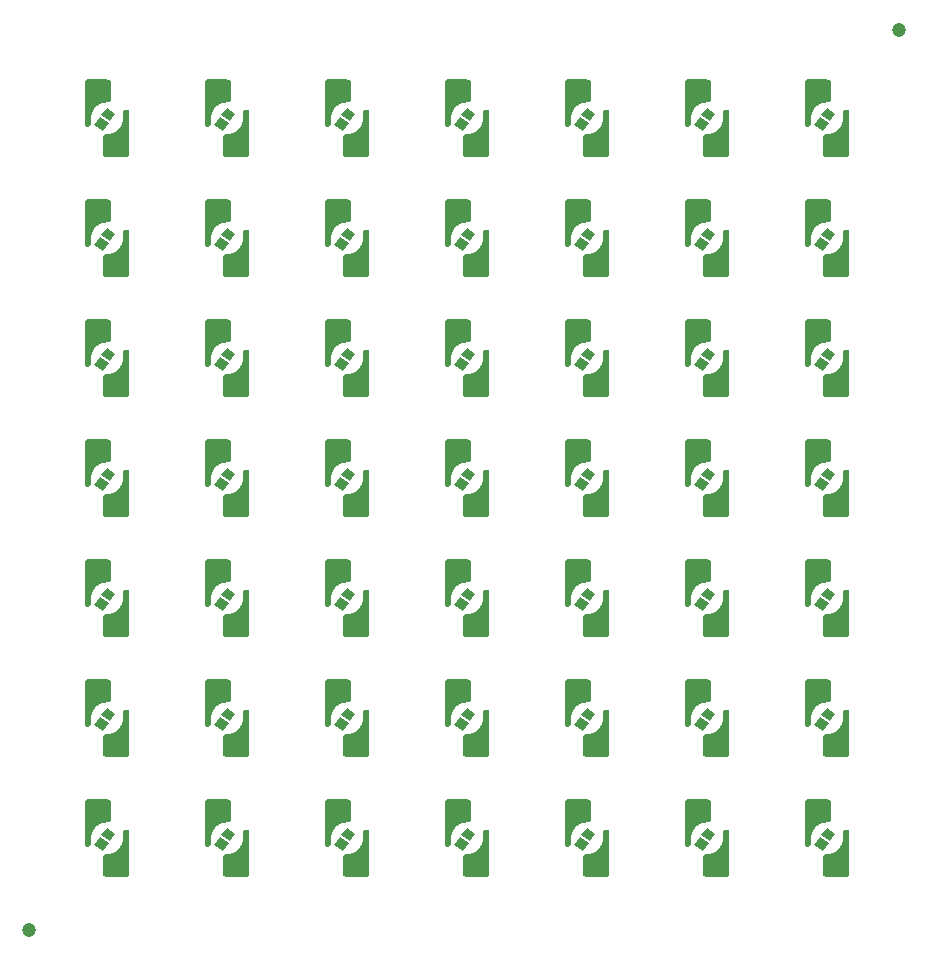
<source format=gts>
G75*
%MOIN*%
%OFA0B0*%
%FSLAX25Y25*%
%IPPOS*%
%LPD*%
%AMOC8*
5,1,8,0,0,1.08239X$1,22.5*
%
%ADD10R,0.02769X0.02769*%
%ADD11C,0.00039*%
%ADD12R,0.03162X0.03556*%
%ADD13C,0.04737*%
D10*
X0120144Y0050022D03*
X0128018Y0034274D03*
X0160144Y0050022D03*
X0168018Y0034274D03*
X0200144Y0050022D03*
X0208018Y0034274D03*
X0240144Y0050022D03*
X0248018Y0034274D03*
X0280144Y0050022D03*
X0288018Y0034274D03*
X0320144Y0050022D03*
X0328018Y0034274D03*
X0360144Y0050022D03*
X0368018Y0034274D03*
X0368018Y0074274D03*
X0360144Y0090022D03*
X0328018Y0074274D03*
X0320144Y0090022D03*
X0288018Y0074274D03*
X0280144Y0090022D03*
X0288018Y0114274D03*
X0280144Y0130022D03*
X0288018Y0154274D03*
X0280144Y0170022D03*
X0288018Y0194274D03*
X0280144Y0210022D03*
X0288018Y0234274D03*
X0280144Y0250022D03*
X0288018Y0274274D03*
X0280144Y0290022D03*
X0248018Y0274274D03*
X0240144Y0290022D03*
X0208018Y0274274D03*
X0200144Y0290022D03*
X0168018Y0274274D03*
X0160144Y0290022D03*
X0128018Y0274274D03*
X0120144Y0290022D03*
X0120144Y0250022D03*
X0128018Y0234274D03*
X0120144Y0210022D03*
X0128018Y0194274D03*
X0120144Y0170022D03*
X0128018Y0154274D03*
X0120144Y0130022D03*
X0128018Y0114274D03*
X0120144Y0090022D03*
X0128018Y0074274D03*
X0160144Y0090022D03*
X0168018Y0074274D03*
X0200144Y0090022D03*
X0208018Y0074274D03*
X0240144Y0090022D03*
X0248018Y0074274D03*
X0248018Y0114274D03*
X0240144Y0130022D03*
X0248018Y0154274D03*
X0240144Y0170022D03*
X0208018Y0154274D03*
X0200144Y0170022D03*
X0168018Y0154274D03*
X0160144Y0170022D03*
X0168018Y0194274D03*
X0160144Y0210022D03*
X0168018Y0234274D03*
X0160144Y0250022D03*
X0200144Y0250022D03*
X0208018Y0234274D03*
X0200144Y0210022D03*
X0208018Y0194274D03*
X0240144Y0210022D03*
X0248018Y0194274D03*
X0248018Y0234274D03*
X0240144Y0250022D03*
X0320144Y0250022D03*
X0328018Y0234274D03*
X0320144Y0210022D03*
X0328018Y0194274D03*
X0360144Y0210022D03*
X0368018Y0194274D03*
X0360144Y0170022D03*
X0368018Y0154274D03*
X0360144Y0130022D03*
X0368018Y0114274D03*
X0328018Y0114274D03*
X0320144Y0130022D03*
X0328018Y0154274D03*
X0320144Y0170022D03*
X0368018Y0234274D03*
X0360144Y0250022D03*
X0368018Y0274274D03*
X0360144Y0290022D03*
X0328018Y0274274D03*
X0320144Y0290022D03*
X0200144Y0130022D03*
X0208018Y0114274D03*
X0168018Y0114274D03*
X0160144Y0130022D03*
D11*
X0161526Y0127015D02*
X0156798Y0127015D01*
X0156798Y0127053D02*
X0161607Y0127053D01*
X0161688Y0127090D02*
X0156798Y0127090D01*
X0156798Y0127128D02*
X0161769Y0127128D01*
X0161851Y0127166D02*
X0156798Y0127166D01*
X0156798Y0127204D02*
X0161932Y0127204D01*
X0162013Y0127242D02*
X0156798Y0127242D01*
X0156798Y0127280D02*
X0162094Y0127280D01*
X0162175Y0127318D02*
X0156798Y0127318D01*
X0156798Y0127356D02*
X0162301Y0127356D01*
X0162196Y0127327D02*
X0163124Y0127576D01*
X0164081Y0127660D01*
X0164239Y0127660D01*
X0164514Y0127696D01*
X0164770Y0127802D01*
X0164990Y0127971D01*
X0165159Y0128191D01*
X0165266Y0128448D01*
X0165302Y0128723D01*
X0165302Y0133723D01*
X0165260Y0134039D01*
X0165138Y0134333D01*
X0164944Y0134586D01*
X0164692Y0134780D01*
X0164397Y0134902D01*
X0164081Y0134943D01*
X0157979Y0134943D01*
X0157716Y0134914D01*
X0157467Y0134826D01*
X0157243Y0134686D01*
X0157056Y0134499D01*
X0156915Y0134275D01*
X0156828Y0134025D01*
X0156798Y0133762D01*
X0156798Y0120219D01*
X0156823Y0120025D01*
X0156898Y0119845D01*
X0157017Y0119690D01*
X0157172Y0119571D01*
X0157352Y0119496D01*
X0157546Y0119471D01*
X0157625Y0119471D01*
X0157869Y0119503D01*
X0158097Y0119597D01*
X0158293Y0119748D01*
X0158443Y0119943D01*
X0158537Y0120171D01*
X0158570Y0120416D01*
X0158570Y0122148D01*
X0158653Y0123105D01*
X0158902Y0124033D01*
X0159308Y0124904D01*
X0159859Y0125691D01*
X0160538Y0126370D01*
X0161325Y0126921D01*
X0162196Y0127327D01*
X0162443Y0127394D02*
X0156798Y0127394D01*
X0156798Y0127431D02*
X0162584Y0127431D01*
X0162726Y0127469D02*
X0156798Y0127469D01*
X0156798Y0127507D02*
X0162867Y0127507D01*
X0163008Y0127545D02*
X0156798Y0127545D01*
X0156798Y0127583D02*
X0163202Y0127583D01*
X0163635Y0127621D02*
X0156798Y0127621D01*
X0156798Y0127659D02*
X0164068Y0127659D01*
X0164515Y0127697D02*
X0156798Y0127697D01*
X0156798Y0127734D02*
X0164607Y0127734D01*
X0164698Y0127772D02*
X0156798Y0127772D01*
X0156798Y0127810D02*
X0164781Y0127810D01*
X0164830Y0127848D02*
X0156798Y0127848D01*
X0156798Y0127886D02*
X0164879Y0127886D01*
X0164929Y0127924D02*
X0156798Y0127924D01*
X0156798Y0127962D02*
X0164978Y0127962D01*
X0165012Y0128000D02*
X0156798Y0128000D01*
X0156798Y0128038D02*
X0165041Y0128038D01*
X0165070Y0128075D02*
X0156798Y0128075D01*
X0156798Y0128113D02*
X0165100Y0128113D01*
X0165129Y0128151D02*
X0156798Y0128151D01*
X0156798Y0128189D02*
X0165158Y0128189D01*
X0165174Y0128227D02*
X0156798Y0128227D01*
X0156798Y0128265D02*
X0165190Y0128265D01*
X0165206Y0128303D02*
X0156798Y0128303D01*
X0156798Y0128341D02*
X0165221Y0128341D01*
X0165237Y0128378D02*
X0156798Y0128378D01*
X0156798Y0128416D02*
X0165253Y0128416D01*
X0165266Y0128454D02*
X0156798Y0128454D01*
X0156798Y0128492D02*
X0165271Y0128492D01*
X0165276Y0128530D02*
X0156798Y0128530D01*
X0156798Y0128568D02*
X0165281Y0128568D01*
X0165286Y0128606D02*
X0156798Y0128606D01*
X0156798Y0128644D02*
X0165291Y0128644D01*
X0165296Y0128681D02*
X0156798Y0128681D01*
X0156798Y0128719D02*
X0165301Y0128719D01*
X0165302Y0128757D02*
X0156798Y0128757D01*
X0156798Y0128795D02*
X0165302Y0128795D01*
X0165302Y0128833D02*
X0156798Y0128833D01*
X0156798Y0128871D02*
X0165302Y0128871D01*
X0165302Y0128909D02*
X0156798Y0128909D01*
X0156798Y0128947D02*
X0165302Y0128947D01*
X0165302Y0128985D02*
X0156798Y0128985D01*
X0156798Y0129022D02*
X0165302Y0129022D01*
X0165302Y0129060D02*
X0156798Y0129060D01*
X0156798Y0129098D02*
X0165302Y0129098D01*
X0165302Y0129136D02*
X0156798Y0129136D01*
X0156798Y0129174D02*
X0165302Y0129174D01*
X0165302Y0129212D02*
X0156798Y0129212D01*
X0156798Y0129250D02*
X0165302Y0129250D01*
X0165302Y0129288D02*
X0156798Y0129288D01*
X0156798Y0129325D02*
X0165302Y0129325D01*
X0165302Y0129363D02*
X0156798Y0129363D01*
X0156798Y0129401D02*
X0165302Y0129401D01*
X0165302Y0129439D02*
X0156798Y0129439D01*
X0156798Y0129477D02*
X0165302Y0129477D01*
X0165302Y0129515D02*
X0156798Y0129515D01*
X0156798Y0129553D02*
X0165302Y0129553D01*
X0165302Y0129591D02*
X0156798Y0129591D01*
X0156798Y0129629D02*
X0165302Y0129629D01*
X0165302Y0129666D02*
X0156798Y0129666D01*
X0156798Y0129704D02*
X0165302Y0129704D01*
X0165302Y0129742D02*
X0156798Y0129742D01*
X0156798Y0129780D02*
X0165302Y0129780D01*
X0165302Y0129818D02*
X0156798Y0129818D01*
X0156798Y0129856D02*
X0165302Y0129856D01*
X0165302Y0129894D02*
X0156798Y0129894D01*
X0156798Y0129932D02*
X0165302Y0129932D01*
X0165302Y0129969D02*
X0156798Y0129969D01*
X0156798Y0130007D02*
X0165302Y0130007D01*
X0165302Y0130045D02*
X0156798Y0130045D01*
X0156798Y0130083D02*
X0165302Y0130083D01*
X0165302Y0130121D02*
X0156798Y0130121D01*
X0156798Y0130159D02*
X0165302Y0130159D01*
X0165302Y0130197D02*
X0156798Y0130197D01*
X0156798Y0130235D02*
X0165302Y0130235D01*
X0165302Y0130273D02*
X0156798Y0130273D01*
X0156798Y0130310D02*
X0165302Y0130310D01*
X0165302Y0130348D02*
X0156798Y0130348D01*
X0156798Y0130386D02*
X0165302Y0130386D01*
X0165302Y0130424D02*
X0156798Y0130424D01*
X0156798Y0130462D02*
X0165302Y0130462D01*
X0165302Y0130500D02*
X0156798Y0130500D01*
X0156798Y0130538D02*
X0165302Y0130538D01*
X0165302Y0130576D02*
X0156798Y0130576D01*
X0156798Y0130613D02*
X0165302Y0130613D01*
X0165302Y0130651D02*
X0156798Y0130651D01*
X0156798Y0130689D02*
X0165302Y0130689D01*
X0165302Y0130727D02*
X0156798Y0130727D01*
X0156798Y0130765D02*
X0165302Y0130765D01*
X0165302Y0130803D02*
X0156798Y0130803D01*
X0156798Y0130841D02*
X0165302Y0130841D01*
X0165302Y0130879D02*
X0156798Y0130879D01*
X0156798Y0130916D02*
X0165302Y0130916D01*
X0165302Y0130954D02*
X0156798Y0130954D01*
X0156798Y0130992D02*
X0165302Y0130992D01*
X0165302Y0131030D02*
X0156798Y0131030D01*
X0156798Y0131068D02*
X0165302Y0131068D01*
X0165302Y0131106D02*
X0156798Y0131106D01*
X0156798Y0131144D02*
X0165302Y0131144D01*
X0165302Y0131182D02*
X0156798Y0131182D01*
X0156798Y0131220D02*
X0165302Y0131220D01*
X0165302Y0131257D02*
X0156798Y0131257D01*
X0156798Y0131295D02*
X0165302Y0131295D01*
X0165302Y0131333D02*
X0156798Y0131333D01*
X0156798Y0131371D02*
X0165302Y0131371D01*
X0165302Y0131409D02*
X0156798Y0131409D01*
X0156798Y0131447D02*
X0165302Y0131447D01*
X0165302Y0131485D02*
X0156798Y0131485D01*
X0156798Y0131523D02*
X0165302Y0131523D01*
X0165302Y0131560D02*
X0156798Y0131560D01*
X0156798Y0131598D02*
X0165302Y0131598D01*
X0165302Y0131636D02*
X0156798Y0131636D01*
X0156798Y0131674D02*
X0165302Y0131674D01*
X0165302Y0131712D02*
X0156798Y0131712D01*
X0156798Y0131750D02*
X0165302Y0131750D01*
X0165302Y0131788D02*
X0156798Y0131788D01*
X0156798Y0131826D02*
X0165302Y0131826D01*
X0165302Y0131864D02*
X0156798Y0131864D01*
X0156798Y0131901D02*
X0165302Y0131901D01*
X0165302Y0131939D02*
X0156798Y0131939D01*
X0156798Y0131977D02*
X0165302Y0131977D01*
X0165302Y0132015D02*
X0156798Y0132015D01*
X0156798Y0132053D02*
X0165302Y0132053D01*
X0165302Y0132091D02*
X0156798Y0132091D01*
X0156798Y0132129D02*
X0165302Y0132129D01*
X0165302Y0132167D02*
X0156798Y0132167D01*
X0156798Y0132204D02*
X0165302Y0132204D01*
X0165302Y0132242D02*
X0156798Y0132242D01*
X0156798Y0132280D02*
X0165302Y0132280D01*
X0165302Y0132318D02*
X0156798Y0132318D01*
X0156798Y0132356D02*
X0165302Y0132356D01*
X0165302Y0132394D02*
X0156798Y0132394D01*
X0156798Y0132432D02*
X0165302Y0132432D01*
X0165302Y0132470D02*
X0156798Y0132470D01*
X0156798Y0132508D02*
X0165302Y0132508D01*
X0165302Y0132545D02*
X0156798Y0132545D01*
X0156798Y0132583D02*
X0165302Y0132583D01*
X0165302Y0132621D02*
X0156798Y0132621D01*
X0156798Y0132659D02*
X0165302Y0132659D01*
X0165302Y0132697D02*
X0156798Y0132697D01*
X0156798Y0132735D02*
X0165302Y0132735D01*
X0165302Y0132773D02*
X0156798Y0132773D01*
X0156798Y0132811D02*
X0165302Y0132811D01*
X0165302Y0132848D02*
X0156798Y0132848D01*
X0156798Y0132886D02*
X0165302Y0132886D01*
X0165302Y0132924D02*
X0156798Y0132924D01*
X0156798Y0132962D02*
X0165302Y0132962D01*
X0165302Y0133000D02*
X0156798Y0133000D01*
X0156798Y0133038D02*
X0165302Y0133038D01*
X0165302Y0133076D02*
X0156798Y0133076D01*
X0156798Y0133114D02*
X0165302Y0133114D01*
X0165302Y0133152D02*
X0156798Y0133152D01*
X0156798Y0133189D02*
X0165302Y0133189D01*
X0165302Y0133227D02*
X0156798Y0133227D01*
X0156798Y0133265D02*
X0165302Y0133265D01*
X0165302Y0133303D02*
X0156798Y0133303D01*
X0156798Y0133341D02*
X0165302Y0133341D01*
X0165302Y0133379D02*
X0156798Y0133379D01*
X0156798Y0133417D02*
X0165302Y0133417D01*
X0165302Y0133455D02*
X0156798Y0133455D01*
X0156798Y0133492D02*
X0165302Y0133492D01*
X0165302Y0133530D02*
X0156798Y0133530D01*
X0156798Y0133568D02*
X0165302Y0133568D01*
X0165302Y0133606D02*
X0156798Y0133606D01*
X0156798Y0133644D02*
X0165302Y0133644D01*
X0165302Y0133682D02*
X0156798Y0133682D01*
X0156798Y0133720D02*
X0165302Y0133720D01*
X0165297Y0133758D02*
X0156798Y0133758D01*
X0156802Y0133795D02*
X0165292Y0133795D01*
X0165287Y0133833D02*
X0156806Y0133833D01*
X0156810Y0133871D02*
X0165282Y0133871D01*
X0165277Y0133909D02*
X0156814Y0133909D01*
X0156819Y0133947D02*
X0165272Y0133947D01*
X0165267Y0133985D02*
X0156823Y0133985D01*
X0156827Y0134023D02*
X0165262Y0134023D01*
X0165251Y0134061D02*
X0156840Y0134061D01*
X0156853Y0134099D02*
X0165235Y0134099D01*
X0165220Y0134136D02*
X0156866Y0134136D01*
X0156880Y0134174D02*
X0165204Y0134174D01*
X0165188Y0134212D02*
X0156893Y0134212D01*
X0156906Y0134250D02*
X0165173Y0134250D01*
X0165157Y0134288D02*
X0156923Y0134288D01*
X0156947Y0134326D02*
X0165141Y0134326D01*
X0165115Y0134364D02*
X0156971Y0134364D01*
X0156995Y0134402D02*
X0165086Y0134402D01*
X0165057Y0134439D02*
X0157018Y0134439D01*
X0157042Y0134477D02*
X0165028Y0134477D01*
X0164999Y0134515D02*
X0157072Y0134515D01*
X0157110Y0134553D02*
X0164969Y0134553D01*
X0164938Y0134591D02*
X0157148Y0134591D01*
X0157186Y0134629D02*
X0164888Y0134629D01*
X0164839Y0134667D02*
X0157224Y0134667D01*
X0157273Y0134705D02*
X0164790Y0134705D01*
X0164740Y0134743D02*
X0157333Y0134743D01*
X0157393Y0134780D02*
X0164690Y0134780D01*
X0164599Y0134818D02*
X0157454Y0134818D01*
X0157552Y0134856D02*
X0164507Y0134856D01*
X0164416Y0134894D02*
X0157660Y0134894D01*
X0157878Y0134932D02*
X0164168Y0134932D01*
X0161444Y0126977D02*
X0156798Y0126977D01*
X0156798Y0126939D02*
X0161363Y0126939D01*
X0161296Y0126901D02*
X0156798Y0126901D01*
X0156798Y0126863D02*
X0161242Y0126863D01*
X0161188Y0126825D02*
X0156798Y0126825D01*
X0156798Y0126787D02*
X0161134Y0126787D01*
X0161080Y0126750D02*
X0156798Y0126750D01*
X0156798Y0126712D02*
X0161026Y0126712D01*
X0160972Y0126674D02*
X0156798Y0126674D01*
X0156798Y0126636D02*
X0160918Y0126636D01*
X0160864Y0126598D02*
X0156798Y0126598D01*
X0156798Y0126560D02*
X0160810Y0126560D01*
X0160755Y0126522D02*
X0156798Y0126522D01*
X0156798Y0126484D02*
X0160701Y0126484D01*
X0160647Y0126446D02*
X0156798Y0126446D01*
X0156798Y0126409D02*
X0160593Y0126409D01*
X0160539Y0126371D02*
X0156798Y0126371D01*
X0156798Y0126333D02*
X0160501Y0126333D01*
X0160463Y0126295D02*
X0156798Y0126295D01*
X0156798Y0126257D02*
X0160425Y0126257D01*
X0160387Y0126219D02*
X0156798Y0126219D01*
X0156798Y0126181D02*
X0160349Y0126181D01*
X0160312Y0126143D02*
X0156798Y0126143D01*
X0156798Y0126106D02*
X0160274Y0126106D01*
X0160236Y0126068D02*
X0156798Y0126068D01*
X0156798Y0126030D02*
X0160198Y0126030D01*
X0160160Y0125992D02*
X0156798Y0125992D01*
X0156798Y0125954D02*
X0160122Y0125954D01*
X0160084Y0125916D02*
X0156798Y0125916D01*
X0156798Y0125878D02*
X0160046Y0125878D01*
X0160009Y0125840D02*
X0156798Y0125840D01*
X0156798Y0125803D02*
X0159971Y0125803D01*
X0159933Y0125765D02*
X0156798Y0125765D01*
X0156798Y0125727D02*
X0159895Y0125727D01*
X0159858Y0125689D02*
X0156798Y0125689D01*
X0156798Y0125651D02*
X0159831Y0125651D01*
X0159805Y0125613D02*
X0156798Y0125613D01*
X0156798Y0125575D02*
X0159778Y0125575D01*
X0159752Y0125537D02*
X0156798Y0125537D01*
X0156798Y0125499D02*
X0159725Y0125499D01*
X0159698Y0125462D02*
X0156798Y0125462D01*
X0156798Y0125424D02*
X0159672Y0125424D01*
X0159645Y0125386D02*
X0156798Y0125386D01*
X0156798Y0125348D02*
X0159619Y0125348D01*
X0159592Y0125310D02*
X0156798Y0125310D01*
X0156798Y0125272D02*
X0159566Y0125272D01*
X0159539Y0125234D02*
X0156798Y0125234D01*
X0156798Y0125196D02*
X0159513Y0125196D01*
X0159486Y0125159D02*
X0156798Y0125159D01*
X0156798Y0125121D02*
X0159460Y0125121D01*
X0159433Y0125083D02*
X0156798Y0125083D01*
X0156798Y0125045D02*
X0159407Y0125045D01*
X0159380Y0125007D02*
X0156798Y0125007D01*
X0156798Y0124969D02*
X0159354Y0124969D01*
X0159327Y0124931D02*
X0156798Y0124931D01*
X0156798Y0124893D02*
X0159303Y0124893D01*
X0159285Y0124855D02*
X0156798Y0124855D01*
X0156798Y0124818D02*
X0159268Y0124818D01*
X0159250Y0124780D02*
X0156798Y0124780D01*
X0156798Y0124742D02*
X0159232Y0124742D01*
X0159215Y0124704D02*
X0156798Y0124704D01*
X0156798Y0124666D02*
X0159197Y0124666D01*
X0159179Y0124628D02*
X0156798Y0124628D01*
X0156798Y0124590D02*
X0159162Y0124590D01*
X0159144Y0124552D02*
X0156798Y0124552D01*
X0156798Y0124515D02*
X0159126Y0124515D01*
X0159109Y0124477D02*
X0156798Y0124477D01*
X0156798Y0124439D02*
X0159091Y0124439D01*
X0159073Y0124401D02*
X0156798Y0124401D01*
X0156798Y0124363D02*
X0159056Y0124363D01*
X0159038Y0124325D02*
X0156798Y0124325D01*
X0156798Y0124287D02*
X0159020Y0124287D01*
X0159003Y0124249D02*
X0156798Y0124249D01*
X0156798Y0124211D02*
X0158985Y0124211D01*
X0158967Y0124174D02*
X0156798Y0124174D01*
X0156798Y0124136D02*
X0158950Y0124136D01*
X0158932Y0124098D02*
X0156798Y0124098D01*
X0156798Y0124060D02*
X0158914Y0124060D01*
X0158899Y0124022D02*
X0156798Y0124022D01*
X0156798Y0123984D02*
X0158889Y0123984D01*
X0158879Y0123946D02*
X0156798Y0123946D01*
X0156798Y0123908D02*
X0158869Y0123908D01*
X0158858Y0123871D02*
X0156798Y0123871D01*
X0156798Y0123833D02*
X0158848Y0123833D01*
X0158838Y0123795D02*
X0156798Y0123795D01*
X0156798Y0123757D02*
X0158828Y0123757D01*
X0158818Y0123719D02*
X0156798Y0123719D01*
X0156798Y0123681D02*
X0158808Y0123681D01*
X0158797Y0123643D02*
X0156798Y0123643D01*
X0156798Y0123605D02*
X0158787Y0123605D01*
X0158777Y0123568D02*
X0156798Y0123568D01*
X0156798Y0123530D02*
X0158767Y0123530D01*
X0158757Y0123492D02*
X0156798Y0123492D01*
X0156798Y0123454D02*
X0158747Y0123454D01*
X0158737Y0123416D02*
X0156798Y0123416D01*
X0156798Y0123378D02*
X0158726Y0123378D01*
X0158716Y0123340D02*
X0156798Y0123340D01*
X0156798Y0123302D02*
X0158706Y0123302D01*
X0158696Y0123264D02*
X0156798Y0123264D01*
X0156798Y0123227D02*
X0158686Y0123227D01*
X0158676Y0123189D02*
X0156798Y0123189D01*
X0156798Y0123151D02*
X0158666Y0123151D01*
X0158655Y0123113D02*
X0156798Y0123113D01*
X0156798Y0123075D02*
X0158651Y0123075D01*
X0158647Y0123037D02*
X0156798Y0123037D01*
X0156798Y0122999D02*
X0158644Y0122999D01*
X0158641Y0122961D02*
X0156798Y0122961D01*
X0156798Y0122924D02*
X0158637Y0122924D01*
X0158634Y0122886D02*
X0156798Y0122886D01*
X0156798Y0122848D02*
X0158631Y0122848D01*
X0158627Y0122810D02*
X0156798Y0122810D01*
X0156798Y0122772D02*
X0158624Y0122772D01*
X0158621Y0122734D02*
X0156798Y0122734D01*
X0156798Y0122696D02*
X0158618Y0122696D01*
X0158614Y0122658D02*
X0156798Y0122658D01*
X0156798Y0122620D02*
X0158611Y0122620D01*
X0158608Y0122583D02*
X0156798Y0122583D01*
X0156798Y0122545D02*
X0158604Y0122545D01*
X0158601Y0122507D02*
X0156798Y0122507D01*
X0156798Y0122469D02*
X0158598Y0122469D01*
X0158594Y0122431D02*
X0156798Y0122431D01*
X0156798Y0122393D02*
X0158591Y0122393D01*
X0158588Y0122355D02*
X0156798Y0122355D01*
X0156798Y0122317D02*
X0158584Y0122317D01*
X0158581Y0122280D02*
X0156798Y0122280D01*
X0156798Y0122242D02*
X0158578Y0122242D01*
X0158574Y0122204D02*
X0156798Y0122204D01*
X0156798Y0122166D02*
X0158571Y0122166D01*
X0158570Y0122128D02*
X0156798Y0122128D01*
X0156798Y0122090D02*
X0158570Y0122090D01*
X0158570Y0122052D02*
X0156798Y0122052D01*
X0156798Y0122014D02*
X0158570Y0122014D01*
X0158570Y0121976D02*
X0156798Y0121976D01*
X0156798Y0121939D02*
X0158570Y0121939D01*
X0158570Y0121901D02*
X0156798Y0121901D01*
X0156798Y0121863D02*
X0158570Y0121863D01*
X0158570Y0121825D02*
X0156798Y0121825D01*
X0156798Y0121787D02*
X0158570Y0121787D01*
X0158570Y0121749D02*
X0156798Y0121749D01*
X0156798Y0121711D02*
X0158570Y0121711D01*
X0158570Y0121673D02*
X0156798Y0121673D01*
X0156798Y0121636D02*
X0158570Y0121636D01*
X0158570Y0121598D02*
X0156798Y0121598D01*
X0156798Y0121560D02*
X0158570Y0121560D01*
X0158570Y0121522D02*
X0156798Y0121522D01*
X0156798Y0121484D02*
X0158570Y0121484D01*
X0158570Y0121446D02*
X0156798Y0121446D01*
X0156798Y0121408D02*
X0158570Y0121408D01*
X0158570Y0121370D02*
X0156798Y0121370D01*
X0156798Y0121333D02*
X0158570Y0121333D01*
X0158570Y0121295D02*
X0156798Y0121295D01*
X0156798Y0121257D02*
X0158570Y0121257D01*
X0158570Y0121219D02*
X0156798Y0121219D01*
X0156798Y0121181D02*
X0158570Y0121181D01*
X0158570Y0121143D02*
X0156798Y0121143D01*
X0156798Y0121105D02*
X0158570Y0121105D01*
X0158570Y0121067D02*
X0156798Y0121067D01*
X0156798Y0121029D02*
X0158570Y0121029D01*
X0158570Y0120992D02*
X0156798Y0120992D01*
X0156798Y0120954D02*
X0158570Y0120954D01*
X0158570Y0120916D02*
X0156798Y0120916D01*
X0156798Y0120878D02*
X0158570Y0120878D01*
X0158570Y0120840D02*
X0156798Y0120840D01*
X0156798Y0120802D02*
X0158570Y0120802D01*
X0158570Y0120764D02*
X0156798Y0120764D01*
X0156798Y0120726D02*
X0158570Y0120726D01*
X0158570Y0120689D02*
X0156798Y0120689D01*
X0156798Y0120651D02*
X0158570Y0120651D01*
X0158570Y0120613D02*
X0156798Y0120613D01*
X0156798Y0120575D02*
X0158570Y0120575D01*
X0158570Y0120537D02*
X0156798Y0120537D01*
X0156798Y0120499D02*
X0158570Y0120499D01*
X0158570Y0120461D02*
X0156798Y0120461D01*
X0156798Y0120423D02*
X0158570Y0120423D01*
X0158566Y0120385D02*
X0156798Y0120385D01*
X0156798Y0120348D02*
X0158561Y0120348D01*
X0158556Y0120310D02*
X0156798Y0120310D01*
X0156798Y0120272D02*
X0158551Y0120272D01*
X0158546Y0120234D02*
X0156798Y0120234D01*
X0156801Y0120196D02*
X0158541Y0120196D01*
X0158532Y0120158D02*
X0156806Y0120158D01*
X0156811Y0120120D02*
X0158516Y0120120D01*
X0158501Y0120082D02*
X0156816Y0120082D01*
X0156821Y0120045D02*
X0158485Y0120045D01*
X0158469Y0120007D02*
X0156831Y0120007D01*
X0156847Y0119969D02*
X0158454Y0119969D01*
X0158433Y0119931D02*
X0156862Y0119931D01*
X0156878Y0119893D02*
X0158404Y0119893D01*
X0158375Y0119855D02*
X0156894Y0119855D01*
X0156919Y0119817D02*
X0158346Y0119817D01*
X0158317Y0119779D02*
X0156948Y0119779D01*
X0156977Y0119741D02*
X0158285Y0119741D01*
X0158235Y0119704D02*
X0157007Y0119704D01*
X0157049Y0119666D02*
X0158186Y0119666D01*
X0158137Y0119628D02*
X0157098Y0119628D01*
X0157147Y0119590D02*
X0158079Y0119590D01*
X0157988Y0119552D02*
X0157218Y0119552D01*
X0157309Y0119514D02*
X0157896Y0119514D01*
X0157666Y0119476D02*
X0157505Y0119476D01*
X0163003Y0116105D02*
X0163172Y0116325D01*
X0163392Y0116494D01*
X0163649Y0116600D01*
X0163924Y0116636D01*
X0164081Y0116636D01*
X0165038Y0116720D01*
X0165967Y0116969D01*
X0166837Y0117375D01*
X0167624Y0117926D01*
X0168304Y0118605D01*
X0168855Y0119392D01*
X0169261Y0120263D01*
X0169509Y0121191D01*
X0169593Y0122148D01*
X0169593Y0123880D01*
X0169625Y0124125D01*
X0169720Y0124353D01*
X0169870Y0124548D01*
X0170066Y0124699D01*
X0170294Y0124793D01*
X0170538Y0124825D01*
X0170617Y0124825D01*
X0170810Y0124800D01*
X0170991Y0124725D01*
X0171146Y0124606D01*
X0171265Y0124451D01*
X0171339Y0124271D01*
X0171365Y0124077D01*
X0171365Y0110534D01*
X0171335Y0110271D01*
X0171248Y0110021D01*
X0171107Y0109797D01*
X0170920Y0109610D01*
X0170696Y0109470D01*
X0170447Y0109382D01*
X0170184Y0109353D01*
X0164081Y0109353D01*
X0163765Y0109394D01*
X0163471Y0109516D01*
X0163218Y0109710D01*
X0163024Y0109963D01*
X0162902Y0110257D01*
X0162861Y0110573D01*
X0162861Y0115573D01*
X0162897Y0115848D01*
X0163003Y0116105D01*
X0171365Y0116105D01*
X0171365Y0116143D02*
X0163032Y0116143D01*
X0163062Y0116181D02*
X0171365Y0116181D01*
X0171365Y0116219D02*
X0163091Y0116219D01*
X0163120Y0116256D02*
X0171365Y0116256D01*
X0171365Y0116294D02*
X0163149Y0116294D01*
X0163182Y0116332D02*
X0171365Y0116332D01*
X0171365Y0116370D02*
X0163231Y0116370D01*
X0163280Y0116408D02*
X0171365Y0116408D01*
X0171365Y0116446D02*
X0163330Y0116446D01*
X0163379Y0116484D02*
X0171365Y0116484D01*
X0171365Y0116522D02*
X0163459Y0116522D01*
X0163551Y0116559D02*
X0171365Y0116559D01*
X0171365Y0116597D02*
X0163642Y0116597D01*
X0163916Y0116635D02*
X0171365Y0116635D01*
X0171365Y0116673D02*
X0164503Y0116673D01*
X0164936Y0116711D02*
X0171365Y0116711D01*
X0171365Y0116749D02*
X0165146Y0116749D01*
X0165288Y0116787D02*
X0171365Y0116787D01*
X0171365Y0116825D02*
X0165429Y0116825D01*
X0165570Y0116862D02*
X0171365Y0116862D01*
X0171365Y0116900D02*
X0165712Y0116900D01*
X0165853Y0116938D02*
X0171365Y0116938D01*
X0171365Y0116976D02*
X0165983Y0116976D01*
X0166064Y0117014D02*
X0171365Y0117014D01*
X0171365Y0117052D02*
X0166145Y0117052D01*
X0166226Y0117090D02*
X0171365Y0117090D01*
X0171365Y0117128D02*
X0166308Y0117128D01*
X0166389Y0117166D02*
X0171365Y0117166D01*
X0171365Y0117203D02*
X0166470Y0117203D01*
X0166551Y0117241D02*
X0171365Y0117241D01*
X0171365Y0117279D02*
X0166633Y0117279D01*
X0166714Y0117317D02*
X0171365Y0117317D01*
X0171365Y0117355D02*
X0166795Y0117355D01*
X0166863Y0117393D02*
X0171365Y0117393D01*
X0171365Y0117431D02*
X0166917Y0117431D01*
X0166971Y0117469D02*
X0171365Y0117469D01*
X0171365Y0117506D02*
X0167026Y0117506D01*
X0167080Y0117544D02*
X0171365Y0117544D01*
X0171365Y0117582D02*
X0167134Y0117582D01*
X0167188Y0117620D02*
X0171365Y0117620D01*
X0171365Y0117658D02*
X0167242Y0117658D01*
X0167296Y0117696D02*
X0171365Y0117696D01*
X0171365Y0117734D02*
X0167350Y0117734D01*
X0167404Y0117772D02*
X0171365Y0117772D01*
X0171365Y0117810D02*
X0167458Y0117810D01*
X0167512Y0117847D02*
X0171365Y0117847D01*
X0171365Y0117885D02*
X0167567Y0117885D01*
X0167621Y0117923D02*
X0171365Y0117923D01*
X0171365Y0117961D02*
X0167660Y0117961D01*
X0167697Y0117999D02*
X0171365Y0117999D01*
X0171365Y0118037D02*
X0167735Y0118037D01*
X0167773Y0118075D02*
X0171365Y0118075D01*
X0171365Y0118113D02*
X0167811Y0118113D01*
X0167849Y0118150D02*
X0171365Y0118150D01*
X0171365Y0118188D02*
X0167887Y0118188D01*
X0167925Y0118226D02*
X0171365Y0118226D01*
X0171365Y0118264D02*
X0167963Y0118264D01*
X0168001Y0118302D02*
X0171365Y0118302D01*
X0171365Y0118340D02*
X0168038Y0118340D01*
X0168076Y0118378D02*
X0171365Y0118378D01*
X0171365Y0118416D02*
X0168114Y0118416D01*
X0168152Y0118454D02*
X0171365Y0118454D01*
X0171365Y0118491D02*
X0168190Y0118491D01*
X0168228Y0118529D02*
X0171365Y0118529D01*
X0171365Y0118567D02*
X0168266Y0118567D01*
X0168304Y0118605D02*
X0171365Y0118605D01*
X0171365Y0118643D02*
X0168330Y0118643D01*
X0168357Y0118681D02*
X0171365Y0118681D01*
X0171365Y0118719D02*
X0168383Y0118719D01*
X0168410Y0118757D02*
X0171365Y0118757D01*
X0171365Y0118794D02*
X0168436Y0118794D01*
X0168463Y0118832D02*
X0171365Y0118832D01*
X0171365Y0118870D02*
X0168489Y0118870D01*
X0168516Y0118908D02*
X0171365Y0118908D01*
X0171365Y0118946D02*
X0168542Y0118946D01*
X0168569Y0118984D02*
X0171365Y0118984D01*
X0171365Y0119022D02*
X0168595Y0119022D01*
X0168622Y0119060D02*
X0171365Y0119060D01*
X0171365Y0119098D02*
X0168648Y0119098D01*
X0168675Y0119135D02*
X0171365Y0119135D01*
X0171365Y0119173D02*
X0168701Y0119173D01*
X0168728Y0119211D02*
X0171365Y0119211D01*
X0171365Y0119249D02*
X0168755Y0119249D01*
X0168781Y0119287D02*
X0171365Y0119287D01*
X0171365Y0119325D02*
X0168808Y0119325D01*
X0168834Y0119363D02*
X0171365Y0119363D01*
X0171365Y0119401D02*
X0168859Y0119401D01*
X0168876Y0119438D02*
X0171365Y0119438D01*
X0171365Y0119476D02*
X0168894Y0119476D01*
X0168912Y0119514D02*
X0171365Y0119514D01*
X0171365Y0119552D02*
X0168929Y0119552D01*
X0168947Y0119590D02*
X0171365Y0119590D01*
X0171365Y0119628D02*
X0168965Y0119628D01*
X0168982Y0119666D02*
X0171365Y0119666D01*
X0171365Y0119704D02*
X0169000Y0119704D01*
X0169018Y0119741D02*
X0171365Y0119741D01*
X0171365Y0119779D02*
X0169035Y0119779D01*
X0169053Y0119817D02*
X0171365Y0119817D01*
X0171365Y0119855D02*
X0169071Y0119855D01*
X0169088Y0119893D02*
X0171365Y0119893D01*
X0171365Y0119931D02*
X0169106Y0119931D01*
X0169124Y0119969D02*
X0171365Y0119969D01*
X0171365Y0120007D02*
X0169141Y0120007D01*
X0169159Y0120045D02*
X0171365Y0120045D01*
X0171365Y0120082D02*
X0169177Y0120082D01*
X0169194Y0120120D02*
X0171365Y0120120D01*
X0171365Y0120158D02*
X0169212Y0120158D01*
X0169230Y0120196D02*
X0171365Y0120196D01*
X0171365Y0120234D02*
X0169247Y0120234D01*
X0169263Y0120272D02*
X0171365Y0120272D01*
X0171365Y0120310D02*
X0169273Y0120310D01*
X0169283Y0120348D02*
X0171365Y0120348D01*
X0171365Y0120385D02*
X0169294Y0120385D01*
X0169304Y0120423D02*
X0171365Y0120423D01*
X0171365Y0120461D02*
X0169314Y0120461D01*
X0169324Y0120499D02*
X0171365Y0120499D01*
X0171365Y0120537D02*
X0169334Y0120537D01*
X0169344Y0120575D02*
X0171365Y0120575D01*
X0171365Y0120613D02*
X0169355Y0120613D01*
X0169365Y0120651D02*
X0171365Y0120651D01*
X0171365Y0120689D02*
X0169375Y0120689D01*
X0169385Y0120726D02*
X0171365Y0120726D01*
X0171365Y0120764D02*
X0169395Y0120764D01*
X0169405Y0120802D02*
X0171365Y0120802D01*
X0171365Y0120840D02*
X0169415Y0120840D01*
X0169426Y0120878D02*
X0171365Y0120878D01*
X0171365Y0120916D02*
X0169436Y0120916D01*
X0169446Y0120954D02*
X0171365Y0120954D01*
X0171365Y0120992D02*
X0169456Y0120992D01*
X0169466Y0121029D02*
X0171365Y0121029D01*
X0171365Y0121067D02*
X0169476Y0121067D01*
X0169486Y0121105D02*
X0171365Y0121105D01*
X0171365Y0121143D02*
X0169497Y0121143D01*
X0169507Y0121181D02*
X0171365Y0121181D01*
X0171365Y0121219D02*
X0169512Y0121219D01*
X0169515Y0121257D02*
X0171365Y0121257D01*
X0171365Y0121295D02*
X0169519Y0121295D01*
X0169522Y0121333D02*
X0171365Y0121333D01*
X0171365Y0121370D02*
X0169525Y0121370D01*
X0169528Y0121408D02*
X0171365Y0121408D01*
X0171365Y0121446D02*
X0169532Y0121446D01*
X0169535Y0121484D02*
X0171365Y0121484D01*
X0171365Y0121522D02*
X0169538Y0121522D01*
X0169542Y0121560D02*
X0171365Y0121560D01*
X0171365Y0121598D02*
X0169545Y0121598D01*
X0169548Y0121636D02*
X0171365Y0121636D01*
X0171365Y0121673D02*
X0169552Y0121673D01*
X0169555Y0121711D02*
X0171365Y0121711D01*
X0171365Y0121749D02*
X0169558Y0121749D01*
X0169562Y0121787D02*
X0171365Y0121787D01*
X0171365Y0121825D02*
X0169565Y0121825D01*
X0169568Y0121863D02*
X0171365Y0121863D01*
X0171365Y0121901D02*
X0169572Y0121901D01*
X0169575Y0121939D02*
X0171365Y0121939D01*
X0171365Y0121976D02*
X0169578Y0121976D01*
X0169581Y0122014D02*
X0171365Y0122014D01*
X0171365Y0122052D02*
X0169585Y0122052D01*
X0169588Y0122090D02*
X0171365Y0122090D01*
X0171365Y0122128D02*
X0169591Y0122128D01*
X0169593Y0122166D02*
X0171365Y0122166D01*
X0171365Y0122204D02*
X0169593Y0122204D01*
X0169593Y0122242D02*
X0171365Y0122242D01*
X0171365Y0122280D02*
X0169593Y0122280D01*
X0169593Y0122317D02*
X0171365Y0122317D01*
X0171365Y0122355D02*
X0169593Y0122355D01*
X0169593Y0122393D02*
X0171365Y0122393D01*
X0171365Y0122431D02*
X0169593Y0122431D01*
X0169593Y0122469D02*
X0171365Y0122469D01*
X0171365Y0122507D02*
X0169593Y0122507D01*
X0169593Y0122545D02*
X0171365Y0122545D01*
X0171365Y0122583D02*
X0169593Y0122583D01*
X0169593Y0122620D02*
X0171365Y0122620D01*
X0171365Y0122658D02*
X0169593Y0122658D01*
X0169593Y0122696D02*
X0171365Y0122696D01*
X0171365Y0122734D02*
X0169593Y0122734D01*
X0169593Y0122772D02*
X0171365Y0122772D01*
X0171365Y0122810D02*
X0169593Y0122810D01*
X0169593Y0122848D02*
X0171365Y0122848D01*
X0171365Y0122886D02*
X0169593Y0122886D01*
X0169593Y0122924D02*
X0171365Y0122924D01*
X0171365Y0122961D02*
X0169593Y0122961D01*
X0169593Y0122999D02*
X0171365Y0122999D01*
X0171365Y0123037D02*
X0169593Y0123037D01*
X0169593Y0123075D02*
X0171365Y0123075D01*
X0171365Y0123113D02*
X0169593Y0123113D01*
X0169593Y0123151D02*
X0171365Y0123151D01*
X0171365Y0123189D02*
X0169593Y0123189D01*
X0169593Y0123227D02*
X0171365Y0123227D01*
X0171365Y0123264D02*
X0169593Y0123264D01*
X0169593Y0123302D02*
X0171365Y0123302D01*
X0171365Y0123340D02*
X0169593Y0123340D01*
X0169593Y0123378D02*
X0171365Y0123378D01*
X0171365Y0123416D02*
X0169593Y0123416D01*
X0169593Y0123454D02*
X0171365Y0123454D01*
X0171365Y0123492D02*
X0169593Y0123492D01*
X0169593Y0123530D02*
X0171365Y0123530D01*
X0171365Y0123568D02*
X0169593Y0123568D01*
X0169593Y0123605D02*
X0171365Y0123605D01*
X0171365Y0123643D02*
X0169593Y0123643D01*
X0169593Y0123681D02*
X0171365Y0123681D01*
X0171365Y0123719D02*
X0169593Y0123719D01*
X0169593Y0123757D02*
X0171365Y0123757D01*
X0171365Y0123795D02*
X0169593Y0123795D01*
X0169593Y0123833D02*
X0171365Y0123833D01*
X0171365Y0123871D02*
X0169593Y0123871D01*
X0169597Y0123908D02*
X0171365Y0123908D01*
X0171365Y0123946D02*
X0169602Y0123946D01*
X0169607Y0123984D02*
X0171365Y0123984D01*
X0171365Y0124022D02*
X0169612Y0124022D01*
X0169617Y0124060D02*
X0171365Y0124060D01*
X0171362Y0124098D02*
X0169622Y0124098D01*
X0169630Y0124136D02*
X0171357Y0124136D01*
X0171352Y0124174D02*
X0169646Y0124174D01*
X0169661Y0124211D02*
X0171347Y0124211D01*
X0171342Y0124249D02*
X0169677Y0124249D01*
X0169693Y0124287D02*
X0171333Y0124287D01*
X0171317Y0124325D02*
X0169708Y0124325D01*
X0169728Y0124363D02*
X0171301Y0124363D01*
X0171285Y0124401D02*
X0169757Y0124401D01*
X0169786Y0124439D02*
X0171270Y0124439D01*
X0171245Y0124477D02*
X0169815Y0124477D01*
X0169844Y0124515D02*
X0171216Y0124515D01*
X0171187Y0124552D02*
X0169875Y0124552D01*
X0169924Y0124590D02*
X0171158Y0124590D01*
X0171117Y0124628D02*
X0169974Y0124628D01*
X0170023Y0124666D02*
X0171068Y0124666D01*
X0171018Y0124704D02*
X0170079Y0124704D01*
X0170170Y0124742D02*
X0170950Y0124742D01*
X0170859Y0124780D02*
X0170261Y0124780D01*
X0170480Y0124818D02*
X0170675Y0124818D01*
X0171365Y0116067D02*
X0162988Y0116067D01*
X0162972Y0116029D02*
X0171365Y0116029D01*
X0171365Y0115991D02*
X0162956Y0115991D01*
X0162941Y0115953D02*
X0171365Y0115953D01*
X0171365Y0115915D02*
X0162925Y0115915D01*
X0162909Y0115878D02*
X0171365Y0115878D01*
X0171365Y0115840D02*
X0162896Y0115840D01*
X0162891Y0115802D02*
X0171365Y0115802D01*
X0171365Y0115764D02*
X0162886Y0115764D01*
X0162881Y0115726D02*
X0171365Y0115726D01*
X0171365Y0115688D02*
X0162876Y0115688D01*
X0162871Y0115650D02*
X0171365Y0115650D01*
X0171365Y0115612D02*
X0162866Y0115612D01*
X0162861Y0115575D02*
X0171365Y0115575D01*
X0171365Y0115537D02*
X0162861Y0115537D01*
X0162861Y0115499D02*
X0171365Y0115499D01*
X0171365Y0115461D02*
X0162861Y0115461D01*
X0162861Y0115423D02*
X0171365Y0115423D01*
X0171365Y0115385D02*
X0162861Y0115385D01*
X0162861Y0115347D02*
X0171365Y0115347D01*
X0171365Y0115309D02*
X0162861Y0115309D01*
X0162861Y0115271D02*
X0171365Y0115271D01*
X0171365Y0115234D02*
X0162861Y0115234D01*
X0162861Y0115196D02*
X0171365Y0115196D01*
X0171365Y0115158D02*
X0162861Y0115158D01*
X0162861Y0115120D02*
X0171365Y0115120D01*
X0171365Y0115082D02*
X0162861Y0115082D01*
X0162861Y0115044D02*
X0171365Y0115044D01*
X0171365Y0115006D02*
X0162861Y0115006D01*
X0162861Y0114968D02*
X0171365Y0114968D01*
X0171365Y0114931D02*
X0162861Y0114931D01*
X0162861Y0114893D02*
X0171365Y0114893D01*
X0171365Y0114855D02*
X0162861Y0114855D01*
X0162861Y0114817D02*
X0171365Y0114817D01*
X0171365Y0114779D02*
X0162861Y0114779D01*
X0162861Y0114741D02*
X0171365Y0114741D01*
X0171365Y0114703D02*
X0162861Y0114703D01*
X0162861Y0114665D02*
X0171365Y0114665D01*
X0171365Y0114627D02*
X0162861Y0114627D01*
X0162861Y0114590D02*
X0171365Y0114590D01*
X0171365Y0114552D02*
X0162861Y0114552D01*
X0162861Y0114514D02*
X0171365Y0114514D01*
X0171365Y0114476D02*
X0162861Y0114476D01*
X0162861Y0114438D02*
X0171365Y0114438D01*
X0171365Y0114400D02*
X0162861Y0114400D01*
X0162861Y0114362D02*
X0171365Y0114362D01*
X0171365Y0114324D02*
X0162861Y0114324D01*
X0162861Y0114287D02*
X0171365Y0114287D01*
X0171365Y0114249D02*
X0162861Y0114249D01*
X0162861Y0114211D02*
X0171365Y0114211D01*
X0171365Y0114173D02*
X0162861Y0114173D01*
X0162861Y0114135D02*
X0171365Y0114135D01*
X0171365Y0114097D02*
X0162861Y0114097D01*
X0162861Y0114059D02*
X0171365Y0114059D01*
X0171365Y0114021D02*
X0162861Y0114021D01*
X0162861Y0113984D02*
X0171365Y0113984D01*
X0171365Y0113946D02*
X0162861Y0113946D01*
X0162861Y0113908D02*
X0171365Y0113908D01*
X0171365Y0113870D02*
X0162861Y0113870D01*
X0162861Y0113832D02*
X0171365Y0113832D01*
X0171365Y0113794D02*
X0162861Y0113794D01*
X0162861Y0113756D02*
X0171365Y0113756D01*
X0171365Y0113718D02*
X0162861Y0113718D01*
X0162861Y0113680D02*
X0171365Y0113680D01*
X0171365Y0113643D02*
X0162861Y0113643D01*
X0162861Y0113605D02*
X0171365Y0113605D01*
X0171365Y0113567D02*
X0162861Y0113567D01*
X0162861Y0113529D02*
X0171365Y0113529D01*
X0171365Y0113491D02*
X0162861Y0113491D01*
X0162861Y0113453D02*
X0171365Y0113453D01*
X0171365Y0113415D02*
X0162861Y0113415D01*
X0162861Y0113377D02*
X0171365Y0113377D01*
X0171365Y0113340D02*
X0162861Y0113340D01*
X0162861Y0113302D02*
X0171365Y0113302D01*
X0171365Y0113264D02*
X0162861Y0113264D01*
X0162861Y0113226D02*
X0171365Y0113226D01*
X0171365Y0113188D02*
X0162861Y0113188D01*
X0162861Y0113150D02*
X0171365Y0113150D01*
X0171365Y0113112D02*
X0162861Y0113112D01*
X0162861Y0113074D02*
X0171365Y0113074D01*
X0171365Y0113036D02*
X0162861Y0113036D01*
X0162861Y0112999D02*
X0171365Y0112999D01*
X0171365Y0112961D02*
X0162861Y0112961D01*
X0162861Y0112923D02*
X0171365Y0112923D01*
X0171365Y0112885D02*
X0162861Y0112885D01*
X0162861Y0112847D02*
X0171365Y0112847D01*
X0171365Y0112809D02*
X0162861Y0112809D01*
X0162861Y0112771D02*
X0171365Y0112771D01*
X0171365Y0112733D02*
X0162861Y0112733D01*
X0162861Y0112696D02*
X0171365Y0112696D01*
X0171365Y0112658D02*
X0162861Y0112658D01*
X0162861Y0112620D02*
X0171365Y0112620D01*
X0171365Y0112582D02*
X0162861Y0112582D01*
X0162861Y0112544D02*
X0171365Y0112544D01*
X0171365Y0112506D02*
X0162861Y0112506D01*
X0162861Y0112468D02*
X0171365Y0112468D01*
X0171365Y0112430D02*
X0162861Y0112430D01*
X0162861Y0112392D02*
X0171365Y0112392D01*
X0171365Y0112355D02*
X0162861Y0112355D01*
X0162861Y0112317D02*
X0171365Y0112317D01*
X0171365Y0112279D02*
X0162861Y0112279D01*
X0162861Y0112241D02*
X0171365Y0112241D01*
X0171365Y0112203D02*
X0162861Y0112203D01*
X0162861Y0112165D02*
X0171365Y0112165D01*
X0171365Y0112127D02*
X0162861Y0112127D01*
X0162861Y0112089D02*
X0171365Y0112089D01*
X0171365Y0112052D02*
X0162861Y0112052D01*
X0162861Y0112014D02*
X0171365Y0112014D01*
X0171365Y0111976D02*
X0162861Y0111976D01*
X0162861Y0111938D02*
X0171365Y0111938D01*
X0171365Y0111900D02*
X0162861Y0111900D01*
X0162861Y0111862D02*
X0171365Y0111862D01*
X0171365Y0111824D02*
X0162861Y0111824D01*
X0162861Y0111786D02*
X0171365Y0111786D01*
X0171365Y0111749D02*
X0162861Y0111749D01*
X0162861Y0111711D02*
X0171365Y0111711D01*
X0171365Y0111673D02*
X0162861Y0111673D01*
X0162861Y0111635D02*
X0171365Y0111635D01*
X0171365Y0111597D02*
X0162861Y0111597D01*
X0162861Y0111559D02*
X0171365Y0111559D01*
X0171365Y0111521D02*
X0162861Y0111521D01*
X0162861Y0111483D02*
X0171365Y0111483D01*
X0171365Y0111445D02*
X0162861Y0111445D01*
X0162861Y0111408D02*
X0171365Y0111408D01*
X0171365Y0111370D02*
X0162861Y0111370D01*
X0162861Y0111332D02*
X0171365Y0111332D01*
X0171365Y0111294D02*
X0162861Y0111294D01*
X0162861Y0111256D02*
X0171365Y0111256D01*
X0171365Y0111218D02*
X0162861Y0111218D01*
X0162861Y0111180D02*
X0171365Y0111180D01*
X0171365Y0111142D02*
X0162861Y0111142D01*
X0162861Y0111105D02*
X0171365Y0111105D01*
X0171365Y0111067D02*
X0162861Y0111067D01*
X0162861Y0111029D02*
X0171365Y0111029D01*
X0171365Y0110991D02*
X0162861Y0110991D01*
X0162861Y0110953D02*
X0171365Y0110953D01*
X0171365Y0110915D02*
X0162861Y0110915D01*
X0162861Y0110877D02*
X0171365Y0110877D01*
X0171365Y0110839D02*
X0162861Y0110839D01*
X0162861Y0110801D02*
X0171365Y0110801D01*
X0171365Y0110764D02*
X0162861Y0110764D01*
X0162861Y0110726D02*
X0171365Y0110726D01*
X0171365Y0110688D02*
X0162861Y0110688D01*
X0162861Y0110650D02*
X0171365Y0110650D01*
X0171365Y0110612D02*
X0162861Y0110612D01*
X0162861Y0110574D02*
X0171365Y0110574D01*
X0171365Y0110536D02*
X0162866Y0110536D01*
X0162871Y0110498D02*
X0171361Y0110498D01*
X0171357Y0110461D02*
X0162876Y0110461D01*
X0162881Y0110423D02*
X0171352Y0110423D01*
X0171348Y0110385D02*
X0162886Y0110385D01*
X0162891Y0110347D02*
X0171344Y0110347D01*
X0171339Y0110309D02*
X0162896Y0110309D01*
X0162901Y0110271D02*
X0171335Y0110271D01*
X0171322Y0110233D02*
X0162912Y0110233D01*
X0162928Y0110195D02*
X0171309Y0110195D01*
X0171295Y0110157D02*
X0162944Y0110157D01*
X0162960Y0110120D02*
X0171282Y0110120D01*
X0171269Y0110082D02*
X0162975Y0110082D01*
X0162991Y0110044D02*
X0171256Y0110044D01*
X0171238Y0110006D02*
X0163007Y0110006D01*
X0163022Y0109968D02*
X0171214Y0109968D01*
X0171191Y0109930D02*
X0163050Y0109930D01*
X0163079Y0109892D02*
X0171167Y0109892D01*
X0171143Y0109854D02*
X0163108Y0109854D01*
X0163137Y0109817D02*
X0171119Y0109817D01*
X0171088Y0109779D02*
X0163166Y0109779D01*
X0163195Y0109741D02*
X0171050Y0109741D01*
X0171013Y0109703D02*
X0163228Y0109703D01*
X0163277Y0109665D02*
X0170975Y0109665D01*
X0170937Y0109627D02*
X0163327Y0109627D01*
X0163376Y0109589D02*
X0170886Y0109589D01*
X0170826Y0109551D02*
X0163425Y0109551D01*
X0163478Y0109514D02*
X0170766Y0109514D01*
X0170706Y0109476D02*
X0163569Y0109476D01*
X0163661Y0109438D02*
X0170605Y0109438D01*
X0170497Y0109400D02*
X0163752Y0109400D01*
X0164011Y0109362D02*
X0170266Y0109362D01*
X0164397Y0094902D02*
X0164081Y0094943D01*
X0157979Y0094943D01*
X0157716Y0094914D01*
X0157467Y0094826D01*
X0157243Y0094686D01*
X0157056Y0094499D01*
X0156915Y0094275D01*
X0156828Y0094025D01*
X0156798Y0093762D01*
X0156798Y0080219D01*
X0156823Y0080025D01*
X0156898Y0079845D01*
X0157017Y0079690D01*
X0157172Y0079571D01*
X0157352Y0079496D01*
X0157546Y0079471D01*
X0157625Y0079471D01*
X0157869Y0079503D01*
X0158097Y0079597D01*
X0158293Y0079748D01*
X0158443Y0079943D01*
X0158537Y0080171D01*
X0158570Y0080416D01*
X0158570Y0082148D01*
X0158653Y0083105D01*
X0158902Y0084033D01*
X0159308Y0084904D01*
X0159859Y0085691D01*
X0160538Y0086370D01*
X0161325Y0086921D01*
X0162196Y0087327D01*
X0163124Y0087576D01*
X0164081Y0087660D01*
X0164239Y0087660D01*
X0164514Y0087696D01*
X0164770Y0087802D01*
X0164990Y0087971D01*
X0165159Y0088191D01*
X0165266Y0088448D01*
X0165302Y0088723D01*
X0165302Y0093723D01*
X0165260Y0094039D01*
X0165138Y0094333D01*
X0164944Y0094586D01*
X0164692Y0094780D01*
X0164397Y0094902D01*
X0164422Y0094891D02*
X0157652Y0094891D01*
X0157544Y0094853D02*
X0164514Y0094853D01*
X0164605Y0094816D02*
X0157449Y0094816D01*
X0157389Y0094778D02*
X0164694Y0094778D01*
X0164744Y0094740D02*
X0157329Y0094740D01*
X0157268Y0094702D02*
X0164793Y0094702D01*
X0164843Y0094664D02*
X0157221Y0094664D01*
X0157183Y0094626D02*
X0164892Y0094626D01*
X0164941Y0094588D02*
X0157145Y0094588D01*
X0157107Y0094550D02*
X0164972Y0094550D01*
X0165001Y0094512D02*
X0157069Y0094512D01*
X0157040Y0094475D02*
X0165030Y0094475D01*
X0165059Y0094437D02*
X0157017Y0094437D01*
X0156993Y0094399D02*
X0165088Y0094399D01*
X0165117Y0094361D02*
X0156969Y0094361D01*
X0156945Y0094323D02*
X0165142Y0094323D01*
X0165158Y0094285D02*
X0156921Y0094285D01*
X0156905Y0094247D02*
X0165174Y0094247D01*
X0165190Y0094209D02*
X0156892Y0094209D01*
X0156879Y0094172D02*
X0165205Y0094172D01*
X0165221Y0094134D02*
X0156866Y0094134D01*
X0156852Y0094096D02*
X0165237Y0094096D01*
X0165252Y0094058D02*
X0156839Y0094058D01*
X0156827Y0094020D02*
X0165263Y0094020D01*
X0165268Y0093982D02*
X0156823Y0093982D01*
X0156818Y0093944D02*
X0165273Y0093944D01*
X0165278Y0093906D02*
X0156814Y0093906D01*
X0156810Y0093868D02*
X0165283Y0093868D01*
X0165288Y0093831D02*
X0156806Y0093831D01*
X0156801Y0093793D02*
X0165293Y0093793D01*
X0165298Y0093755D02*
X0156798Y0093755D01*
X0156798Y0093717D02*
X0165302Y0093717D01*
X0165302Y0093679D02*
X0156798Y0093679D01*
X0156798Y0093641D02*
X0165302Y0093641D01*
X0165302Y0093603D02*
X0156798Y0093603D01*
X0156798Y0093565D02*
X0165302Y0093565D01*
X0165302Y0093528D02*
X0156798Y0093528D01*
X0156798Y0093490D02*
X0165302Y0093490D01*
X0165302Y0093452D02*
X0156798Y0093452D01*
X0156798Y0093414D02*
X0165302Y0093414D01*
X0165302Y0093376D02*
X0156798Y0093376D01*
X0156798Y0093338D02*
X0165302Y0093338D01*
X0165302Y0093300D02*
X0156798Y0093300D01*
X0156798Y0093262D02*
X0165302Y0093262D01*
X0165302Y0093225D02*
X0156798Y0093225D01*
X0156798Y0093187D02*
X0165302Y0093187D01*
X0165302Y0093149D02*
X0156798Y0093149D01*
X0156798Y0093111D02*
X0165302Y0093111D01*
X0165302Y0093073D02*
X0156798Y0093073D01*
X0156798Y0093035D02*
X0165302Y0093035D01*
X0165302Y0092997D02*
X0156798Y0092997D01*
X0156798Y0092959D02*
X0165302Y0092959D01*
X0165302Y0092921D02*
X0156798Y0092921D01*
X0156798Y0092884D02*
X0165302Y0092884D01*
X0165302Y0092846D02*
X0156798Y0092846D01*
X0156798Y0092808D02*
X0165302Y0092808D01*
X0165302Y0092770D02*
X0156798Y0092770D01*
X0156798Y0092732D02*
X0165302Y0092732D01*
X0165302Y0092694D02*
X0156798Y0092694D01*
X0156798Y0092656D02*
X0165302Y0092656D01*
X0165302Y0092618D02*
X0156798Y0092618D01*
X0156798Y0092581D02*
X0165302Y0092581D01*
X0165302Y0092543D02*
X0156798Y0092543D01*
X0156798Y0092505D02*
X0165302Y0092505D01*
X0165302Y0092467D02*
X0156798Y0092467D01*
X0156798Y0092429D02*
X0165302Y0092429D01*
X0165302Y0092391D02*
X0156798Y0092391D01*
X0156798Y0092353D02*
X0165302Y0092353D01*
X0165302Y0092315D02*
X0156798Y0092315D01*
X0156798Y0092277D02*
X0165302Y0092277D01*
X0165302Y0092240D02*
X0156798Y0092240D01*
X0156798Y0092202D02*
X0165302Y0092202D01*
X0165302Y0092164D02*
X0156798Y0092164D01*
X0156798Y0092126D02*
X0165302Y0092126D01*
X0165302Y0092088D02*
X0156798Y0092088D01*
X0156798Y0092050D02*
X0165302Y0092050D01*
X0165302Y0092012D02*
X0156798Y0092012D01*
X0156798Y0091974D02*
X0165302Y0091974D01*
X0165302Y0091937D02*
X0156798Y0091937D01*
X0156798Y0091899D02*
X0165302Y0091899D01*
X0165302Y0091861D02*
X0156798Y0091861D01*
X0156798Y0091823D02*
X0165302Y0091823D01*
X0165302Y0091785D02*
X0156798Y0091785D01*
X0156798Y0091747D02*
X0165302Y0091747D01*
X0165302Y0091709D02*
X0156798Y0091709D01*
X0156798Y0091671D02*
X0165302Y0091671D01*
X0165302Y0091633D02*
X0156798Y0091633D01*
X0156798Y0091596D02*
X0165302Y0091596D01*
X0165302Y0091558D02*
X0156798Y0091558D01*
X0156798Y0091520D02*
X0165302Y0091520D01*
X0165302Y0091482D02*
X0156798Y0091482D01*
X0156798Y0091444D02*
X0165302Y0091444D01*
X0165302Y0091406D02*
X0156798Y0091406D01*
X0156798Y0091368D02*
X0165302Y0091368D01*
X0165302Y0091330D02*
X0156798Y0091330D01*
X0156798Y0091293D02*
X0165302Y0091293D01*
X0165302Y0091255D02*
X0156798Y0091255D01*
X0156798Y0091217D02*
X0165302Y0091217D01*
X0165302Y0091179D02*
X0156798Y0091179D01*
X0156798Y0091141D02*
X0165302Y0091141D01*
X0165302Y0091103D02*
X0156798Y0091103D01*
X0156798Y0091065D02*
X0165302Y0091065D01*
X0165302Y0091027D02*
X0156798Y0091027D01*
X0156798Y0090990D02*
X0165302Y0090990D01*
X0165302Y0090952D02*
X0156798Y0090952D01*
X0156798Y0090914D02*
X0165302Y0090914D01*
X0165302Y0090876D02*
X0156798Y0090876D01*
X0156798Y0090838D02*
X0165302Y0090838D01*
X0165302Y0090800D02*
X0156798Y0090800D01*
X0156798Y0090762D02*
X0165302Y0090762D01*
X0165302Y0090724D02*
X0156798Y0090724D01*
X0156798Y0090686D02*
X0165302Y0090686D01*
X0165302Y0090649D02*
X0156798Y0090649D01*
X0156798Y0090611D02*
X0165302Y0090611D01*
X0165302Y0090573D02*
X0156798Y0090573D01*
X0156798Y0090535D02*
X0165302Y0090535D01*
X0165302Y0090497D02*
X0156798Y0090497D01*
X0156798Y0090459D02*
X0165302Y0090459D01*
X0165302Y0090421D02*
X0156798Y0090421D01*
X0156798Y0090383D02*
X0165302Y0090383D01*
X0165302Y0090346D02*
X0156798Y0090346D01*
X0156798Y0090308D02*
X0165302Y0090308D01*
X0165302Y0090270D02*
X0156798Y0090270D01*
X0156798Y0090232D02*
X0165302Y0090232D01*
X0165302Y0090194D02*
X0156798Y0090194D01*
X0156798Y0090156D02*
X0165302Y0090156D01*
X0165302Y0090118D02*
X0156798Y0090118D01*
X0156798Y0090080D02*
X0165302Y0090080D01*
X0165302Y0090042D02*
X0156798Y0090042D01*
X0156798Y0090005D02*
X0165302Y0090005D01*
X0165302Y0089967D02*
X0156798Y0089967D01*
X0156798Y0089929D02*
X0165302Y0089929D01*
X0165302Y0089891D02*
X0156798Y0089891D01*
X0156798Y0089853D02*
X0165302Y0089853D01*
X0165302Y0089815D02*
X0156798Y0089815D01*
X0156798Y0089777D02*
X0165302Y0089777D01*
X0165302Y0089739D02*
X0156798Y0089739D01*
X0156798Y0089702D02*
X0165302Y0089702D01*
X0165302Y0089664D02*
X0156798Y0089664D01*
X0156798Y0089626D02*
X0165302Y0089626D01*
X0165302Y0089588D02*
X0156798Y0089588D01*
X0156798Y0089550D02*
X0165302Y0089550D01*
X0165302Y0089512D02*
X0156798Y0089512D01*
X0156798Y0089474D02*
X0165302Y0089474D01*
X0165302Y0089436D02*
X0156798Y0089436D01*
X0156798Y0089398D02*
X0165302Y0089398D01*
X0165302Y0089361D02*
X0156798Y0089361D01*
X0156798Y0089323D02*
X0165302Y0089323D01*
X0165302Y0089285D02*
X0156798Y0089285D01*
X0156798Y0089247D02*
X0165302Y0089247D01*
X0165302Y0089209D02*
X0156798Y0089209D01*
X0156798Y0089171D02*
X0165302Y0089171D01*
X0165302Y0089133D02*
X0156798Y0089133D01*
X0156798Y0089095D02*
X0165302Y0089095D01*
X0165302Y0089058D02*
X0156798Y0089058D01*
X0156798Y0089020D02*
X0165302Y0089020D01*
X0165302Y0088982D02*
X0156798Y0088982D01*
X0156798Y0088944D02*
X0165302Y0088944D01*
X0165302Y0088906D02*
X0156798Y0088906D01*
X0156798Y0088868D02*
X0165302Y0088868D01*
X0165302Y0088830D02*
X0156798Y0088830D01*
X0156798Y0088792D02*
X0165302Y0088792D01*
X0165302Y0088755D02*
X0156798Y0088755D01*
X0156798Y0088717D02*
X0165301Y0088717D01*
X0165296Y0088679D02*
X0156798Y0088679D01*
X0156798Y0088641D02*
X0165291Y0088641D01*
X0165286Y0088603D02*
X0156798Y0088603D01*
X0156798Y0088565D02*
X0165281Y0088565D01*
X0165276Y0088527D02*
X0156798Y0088527D01*
X0156798Y0088489D02*
X0165271Y0088489D01*
X0165266Y0088451D02*
X0156798Y0088451D01*
X0156798Y0088414D02*
X0165251Y0088414D01*
X0165236Y0088376D02*
X0156798Y0088376D01*
X0156798Y0088338D02*
X0165220Y0088338D01*
X0165204Y0088300D02*
X0156798Y0088300D01*
X0156798Y0088262D02*
X0165189Y0088262D01*
X0165173Y0088224D02*
X0156798Y0088224D01*
X0156798Y0088186D02*
X0165156Y0088186D01*
X0165126Y0088148D02*
X0156798Y0088148D01*
X0156798Y0088111D02*
X0165097Y0088111D01*
X0165068Y0088073D02*
X0156798Y0088073D01*
X0156798Y0088035D02*
X0165039Y0088035D01*
X0165010Y0087997D02*
X0156798Y0087997D01*
X0156798Y0087959D02*
X0164975Y0087959D01*
X0164925Y0087921D02*
X0156798Y0087921D01*
X0156798Y0087883D02*
X0164876Y0087883D01*
X0164827Y0087845D02*
X0156798Y0087845D01*
X0156798Y0087807D02*
X0164777Y0087807D01*
X0164691Y0087770D02*
X0156798Y0087770D01*
X0156798Y0087732D02*
X0164600Y0087732D01*
X0164497Y0087694D02*
X0156798Y0087694D01*
X0156798Y0087656D02*
X0164037Y0087656D01*
X0163604Y0087618D02*
X0156798Y0087618D01*
X0156798Y0087580D02*
X0163171Y0087580D01*
X0162998Y0087542D02*
X0156798Y0087542D01*
X0156798Y0087504D02*
X0162857Y0087504D01*
X0162715Y0087467D02*
X0156798Y0087467D01*
X0156798Y0087429D02*
X0162574Y0087429D01*
X0162433Y0087391D02*
X0156798Y0087391D01*
X0156798Y0087353D02*
X0162291Y0087353D01*
X0162170Y0087315D02*
X0156798Y0087315D01*
X0156798Y0087277D02*
X0162088Y0087277D01*
X0162007Y0087239D02*
X0156798Y0087239D01*
X0156798Y0087201D02*
X0161926Y0087201D01*
X0161845Y0087163D02*
X0156798Y0087163D01*
X0156798Y0087126D02*
X0161763Y0087126D01*
X0161682Y0087088D02*
X0156798Y0087088D01*
X0156798Y0087050D02*
X0161601Y0087050D01*
X0161520Y0087012D02*
X0156798Y0087012D01*
X0156798Y0086974D02*
X0161438Y0086974D01*
X0161357Y0086936D02*
X0156798Y0086936D01*
X0156798Y0086898D02*
X0161292Y0086898D01*
X0161238Y0086860D02*
X0156798Y0086860D01*
X0156798Y0086823D02*
X0161184Y0086823D01*
X0161130Y0086785D02*
X0156798Y0086785D01*
X0156798Y0086747D02*
X0161076Y0086747D01*
X0161022Y0086709D02*
X0156798Y0086709D01*
X0156798Y0086671D02*
X0160968Y0086671D01*
X0160914Y0086633D02*
X0156798Y0086633D01*
X0156798Y0086595D02*
X0160860Y0086595D01*
X0160806Y0086557D02*
X0156798Y0086557D01*
X0156798Y0086520D02*
X0160751Y0086520D01*
X0160697Y0086482D02*
X0156798Y0086482D01*
X0156798Y0086444D02*
X0160643Y0086444D01*
X0160589Y0086406D02*
X0156798Y0086406D01*
X0156798Y0086368D02*
X0160536Y0086368D01*
X0160498Y0086330D02*
X0156798Y0086330D01*
X0156798Y0086292D02*
X0160460Y0086292D01*
X0160422Y0086254D02*
X0156798Y0086254D01*
X0156798Y0086216D02*
X0160385Y0086216D01*
X0160347Y0086179D02*
X0156798Y0086179D01*
X0156798Y0086141D02*
X0160309Y0086141D01*
X0160271Y0086103D02*
X0156798Y0086103D01*
X0156798Y0086065D02*
X0160233Y0086065D01*
X0160195Y0086027D02*
X0156798Y0086027D01*
X0156798Y0085989D02*
X0160157Y0085989D01*
X0160119Y0085951D02*
X0156798Y0085951D01*
X0156798Y0085913D02*
X0160082Y0085913D01*
X0160044Y0085876D02*
X0156798Y0085876D01*
X0156798Y0085838D02*
X0160006Y0085838D01*
X0159968Y0085800D02*
X0156798Y0085800D01*
X0156798Y0085762D02*
X0159930Y0085762D01*
X0159892Y0085724D02*
X0156798Y0085724D01*
X0156798Y0085686D02*
X0159856Y0085686D01*
X0159829Y0085648D02*
X0156798Y0085648D01*
X0156798Y0085610D02*
X0159803Y0085610D01*
X0159776Y0085572D02*
X0156798Y0085572D01*
X0156798Y0085535D02*
X0159750Y0085535D01*
X0159723Y0085497D02*
X0156798Y0085497D01*
X0156798Y0085459D02*
X0159697Y0085459D01*
X0159670Y0085421D02*
X0156798Y0085421D01*
X0156798Y0085383D02*
X0159643Y0085383D01*
X0159617Y0085345D02*
X0156798Y0085345D01*
X0156798Y0085307D02*
X0159590Y0085307D01*
X0159564Y0085269D02*
X0156798Y0085269D01*
X0156798Y0085232D02*
X0159537Y0085232D01*
X0159511Y0085194D02*
X0156798Y0085194D01*
X0156798Y0085156D02*
X0159484Y0085156D01*
X0159458Y0085118D02*
X0156798Y0085118D01*
X0156798Y0085080D02*
X0159431Y0085080D01*
X0159405Y0085042D02*
X0156798Y0085042D01*
X0156798Y0085004D02*
X0159378Y0085004D01*
X0159352Y0084966D02*
X0156798Y0084966D01*
X0156798Y0084928D02*
X0159325Y0084928D01*
X0159302Y0084891D02*
X0156798Y0084891D01*
X0156798Y0084853D02*
X0159284Y0084853D01*
X0159266Y0084815D02*
X0156798Y0084815D01*
X0156798Y0084777D02*
X0159249Y0084777D01*
X0159231Y0084739D02*
X0156798Y0084739D01*
X0156798Y0084701D02*
X0159213Y0084701D01*
X0159196Y0084663D02*
X0156798Y0084663D01*
X0156798Y0084625D02*
X0159178Y0084625D01*
X0159160Y0084588D02*
X0156798Y0084588D01*
X0156798Y0084550D02*
X0159143Y0084550D01*
X0159125Y0084512D02*
X0156798Y0084512D01*
X0156798Y0084474D02*
X0159107Y0084474D01*
X0159090Y0084436D02*
X0156798Y0084436D01*
X0156798Y0084398D02*
X0159072Y0084398D01*
X0159054Y0084360D02*
X0156798Y0084360D01*
X0156798Y0084322D02*
X0159037Y0084322D01*
X0159019Y0084284D02*
X0156798Y0084284D01*
X0156798Y0084247D02*
X0159001Y0084247D01*
X0158984Y0084209D02*
X0156798Y0084209D01*
X0156798Y0084171D02*
X0158966Y0084171D01*
X0158948Y0084133D02*
X0156798Y0084133D01*
X0156798Y0084095D02*
X0158931Y0084095D01*
X0158913Y0084057D02*
X0156798Y0084057D01*
X0156798Y0084019D02*
X0158898Y0084019D01*
X0158888Y0083981D02*
X0156798Y0083981D01*
X0156798Y0083944D02*
X0158878Y0083944D01*
X0158868Y0083906D02*
X0156798Y0083906D01*
X0156798Y0083868D02*
X0158858Y0083868D01*
X0158847Y0083830D02*
X0156798Y0083830D01*
X0156798Y0083792D02*
X0158837Y0083792D01*
X0158827Y0083754D02*
X0156798Y0083754D01*
X0156798Y0083716D02*
X0158817Y0083716D01*
X0158807Y0083678D02*
X0156798Y0083678D01*
X0156798Y0083641D02*
X0158797Y0083641D01*
X0158787Y0083603D02*
X0156798Y0083603D01*
X0156798Y0083565D02*
X0158776Y0083565D01*
X0158766Y0083527D02*
X0156798Y0083527D01*
X0156798Y0083489D02*
X0158756Y0083489D01*
X0158746Y0083451D02*
X0156798Y0083451D01*
X0156798Y0083413D02*
X0158736Y0083413D01*
X0158726Y0083375D02*
X0156798Y0083375D01*
X0156798Y0083337D02*
X0158716Y0083337D01*
X0158705Y0083300D02*
X0156798Y0083300D01*
X0156798Y0083262D02*
X0158695Y0083262D01*
X0158685Y0083224D02*
X0156798Y0083224D01*
X0156798Y0083186D02*
X0158675Y0083186D01*
X0158665Y0083148D02*
X0156798Y0083148D01*
X0156798Y0083110D02*
X0158655Y0083110D01*
X0158650Y0083072D02*
X0156798Y0083072D01*
X0156798Y0083034D02*
X0158647Y0083034D01*
X0158644Y0082997D02*
X0156798Y0082997D01*
X0156798Y0082959D02*
X0158640Y0082959D01*
X0158637Y0082921D02*
X0156798Y0082921D01*
X0156798Y0082883D02*
X0158634Y0082883D01*
X0158631Y0082845D02*
X0156798Y0082845D01*
X0156798Y0082807D02*
X0158627Y0082807D01*
X0158624Y0082769D02*
X0156798Y0082769D01*
X0156798Y0082731D02*
X0158621Y0082731D01*
X0158617Y0082693D02*
X0156798Y0082693D01*
X0156798Y0082656D02*
X0158614Y0082656D01*
X0158611Y0082618D02*
X0156798Y0082618D01*
X0156798Y0082580D02*
X0158607Y0082580D01*
X0158604Y0082542D02*
X0156798Y0082542D01*
X0156798Y0082504D02*
X0158601Y0082504D01*
X0158597Y0082466D02*
X0156798Y0082466D01*
X0156798Y0082428D02*
X0158594Y0082428D01*
X0158591Y0082390D02*
X0156798Y0082390D01*
X0156798Y0082353D02*
X0158587Y0082353D01*
X0158584Y0082315D02*
X0156798Y0082315D01*
X0156798Y0082277D02*
X0158581Y0082277D01*
X0158577Y0082239D02*
X0156798Y0082239D01*
X0156798Y0082201D02*
X0158574Y0082201D01*
X0158571Y0082163D02*
X0156798Y0082163D01*
X0156798Y0082125D02*
X0158570Y0082125D01*
X0158570Y0082087D02*
X0156798Y0082087D01*
X0156798Y0082049D02*
X0158570Y0082049D01*
X0158570Y0082012D02*
X0156798Y0082012D01*
X0156798Y0081974D02*
X0158570Y0081974D01*
X0158570Y0081936D02*
X0156798Y0081936D01*
X0156798Y0081898D02*
X0158570Y0081898D01*
X0158570Y0081860D02*
X0156798Y0081860D01*
X0156798Y0081822D02*
X0158570Y0081822D01*
X0158570Y0081784D02*
X0156798Y0081784D01*
X0156798Y0081746D02*
X0158570Y0081746D01*
X0158570Y0081709D02*
X0156798Y0081709D01*
X0156798Y0081671D02*
X0158570Y0081671D01*
X0158570Y0081633D02*
X0156798Y0081633D01*
X0156798Y0081595D02*
X0158570Y0081595D01*
X0158570Y0081557D02*
X0156798Y0081557D01*
X0156798Y0081519D02*
X0158570Y0081519D01*
X0158570Y0081481D02*
X0156798Y0081481D01*
X0156798Y0081443D02*
X0158570Y0081443D01*
X0158570Y0081406D02*
X0156798Y0081406D01*
X0156798Y0081368D02*
X0158570Y0081368D01*
X0158570Y0081330D02*
X0156798Y0081330D01*
X0156798Y0081292D02*
X0158570Y0081292D01*
X0158570Y0081254D02*
X0156798Y0081254D01*
X0156798Y0081216D02*
X0158570Y0081216D01*
X0158570Y0081178D02*
X0156798Y0081178D01*
X0156798Y0081140D02*
X0158570Y0081140D01*
X0158570Y0081102D02*
X0156798Y0081102D01*
X0156798Y0081065D02*
X0158570Y0081065D01*
X0158570Y0081027D02*
X0156798Y0081027D01*
X0156798Y0080989D02*
X0158570Y0080989D01*
X0158570Y0080951D02*
X0156798Y0080951D01*
X0156798Y0080913D02*
X0158570Y0080913D01*
X0158570Y0080875D02*
X0156798Y0080875D01*
X0156798Y0080837D02*
X0158570Y0080837D01*
X0158570Y0080799D02*
X0156798Y0080799D01*
X0156798Y0080762D02*
X0158570Y0080762D01*
X0158570Y0080724D02*
X0156798Y0080724D01*
X0156798Y0080686D02*
X0158570Y0080686D01*
X0158570Y0080648D02*
X0156798Y0080648D01*
X0156798Y0080610D02*
X0158570Y0080610D01*
X0158570Y0080572D02*
X0156798Y0080572D01*
X0156798Y0080534D02*
X0158570Y0080534D01*
X0158570Y0080496D02*
X0156798Y0080496D01*
X0156798Y0080458D02*
X0158570Y0080458D01*
X0158570Y0080421D02*
X0156798Y0080421D01*
X0156798Y0080383D02*
X0158565Y0080383D01*
X0158560Y0080345D02*
X0156798Y0080345D01*
X0156798Y0080307D02*
X0158555Y0080307D01*
X0158550Y0080269D02*
X0156798Y0080269D01*
X0156798Y0080231D02*
X0158545Y0080231D01*
X0158540Y0080193D02*
X0156801Y0080193D01*
X0156806Y0080155D02*
X0158531Y0080155D01*
X0158515Y0080118D02*
X0156811Y0080118D01*
X0156816Y0080080D02*
X0158499Y0080080D01*
X0158484Y0080042D02*
X0156821Y0080042D01*
X0156832Y0080004D02*
X0158468Y0080004D01*
X0158452Y0079966D02*
X0156848Y0079966D01*
X0156864Y0079928D02*
X0158431Y0079928D01*
X0158402Y0079890D02*
X0156879Y0079890D01*
X0156895Y0079852D02*
X0158373Y0079852D01*
X0158344Y0079814D02*
X0156921Y0079814D01*
X0156950Y0079777D02*
X0158315Y0079777D01*
X0158281Y0079739D02*
X0156980Y0079739D01*
X0157009Y0079701D02*
X0158232Y0079701D01*
X0158182Y0079663D02*
X0157052Y0079663D01*
X0157102Y0079625D02*
X0158133Y0079625D01*
X0158072Y0079587D02*
X0157151Y0079587D01*
X0157224Y0079549D02*
X0157981Y0079549D01*
X0157889Y0079511D02*
X0157316Y0079511D01*
X0157525Y0079474D02*
X0157645Y0079474D01*
X0163003Y0076105D02*
X0162897Y0075848D01*
X0162861Y0075573D01*
X0162861Y0070573D01*
X0162902Y0070257D01*
X0163024Y0069963D01*
X0163218Y0069710D01*
X0163471Y0069516D01*
X0163765Y0069394D01*
X0164081Y0069353D01*
X0170184Y0069353D01*
X0170447Y0069382D01*
X0170696Y0069470D01*
X0170920Y0069610D01*
X0171107Y0069797D01*
X0171248Y0070021D01*
X0171335Y0070271D01*
X0171365Y0070534D01*
X0171365Y0084077D01*
X0171339Y0084271D01*
X0171265Y0084451D01*
X0171146Y0084606D01*
X0170991Y0084725D01*
X0170810Y0084800D01*
X0170617Y0084825D01*
X0170538Y0084825D01*
X0170294Y0084793D01*
X0170066Y0084699D01*
X0169870Y0084548D01*
X0169720Y0084353D01*
X0169625Y0084125D01*
X0169593Y0083880D01*
X0169593Y0082148D01*
X0169509Y0081191D01*
X0169261Y0080263D01*
X0168855Y0079392D01*
X0168304Y0078605D01*
X0167624Y0077926D01*
X0166837Y0077375D01*
X0165967Y0076969D01*
X0165038Y0076720D01*
X0164081Y0076636D01*
X0163924Y0076636D01*
X0163649Y0076600D01*
X0163392Y0076494D01*
X0163172Y0076325D01*
X0163003Y0076105D01*
X0163002Y0076102D02*
X0171365Y0076102D01*
X0171365Y0076064D02*
X0162987Y0076064D01*
X0162971Y0076026D02*
X0171365Y0076026D01*
X0171365Y0075988D02*
X0162955Y0075988D01*
X0162939Y0075951D02*
X0171365Y0075951D01*
X0171365Y0075913D02*
X0162924Y0075913D01*
X0162908Y0075875D02*
X0171365Y0075875D01*
X0171365Y0075837D02*
X0162896Y0075837D01*
X0162891Y0075799D02*
X0171365Y0075799D01*
X0171365Y0075761D02*
X0162886Y0075761D01*
X0162881Y0075723D02*
X0171365Y0075723D01*
X0171365Y0075685D02*
X0162876Y0075685D01*
X0162871Y0075648D02*
X0171365Y0075648D01*
X0171365Y0075610D02*
X0162866Y0075610D01*
X0162861Y0075572D02*
X0171365Y0075572D01*
X0171365Y0075534D02*
X0162861Y0075534D01*
X0162861Y0075496D02*
X0171365Y0075496D01*
X0171365Y0075458D02*
X0162861Y0075458D01*
X0162861Y0075420D02*
X0171365Y0075420D01*
X0171365Y0075382D02*
X0162861Y0075382D01*
X0162861Y0075344D02*
X0171365Y0075344D01*
X0171365Y0075307D02*
X0162861Y0075307D01*
X0162861Y0075269D02*
X0171365Y0075269D01*
X0171365Y0075231D02*
X0162861Y0075231D01*
X0162861Y0075193D02*
X0171365Y0075193D01*
X0171365Y0075155D02*
X0162861Y0075155D01*
X0162861Y0075117D02*
X0171365Y0075117D01*
X0171365Y0075079D02*
X0162861Y0075079D01*
X0162861Y0075041D02*
X0171365Y0075041D01*
X0171365Y0075004D02*
X0162861Y0075004D01*
X0162861Y0074966D02*
X0171365Y0074966D01*
X0171365Y0074928D02*
X0162861Y0074928D01*
X0162861Y0074890D02*
X0171365Y0074890D01*
X0171365Y0074852D02*
X0162861Y0074852D01*
X0162861Y0074814D02*
X0171365Y0074814D01*
X0171365Y0074776D02*
X0162861Y0074776D01*
X0162861Y0074738D02*
X0171365Y0074738D01*
X0171365Y0074701D02*
X0162861Y0074701D01*
X0162861Y0074663D02*
X0171365Y0074663D01*
X0171365Y0074625D02*
X0162861Y0074625D01*
X0162861Y0074587D02*
X0171365Y0074587D01*
X0171365Y0074549D02*
X0162861Y0074549D01*
X0162861Y0074511D02*
X0171365Y0074511D01*
X0171365Y0074473D02*
X0162861Y0074473D01*
X0162861Y0074435D02*
X0171365Y0074435D01*
X0171365Y0074397D02*
X0162861Y0074397D01*
X0162861Y0074360D02*
X0171365Y0074360D01*
X0171365Y0074322D02*
X0162861Y0074322D01*
X0162861Y0074284D02*
X0171365Y0074284D01*
X0171365Y0074246D02*
X0162861Y0074246D01*
X0162861Y0074208D02*
X0171365Y0074208D01*
X0171365Y0074170D02*
X0162861Y0074170D01*
X0162861Y0074132D02*
X0171365Y0074132D01*
X0171365Y0074094D02*
X0162861Y0074094D01*
X0162861Y0074057D02*
X0171365Y0074057D01*
X0171365Y0074019D02*
X0162861Y0074019D01*
X0162861Y0073981D02*
X0171365Y0073981D01*
X0171365Y0073943D02*
X0162861Y0073943D01*
X0162861Y0073905D02*
X0171365Y0073905D01*
X0171365Y0073867D02*
X0162861Y0073867D01*
X0162861Y0073829D02*
X0171365Y0073829D01*
X0171365Y0073791D02*
X0162861Y0073791D01*
X0162861Y0073753D02*
X0171365Y0073753D01*
X0171365Y0073716D02*
X0162861Y0073716D01*
X0162861Y0073678D02*
X0171365Y0073678D01*
X0171365Y0073640D02*
X0162861Y0073640D01*
X0162861Y0073602D02*
X0171365Y0073602D01*
X0171365Y0073564D02*
X0162861Y0073564D01*
X0162861Y0073526D02*
X0171365Y0073526D01*
X0171365Y0073488D02*
X0162861Y0073488D01*
X0162861Y0073450D02*
X0171365Y0073450D01*
X0171365Y0073413D02*
X0162861Y0073413D01*
X0162861Y0073375D02*
X0171365Y0073375D01*
X0171365Y0073337D02*
X0162861Y0073337D01*
X0162861Y0073299D02*
X0171365Y0073299D01*
X0171365Y0073261D02*
X0162861Y0073261D01*
X0162861Y0073223D02*
X0171365Y0073223D01*
X0171365Y0073185D02*
X0162861Y0073185D01*
X0162861Y0073147D02*
X0171365Y0073147D01*
X0171365Y0073109D02*
X0162861Y0073109D01*
X0162861Y0073072D02*
X0171365Y0073072D01*
X0171365Y0073034D02*
X0162861Y0073034D01*
X0162861Y0072996D02*
X0171365Y0072996D01*
X0171365Y0072958D02*
X0162861Y0072958D01*
X0162861Y0072920D02*
X0171365Y0072920D01*
X0171365Y0072882D02*
X0162861Y0072882D01*
X0162861Y0072844D02*
X0171365Y0072844D01*
X0171365Y0072806D02*
X0162861Y0072806D01*
X0162861Y0072769D02*
X0171365Y0072769D01*
X0171365Y0072731D02*
X0162861Y0072731D01*
X0162861Y0072693D02*
X0171365Y0072693D01*
X0171365Y0072655D02*
X0162861Y0072655D01*
X0162861Y0072617D02*
X0171365Y0072617D01*
X0171365Y0072579D02*
X0162861Y0072579D01*
X0162861Y0072541D02*
X0171365Y0072541D01*
X0171365Y0072503D02*
X0162861Y0072503D01*
X0162861Y0072466D02*
X0171365Y0072466D01*
X0171365Y0072428D02*
X0162861Y0072428D01*
X0162861Y0072390D02*
X0171365Y0072390D01*
X0171365Y0072352D02*
X0162861Y0072352D01*
X0162861Y0072314D02*
X0171365Y0072314D01*
X0171365Y0072276D02*
X0162861Y0072276D01*
X0162861Y0072238D02*
X0171365Y0072238D01*
X0171365Y0072200D02*
X0162861Y0072200D01*
X0162861Y0072162D02*
X0171365Y0072162D01*
X0171365Y0072125D02*
X0162861Y0072125D01*
X0162861Y0072087D02*
X0171365Y0072087D01*
X0171365Y0072049D02*
X0162861Y0072049D01*
X0162861Y0072011D02*
X0171365Y0072011D01*
X0171365Y0071973D02*
X0162861Y0071973D01*
X0162861Y0071935D02*
X0171365Y0071935D01*
X0171365Y0071897D02*
X0162861Y0071897D01*
X0162861Y0071859D02*
X0171365Y0071859D01*
X0171365Y0071822D02*
X0162861Y0071822D01*
X0162861Y0071784D02*
X0171365Y0071784D01*
X0171365Y0071746D02*
X0162861Y0071746D01*
X0162861Y0071708D02*
X0171365Y0071708D01*
X0171365Y0071670D02*
X0162861Y0071670D01*
X0162861Y0071632D02*
X0171365Y0071632D01*
X0171365Y0071594D02*
X0162861Y0071594D01*
X0162861Y0071556D02*
X0171365Y0071556D01*
X0171365Y0071518D02*
X0162861Y0071518D01*
X0162861Y0071481D02*
X0171365Y0071481D01*
X0171365Y0071443D02*
X0162861Y0071443D01*
X0162861Y0071405D02*
X0171365Y0071405D01*
X0171365Y0071367D02*
X0162861Y0071367D01*
X0162861Y0071329D02*
X0171365Y0071329D01*
X0171365Y0071291D02*
X0162861Y0071291D01*
X0162861Y0071253D02*
X0171365Y0071253D01*
X0171365Y0071215D02*
X0162861Y0071215D01*
X0162861Y0071178D02*
X0171365Y0071178D01*
X0171365Y0071140D02*
X0162861Y0071140D01*
X0162861Y0071102D02*
X0171365Y0071102D01*
X0171365Y0071064D02*
X0162861Y0071064D01*
X0162861Y0071026D02*
X0171365Y0071026D01*
X0171365Y0070988D02*
X0162861Y0070988D01*
X0162861Y0070950D02*
X0171365Y0070950D01*
X0171365Y0070912D02*
X0162861Y0070912D01*
X0162861Y0070874D02*
X0171365Y0070874D01*
X0171365Y0070837D02*
X0162861Y0070837D01*
X0162861Y0070799D02*
X0171365Y0070799D01*
X0171365Y0070761D02*
X0162861Y0070761D01*
X0162861Y0070723D02*
X0171365Y0070723D01*
X0171365Y0070685D02*
X0162861Y0070685D01*
X0162861Y0070647D02*
X0171365Y0070647D01*
X0171365Y0070609D02*
X0162861Y0070609D01*
X0162861Y0070571D02*
X0171365Y0070571D01*
X0171365Y0070534D02*
X0162866Y0070534D01*
X0162871Y0070496D02*
X0171361Y0070496D01*
X0171356Y0070458D02*
X0162876Y0070458D01*
X0162881Y0070420D02*
X0171352Y0070420D01*
X0171348Y0070382D02*
X0162886Y0070382D01*
X0162891Y0070344D02*
X0171343Y0070344D01*
X0171339Y0070306D02*
X0162896Y0070306D01*
X0162901Y0070268D02*
X0171334Y0070268D01*
X0171321Y0070230D02*
X0162914Y0070230D01*
X0162929Y0070193D02*
X0171308Y0070193D01*
X0171295Y0070155D02*
X0162945Y0070155D01*
X0162961Y0070117D02*
X0171281Y0070117D01*
X0171268Y0070079D02*
X0162976Y0070079D01*
X0162992Y0070041D02*
X0171255Y0070041D01*
X0171236Y0070003D02*
X0163008Y0070003D01*
X0163023Y0069965D02*
X0171213Y0069965D01*
X0171189Y0069927D02*
X0163052Y0069927D01*
X0163081Y0069890D02*
X0171165Y0069890D01*
X0171141Y0069852D02*
X0163110Y0069852D01*
X0163139Y0069814D02*
X0171117Y0069814D01*
X0171086Y0069776D02*
X0163168Y0069776D01*
X0163197Y0069738D02*
X0171048Y0069738D01*
X0171010Y0069700D02*
X0163231Y0069700D01*
X0163281Y0069662D02*
X0170972Y0069662D01*
X0170934Y0069624D02*
X0163330Y0069624D01*
X0163380Y0069587D02*
X0170882Y0069587D01*
X0170822Y0069549D02*
X0163429Y0069549D01*
X0163484Y0069511D02*
X0170761Y0069511D01*
X0170701Y0069473D02*
X0163576Y0069473D01*
X0163667Y0069435D02*
X0170597Y0069435D01*
X0170489Y0069397D02*
X0163759Y0069397D01*
X0164032Y0069359D02*
X0170241Y0069359D01*
X0171365Y0076140D02*
X0163030Y0076140D01*
X0163059Y0076178D02*
X0171365Y0076178D01*
X0171365Y0076216D02*
X0163089Y0076216D01*
X0163118Y0076254D02*
X0171365Y0076254D01*
X0171365Y0076292D02*
X0163147Y0076292D01*
X0163178Y0076329D02*
X0171365Y0076329D01*
X0171365Y0076367D02*
X0163228Y0076367D01*
X0163277Y0076405D02*
X0171365Y0076405D01*
X0171365Y0076443D02*
X0163326Y0076443D01*
X0163376Y0076481D02*
X0171365Y0076481D01*
X0171365Y0076519D02*
X0163453Y0076519D01*
X0163544Y0076557D02*
X0171365Y0076557D01*
X0171365Y0076595D02*
X0163636Y0076595D01*
X0163895Y0076632D02*
X0171365Y0076632D01*
X0171365Y0076670D02*
X0164471Y0076670D01*
X0164904Y0076708D02*
X0171365Y0076708D01*
X0171365Y0076746D02*
X0165136Y0076746D01*
X0165277Y0076784D02*
X0171365Y0076784D01*
X0171365Y0076822D02*
X0165419Y0076822D01*
X0165560Y0076860D02*
X0171365Y0076860D01*
X0171365Y0076898D02*
X0165702Y0076898D01*
X0165843Y0076936D02*
X0171365Y0076936D01*
X0171365Y0076973D02*
X0165977Y0076973D01*
X0166058Y0077011D02*
X0171365Y0077011D01*
X0171365Y0077049D02*
X0166139Y0077049D01*
X0166220Y0077087D02*
X0171365Y0077087D01*
X0171365Y0077125D02*
X0166302Y0077125D01*
X0166383Y0077163D02*
X0171365Y0077163D01*
X0171365Y0077201D02*
X0166464Y0077201D01*
X0166545Y0077239D02*
X0171365Y0077239D01*
X0171365Y0077276D02*
X0166627Y0077276D01*
X0166708Y0077314D02*
X0171365Y0077314D01*
X0171365Y0077352D02*
X0166789Y0077352D01*
X0166859Y0077390D02*
X0171365Y0077390D01*
X0171365Y0077428D02*
X0166913Y0077428D01*
X0166967Y0077466D02*
X0171365Y0077466D01*
X0171365Y0077504D02*
X0167022Y0077504D01*
X0167076Y0077542D02*
X0171365Y0077542D01*
X0171365Y0077579D02*
X0167130Y0077579D01*
X0167184Y0077617D02*
X0171365Y0077617D01*
X0171365Y0077655D02*
X0167238Y0077655D01*
X0167292Y0077693D02*
X0171365Y0077693D01*
X0171365Y0077731D02*
X0167346Y0077731D01*
X0167400Y0077769D02*
X0171365Y0077769D01*
X0171365Y0077807D02*
X0167454Y0077807D01*
X0167509Y0077845D02*
X0171365Y0077845D01*
X0171365Y0077883D02*
X0167563Y0077883D01*
X0167617Y0077920D02*
X0171365Y0077920D01*
X0171365Y0077958D02*
X0167657Y0077958D01*
X0167695Y0077996D02*
X0171365Y0077996D01*
X0171365Y0078034D02*
X0167733Y0078034D01*
X0167770Y0078072D02*
X0171365Y0078072D01*
X0171365Y0078110D02*
X0167808Y0078110D01*
X0167846Y0078148D02*
X0171365Y0078148D01*
X0171365Y0078186D02*
X0167884Y0078186D01*
X0167922Y0078223D02*
X0171365Y0078223D01*
X0171365Y0078261D02*
X0167960Y0078261D01*
X0167998Y0078299D02*
X0171365Y0078299D01*
X0171365Y0078337D02*
X0168036Y0078337D01*
X0168074Y0078375D02*
X0171365Y0078375D01*
X0171365Y0078413D02*
X0168111Y0078413D01*
X0168149Y0078451D02*
X0171365Y0078451D01*
X0171365Y0078489D02*
X0168187Y0078489D01*
X0168225Y0078527D02*
X0171365Y0078527D01*
X0171365Y0078564D02*
X0168263Y0078564D01*
X0168301Y0078602D02*
X0171365Y0078602D01*
X0171365Y0078640D02*
X0168328Y0078640D01*
X0168355Y0078678D02*
X0171365Y0078678D01*
X0171365Y0078716D02*
X0168381Y0078716D01*
X0168408Y0078754D02*
X0171365Y0078754D01*
X0171365Y0078792D02*
X0168434Y0078792D01*
X0168461Y0078830D02*
X0171365Y0078830D01*
X0171365Y0078867D02*
X0168487Y0078867D01*
X0168514Y0078905D02*
X0171365Y0078905D01*
X0171365Y0078943D02*
X0168540Y0078943D01*
X0168567Y0078981D02*
X0171365Y0078981D01*
X0171365Y0079019D02*
X0168593Y0079019D01*
X0168620Y0079057D02*
X0171365Y0079057D01*
X0171365Y0079095D02*
X0168647Y0079095D01*
X0168673Y0079133D02*
X0171365Y0079133D01*
X0171365Y0079171D02*
X0168700Y0079171D01*
X0168726Y0079208D02*
X0171365Y0079208D01*
X0171365Y0079246D02*
X0168753Y0079246D01*
X0168779Y0079284D02*
X0171365Y0079284D01*
X0171365Y0079322D02*
X0168806Y0079322D01*
X0168832Y0079360D02*
X0171365Y0079360D01*
X0171365Y0079398D02*
X0168857Y0079398D01*
X0168875Y0079436D02*
X0171365Y0079436D01*
X0171365Y0079474D02*
X0168893Y0079474D01*
X0168910Y0079511D02*
X0171365Y0079511D01*
X0171365Y0079549D02*
X0168928Y0079549D01*
X0168946Y0079587D02*
X0171365Y0079587D01*
X0171365Y0079625D02*
X0168963Y0079625D01*
X0168981Y0079663D02*
X0171365Y0079663D01*
X0171365Y0079701D02*
X0168999Y0079701D01*
X0169016Y0079739D02*
X0171365Y0079739D01*
X0171365Y0079777D02*
X0169034Y0079777D01*
X0169052Y0079814D02*
X0171365Y0079814D01*
X0171365Y0079852D02*
X0169069Y0079852D01*
X0169087Y0079890D02*
X0171365Y0079890D01*
X0171365Y0079928D02*
X0169105Y0079928D01*
X0169122Y0079966D02*
X0171365Y0079966D01*
X0171365Y0080004D02*
X0169140Y0080004D01*
X0169158Y0080042D02*
X0171365Y0080042D01*
X0171365Y0080080D02*
X0169175Y0080080D01*
X0169193Y0080118D02*
X0171365Y0080118D01*
X0171365Y0080155D02*
X0169211Y0080155D01*
X0169228Y0080193D02*
X0171365Y0080193D01*
X0171365Y0080231D02*
X0169246Y0080231D01*
X0169262Y0080269D02*
X0171365Y0080269D01*
X0171365Y0080307D02*
X0169273Y0080307D01*
X0169283Y0080345D02*
X0171365Y0080345D01*
X0171365Y0080383D02*
X0169293Y0080383D01*
X0169303Y0080421D02*
X0171365Y0080421D01*
X0171365Y0080458D02*
X0169313Y0080458D01*
X0169323Y0080496D02*
X0171365Y0080496D01*
X0171365Y0080534D02*
X0169333Y0080534D01*
X0169344Y0080572D02*
X0171365Y0080572D01*
X0171365Y0080610D02*
X0169354Y0080610D01*
X0169364Y0080648D02*
X0171365Y0080648D01*
X0171365Y0080686D02*
X0169374Y0080686D01*
X0169384Y0080724D02*
X0171365Y0080724D01*
X0171365Y0080762D02*
X0169394Y0080762D01*
X0169405Y0080799D02*
X0171365Y0080799D01*
X0171365Y0080837D02*
X0169415Y0080837D01*
X0169425Y0080875D02*
X0171365Y0080875D01*
X0171365Y0080913D02*
X0169435Y0080913D01*
X0169445Y0080951D02*
X0171365Y0080951D01*
X0171365Y0080989D02*
X0169455Y0080989D01*
X0169465Y0081027D02*
X0171365Y0081027D01*
X0171365Y0081065D02*
X0169476Y0081065D01*
X0169486Y0081102D02*
X0171365Y0081102D01*
X0171365Y0081140D02*
X0169496Y0081140D01*
X0169506Y0081178D02*
X0171365Y0081178D01*
X0171365Y0081216D02*
X0169512Y0081216D01*
X0169515Y0081254D02*
X0171365Y0081254D01*
X0171365Y0081292D02*
X0169518Y0081292D01*
X0169522Y0081330D02*
X0171365Y0081330D01*
X0171365Y0081368D02*
X0169525Y0081368D01*
X0169528Y0081406D02*
X0171365Y0081406D01*
X0171365Y0081443D02*
X0169532Y0081443D01*
X0169535Y0081481D02*
X0171365Y0081481D01*
X0171365Y0081519D02*
X0169538Y0081519D01*
X0169541Y0081557D02*
X0171365Y0081557D01*
X0171365Y0081595D02*
X0169545Y0081595D01*
X0169548Y0081633D02*
X0171365Y0081633D01*
X0171365Y0081671D02*
X0169551Y0081671D01*
X0169555Y0081709D02*
X0171365Y0081709D01*
X0171365Y0081746D02*
X0169558Y0081746D01*
X0169561Y0081784D02*
X0171365Y0081784D01*
X0171365Y0081822D02*
X0169565Y0081822D01*
X0169568Y0081860D02*
X0171365Y0081860D01*
X0171365Y0081898D02*
X0169571Y0081898D01*
X0169575Y0081936D02*
X0171365Y0081936D01*
X0171365Y0081974D02*
X0169578Y0081974D01*
X0169581Y0082012D02*
X0171365Y0082012D01*
X0171365Y0082049D02*
X0169585Y0082049D01*
X0169588Y0082087D02*
X0171365Y0082087D01*
X0171365Y0082125D02*
X0169591Y0082125D01*
X0169593Y0082163D02*
X0171365Y0082163D01*
X0171365Y0082201D02*
X0169593Y0082201D01*
X0169593Y0082239D02*
X0171365Y0082239D01*
X0171365Y0082277D02*
X0169593Y0082277D01*
X0169593Y0082315D02*
X0171365Y0082315D01*
X0171365Y0082353D02*
X0169593Y0082353D01*
X0169593Y0082390D02*
X0171365Y0082390D01*
X0171365Y0082428D02*
X0169593Y0082428D01*
X0169593Y0082466D02*
X0171365Y0082466D01*
X0171365Y0082504D02*
X0169593Y0082504D01*
X0169593Y0082542D02*
X0171365Y0082542D01*
X0171365Y0082580D02*
X0169593Y0082580D01*
X0169593Y0082618D02*
X0171365Y0082618D01*
X0171365Y0082656D02*
X0169593Y0082656D01*
X0169593Y0082693D02*
X0171365Y0082693D01*
X0171365Y0082731D02*
X0169593Y0082731D01*
X0169593Y0082769D02*
X0171365Y0082769D01*
X0171365Y0082807D02*
X0169593Y0082807D01*
X0169593Y0082845D02*
X0171365Y0082845D01*
X0171365Y0082883D02*
X0169593Y0082883D01*
X0169593Y0082921D02*
X0171365Y0082921D01*
X0171365Y0082959D02*
X0169593Y0082959D01*
X0169593Y0082997D02*
X0171365Y0082997D01*
X0171365Y0083034D02*
X0169593Y0083034D01*
X0169593Y0083072D02*
X0171365Y0083072D01*
X0171365Y0083110D02*
X0169593Y0083110D01*
X0169593Y0083148D02*
X0171365Y0083148D01*
X0171365Y0083186D02*
X0169593Y0083186D01*
X0169593Y0083224D02*
X0171365Y0083224D01*
X0171365Y0083262D02*
X0169593Y0083262D01*
X0169593Y0083300D02*
X0171365Y0083300D01*
X0171365Y0083337D02*
X0169593Y0083337D01*
X0169593Y0083375D02*
X0171365Y0083375D01*
X0171365Y0083413D02*
X0169593Y0083413D01*
X0169593Y0083451D02*
X0171365Y0083451D01*
X0171365Y0083489D02*
X0169593Y0083489D01*
X0169593Y0083527D02*
X0171365Y0083527D01*
X0171365Y0083565D02*
X0169593Y0083565D01*
X0169593Y0083603D02*
X0171365Y0083603D01*
X0171365Y0083641D02*
X0169593Y0083641D01*
X0169593Y0083678D02*
X0171365Y0083678D01*
X0171365Y0083716D02*
X0169593Y0083716D01*
X0169593Y0083754D02*
X0171365Y0083754D01*
X0171365Y0083792D02*
X0169593Y0083792D01*
X0169593Y0083830D02*
X0171365Y0083830D01*
X0171365Y0083868D02*
X0169593Y0083868D01*
X0169597Y0083906D02*
X0171365Y0083906D01*
X0171365Y0083944D02*
X0169602Y0083944D01*
X0169606Y0083981D02*
X0171365Y0083981D01*
X0171365Y0084019D02*
X0169611Y0084019D01*
X0169616Y0084057D02*
X0171365Y0084057D01*
X0171362Y0084095D02*
X0169621Y0084095D01*
X0169629Y0084133D02*
X0171357Y0084133D01*
X0171352Y0084171D02*
X0169644Y0084171D01*
X0169660Y0084209D02*
X0171348Y0084209D01*
X0171343Y0084247D02*
X0169676Y0084247D01*
X0169691Y0084284D02*
X0171334Y0084284D01*
X0171318Y0084322D02*
X0169707Y0084322D01*
X0169726Y0084360D02*
X0171302Y0084360D01*
X0171287Y0084398D02*
X0169755Y0084398D01*
X0169784Y0084436D02*
X0171271Y0084436D01*
X0171247Y0084474D02*
X0169813Y0084474D01*
X0169842Y0084512D02*
X0171218Y0084512D01*
X0171189Y0084550D02*
X0169872Y0084550D01*
X0169921Y0084588D02*
X0171160Y0084588D01*
X0171121Y0084625D02*
X0169970Y0084625D01*
X0170020Y0084663D02*
X0171071Y0084663D01*
X0171022Y0084701D02*
X0170072Y0084701D01*
X0170163Y0084739D02*
X0170957Y0084739D01*
X0170865Y0084777D02*
X0170255Y0084777D01*
X0170459Y0084815D02*
X0170695Y0084815D01*
X0164189Y0094929D02*
X0157854Y0094929D01*
X0131339Y0084271D02*
X0131265Y0084451D01*
X0131146Y0084606D01*
X0130991Y0084725D01*
X0130810Y0084800D01*
X0130617Y0084825D01*
X0130538Y0084825D01*
X0130294Y0084793D01*
X0130066Y0084699D01*
X0129870Y0084548D01*
X0129720Y0084353D01*
X0129625Y0084125D01*
X0129593Y0083880D01*
X0129593Y0082148D01*
X0129509Y0081191D01*
X0129261Y0080263D01*
X0128855Y0079392D01*
X0128304Y0078605D01*
X0127624Y0077926D01*
X0126837Y0077375D01*
X0125967Y0076969D01*
X0125038Y0076720D01*
X0124081Y0076636D01*
X0123924Y0076636D01*
X0123649Y0076600D01*
X0123392Y0076494D01*
X0123172Y0076325D01*
X0123003Y0076105D01*
X0122897Y0075848D01*
X0122861Y0075573D01*
X0122861Y0070573D01*
X0122902Y0070257D01*
X0123024Y0069963D01*
X0123218Y0069710D01*
X0123471Y0069516D01*
X0123765Y0069394D01*
X0124081Y0069353D01*
X0130184Y0069353D01*
X0130447Y0069382D01*
X0130696Y0069470D01*
X0130920Y0069610D01*
X0131107Y0069797D01*
X0131248Y0070021D01*
X0131335Y0070271D01*
X0131365Y0070534D01*
X0131365Y0084077D01*
X0131339Y0084271D01*
X0131334Y0084284D02*
X0129691Y0084284D01*
X0129676Y0084247D02*
X0131343Y0084247D01*
X0131348Y0084209D02*
X0129660Y0084209D01*
X0129644Y0084171D02*
X0131352Y0084171D01*
X0131357Y0084133D02*
X0129629Y0084133D01*
X0129621Y0084095D02*
X0131362Y0084095D01*
X0131365Y0084057D02*
X0129616Y0084057D01*
X0129611Y0084019D02*
X0131365Y0084019D01*
X0131365Y0083981D02*
X0129606Y0083981D01*
X0129602Y0083944D02*
X0131365Y0083944D01*
X0131365Y0083906D02*
X0129597Y0083906D01*
X0129593Y0083868D02*
X0131365Y0083868D01*
X0131365Y0083830D02*
X0129593Y0083830D01*
X0129593Y0083792D02*
X0131365Y0083792D01*
X0131365Y0083754D02*
X0129593Y0083754D01*
X0129593Y0083716D02*
X0131365Y0083716D01*
X0131365Y0083678D02*
X0129593Y0083678D01*
X0129593Y0083641D02*
X0131365Y0083641D01*
X0131365Y0083603D02*
X0129593Y0083603D01*
X0129593Y0083565D02*
X0131365Y0083565D01*
X0131365Y0083527D02*
X0129593Y0083527D01*
X0129593Y0083489D02*
X0131365Y0083489D01*
X0131365Y0083451D02*
X0129593Y0083451D01*
X0129593Y0083413D02*
X0131365Y0083413D01*
X0131365Y0083375D02*
X0129593Y0083375D01*
X0129593Y0083337D02*
X0131365Y0083337D01*
X0131365Y0083300D02*
X0129593Y0083300D01*
X0129593Y0083262D02*
X0131365Y0083262D01*
X0131365Y0083224D02*
X0129593Y0083224D01*
X0129593Y0083186D02*
X0131365Y0083186D01*
X0131365Y0083148D02*
X0129593Y0083148D01*
X0129593Y0083110D02*
X0131365Y0083110D01*
X0131365Y0083072D02*
X0129593Y0083072D01*
X0129593Y0083034D02*
X0131365Y0083034D01*
X0131365Y0082997D02*
X0129593Y0082997D01*
X0129593Y0082959D02*
X0131365Y0082959D01*
X0131365Y0082921D02*
X0129593Y0082921D01*
X0129593Y0082883D02*
X0131365Y0082883D01*
X0131365Y0082845D02*
X0129593Y0082845D01*
X0129593Y0082807D02*
X0131365Y0082807D01*
X0131365Y0082769D02*
X0129593Y0082769D01*
X0129593Y0082731D02*
X0131365Y0082731D01*
X0131365Y0082693D02*
X0129593Y0082693D01*
X0129593Y0082656D02*
X0131365Y0082656D01*
X0131365Y0082618D02*
X0129593Y0082618D01*
X0129593Y0082580D02*
X0131365Y0082580D01*
X0131365Y0082542D02*
X0129593Y0082542D01*
X0129593Y0082504D02*
X0131365Y0082504D01*
X0131365Y0082466D02*
X0129593Y0082466D01*
X0129593Y0082428D02*
X0131365Y0082428D01*
X0131365Y0082390D02*
X0129593Y0082390D01*
X0129593Y0082353D02*
X0131365Y0082353D01*
X0131365Y0082315D02*
X0129593Y0082315D01*
X0129593Y0082277D02*
X0131365Y0082277D01*
X0131365Y0082239D02*
X0129593Y0082239D01*
X0129593Y0082201D02*
X0131365Y0082201D01*
X0131365Y0082163D02*
X0129593Y0082163D01*
X0129591Y0082125D02*
X0131365Y0082125D01*
X0131365Y0082087D02*
X0129588Y0082087D01*
X0129585Y0082049D02*
X0131365Y0082049D01*
X0131365Y0082012D02*
X0129581Y0082012D01*
X0129578Y0081974D02*
X0131365Y0081974D01*
X0131365Y0081936D02*
X0129575Y0081936D01*
X0129571Y0081898D02*
X0131365Y0081898D01*
X0131365Y0081860D02*
X0129568Y0081860D01*
X0129565Y0081822D02*
X0131365Y0081822D01*
X0131365Y0081784D02*
X0129561Y0081784D01*
X0129558Y0081746D02*
X0131365Y0081746D01*
X0131365Y0081709D02*
X0129555Y0081709D01*
X0129551Y0081671D02*
X0131365Y0081671D01*
X0131365Y0081633D02*
X0129548Y0081633D01*
X0129545Y0081595D02*
X0131365Y0081595D01*
X0131365Y0081557D02*
X0129541Y0081557D01*
X0129538Y0081519D02*
X0131365Y0081519D01*
X0131365Y0081481D02*
X0129535Y0081481D01*
X0129532Y0081443D02*
X0131365Y0081443D01*
X0131365Y0081406D02*
X0129528Y0081406D01*
X0129525Y0081368D02*
X0131365Y0081368D01*
X0131365Y0081330D02*
X0129522Y0081330D01*
X0129518Y0081292D02*
X0131365Y0081292D01*
X0131365Y0081254D02*
X0129515Y0081254D01*
X0129512Y0081216D02*
X0131365Y0081216D01*
X0131365Y0081178D02*
X0129506Y0081178D01*
X0129496Y0081140D02*
X0131365Y0081140D01*
X0131365Y0081102D02*
X0129486Y0081102D01*
X0129476Y0081065D02*
X0131365Y0081065D01*
X0131365Y0081027D02*
X0129465Y0081027D01*
X0129455Y0080989D02*
X0131365Y0080989D01*
X0131365Y0080951D02*
X0129445Y0080951D01*
X0129435Y0080913D02*
X0131365Y0080913D01*
X0131365Y0080875D02*
X0129425Y0080875D01*
X0129415Y0080837D02*
X0131365Y0080837D01*
X0131365Y0080799D02*
X0129405Y0080799D01*
X0129394Y0080762D02*
X0131365Y0080762D01*
X0131365Y0080724D02*
X0129384Y0080724D01*
X0129374Y0080686D02*
X0131365Y0080686D01*
X0131365Y0080648D02*
X0129364Y0080648D01*
X0129354Y0080610D02*
X0131365Y0080610D01*
X0131365Y0080572D02*
X0129344Y0080572D01*
X0129333Y0080534D02*
X0131365Y0080534D01*
X0131365Y0080496D02*
X0129323Y0080496D01*
X0129313Y0080458D02*
X0131365Y0080458D01*
X0131365Y0080421D02*
X0129303Y0080421D01*
X0129293Y0080383D02*
X0131365Y0080383D01*
X0131365Y0080345D02*
X0129283Y0080345D01*
X0129273Y0080307D02*
X0131365Y0080307D01*
X0131365Y0080269D02*
X0129262Y0080269D01*
X0129246Y0080231D02*
X0131365Y0080231D01*
X0131365Y0080193D02*
X0129228Y0080193D01*
X0129211Y0080155D02*
X0131365Y0080155D01*
X0131365Y0080118D02*
X0129193Y0080118D01*
X0129175Y0080080D02*
X0131365Y0080080D01*
X0131365Y0080042D02*
X0129158Y0080042D01*
X0129140Y0080004D02*
X0131365Y0080004D01*
X0131365Y0079966D02*
X0129122Y0079966D01*
X0129105Y0079928D02*
X0131365Y0079928D01*
X0131365Y0079890D02*
X0129087Y0079890D01*
X0129069Y0079852D02*
X0131365Y0079852D01*
X0131365Y0079814D02*
X0129052Y0079814D01*
X0129034Y0079777D02*
X0131365Y0079777D01*
X0131365Y0079739D02*
X0129016Y0079739D01*
X0128999Y0079701D02*
X0131365Y0079701D01*
X0131365Y0079663D02*
X0128981Y0079663D01*
X0128963Y0079625D02*
X0131365Y0079625D01*
X0131365Y0079587D02*
X0128946Y0079587D01*
X0128928Y0079549D02*
X0131365Y0079549D01*
X0131365Y0079511D02*
X0128910Y0079511D01*
X0128893Y0079474D02*
X0131365Y0079474D01*
X0131365Y0079436D02*
X0128875Y0079436D01*
X0128857Y0079398D02*
X0131365Y0079398D01*
X0131365Y0079360D02*
X0128832Y0079360D01*
X0128806Y0079322D02*
X0131365Y0079322D01*
X0131365Y0079284D02*
X0128779Y0079284D01*
X0128753Y0079246D02*
X0131365Y0079246D01*
X0131365Y0079208D02*
X0128726Y0079208D01*
X0128700Y0079171D02*
X0131365Y0079171D01*
X0131365Y0079133D02*
X0128673Y0079133D01*
X0128647Y0079095D02*
X0131365Y0079095D01*
X0131365Y0079057D02*
X0128620Y0079057D01*
X0128593Y0079019D02*
X0131365Y0079019D01*
X0131365Y0078981D02*
X0128567Y0078981D01*
X0128540Y0078943D02*
X0131365Y0078943D01*
X0131365Y0078905D02*
X0128514Y0078905D01*
X0128487Y0078867D02*
X0131365Y0078867D01*
X0131365Y0078830D02*
X0128461Y0078830D01*
X0128434Y0078792D02*
X0131365Y0078792D01*
X0131365Y0078754D02*
X0128408Y0078754D01*
X0128381Y0078716D02*
X0131365Y0078716D01*
X0131365Y0078678D02*
X0128355Y0078678D01*
X0128328Y0078640D02*
X0131365Y0078640D01*
X0131365Y0078602D02*
X0128301Y0078602D01*
X0128263Y0078564D02*
X0131365Y0078564D01*
X0131365Y0078527D02*
X0128225Y0078527D01*
X0128187Y0078489D02*
X0131365Y0078489D01*
X0131365Y0078451D02*
X0128149Y0078451D01*
X0128111Y0078413D02*
X0131365Y0078413D01*
X0131365Y0078375D02*
X0128074Y0078375D01*
X0128036Y0078337D02*
X0131365Y0078337D01*
X0131365Y0078299D02*
X0127998Y0078299D01*
X0127960Y0078261D02*
X0131365Y0078261D01*
X0131365Y0078223D02*
X0127922Y0078223D01*
X0127884Y0078186D02*
X0131365Y0078186D01*
X0131365Y0078148D02*
X0127846Y0078148D01*
X0127808Y0078110D02*
X0131365Y0078110D01*
X0131365Y0078072D02*
X0127770Y0078072D01*
X0127733Y0078034D02*
X0131365Y0078034D01*
X0131365Y0077996D02*
X0127695Y0077996D01*
X0127657Y0077958D02*
X0131365Y0077958D01*
X0131365Y0077920D02*
X0127617Y0077920D01*
X0127563Y0077883D02*
X0131365Y0077883D01*
X0131365Y0077845D02*
X0127509Y0077845D01*
X0127454Y0077807D02*
X0131365Y0077807D01*
X0131365Y0077769D02*
X0127400Y0077769D01*
X0127346Y0077731D02*
X0131365Y0077731D01*
X0131365Y0077693D02*
X0127292Y0077693D01*
X0127238Y0077655D02*
X0131365Y0077655D01*
X0131365Y0077617D02*
X0127184Y0077617D01*
X0127130Y0077579D02*
X0131365Y0077579D01*
X0131365Y0077542D02*
X0127076Y0077542D01*
X0127022Y0077504D02*
X0131365Y0077504D01*
X0131365Y0077466D02*
X0126967Y0077466D01*
X0126913Y0077428D02*
X0131365Y0077428D01*
X0131365Y0077390D02*
X0126859Y0077390D01*
X0126789Y0077352D02*
X0131365Y0077352D01*
X0131365Y0077314D02*
X0126708Y0077314D01*
X0126627Y0077276D02*
X0131365Y0077276D01*
X0131365Y0077239D02*
X0126545Y0077239D01*
X0126464Y0077201D02*
X0131365Y0077201D01*
X0131365Y0077163D02*
X0126383Y0077163D01*
X0126302Y0077125D02*
X0131365Y0077125D01*
X0131365Y0077087D02*
X0126220Y0077087D01*
X0126139Y0077049D02*
X0131365Y0077049D01*
X0131365Y0077011D02*
X0126058Y0077011D01*
X0125977Y0076973D02*
X0131365Y0076973D01*
X0131365Y0076936D02*
X0125843Y0076936D01*
X0125702Y0076898D02*
X0131365Y0076898D01*
X0131365Y0076860D02*
X0125560Y0076860D01*
X0125419Y0076822D02*
X0131365Y0076822D01*
X0131365Y0076784D02*
X0125277Y0076784D01*
X0125136Y0076746D02*
X0131365Y0076746D01*
X0131365Y0076708D02*
X0124904Y0076708D01*
X0124471Y0076670D02*
X0131365Y0076670D01*
X0131365Y0076632D02*
X0123895Y0076632D01*
X0123636Y0076595D02*
X0131365Y0076595D01*
X0131365Y0076557D02*
X0123544Y0076557D01*
X0123453Y0076519D02*
X0131365Y0076519D01*
X0131365Y0076481D02*
X0123376Y0076481D01*
X0123326Y0076443D02*
X0131365Y0076443D01*
X0131365Y0076405D02*
X0123277Y0076405D01*
X0123228Y0076367D02*
X0131365Y0076367D01*
X0131365Y0076329D02*
X0123178Y0076329D01*
X0123147Y0076292D02*
X0131365Y0076292D01*
X0131365Y0076254D02*
X0123118Y0076254D01*
X0123089Y0076216D02*
X0131365Y0076216D01*
X0131365Y0076178D02*
X0123059Y0076178D01*
X0123030Y0076140D02*
X0131365Y0076140D01*
X0131365Y0076102D02*
X0123002Y0076102D01*
X0122987Y0076064D02*
X0131365Y0076064D01*
X0131365Y0076026D02*
X0122971Y0076026D01*
X0122955Y0075988D02*
X0131365Y0075988D01*
X0131365Y0075951D02*
X0122939Y0075951D01*
X0122924Y0075913D02*
X0131365Y0075913D01*
X0131365Y0075875D02*
X0122908Y0075875D01*
X0122896Y0075837D02*
X0131365Y0075837D01*
X0131365Y0075799D02*
X0122891Y0075799D01*
X0122886Y0075761D02*
X0131365Y0075761D01*
X0131365Y0075723D02*
X0122881Y0075723D01*
X0122876Y0075685D02*
X0131365Y0075685D01*
X0131365Y0075648D02*
X0122871Y0075648D01*
X0122866Y0075610D02*
X0131365Y0075610D01*
X0131365Y0075572D02*
X0122861Y0075572D01*
X0122861Y0075534D02*
X0131365Y0075534D01*
X0131365Y0075496D02*
X0122861Y0075496D01*
X0122861Y0075458D02*
X0131365Y0075458D01*
X0131365Y0075420D02*
X0122861Y0075420D01*
X0122861Y0075382D02*
X0131365Y0075382D01*
X0131365Y0075344D02*
X0122861Y0075344D01*
X0122861Y0075307D02*
X0131365Y0075307D01*
X0131365Y0075269D02*
X0122861Y0075269D01*
X0122861Y0075231D02*
X0131365Y0075231D01*
X0131365Y0075193D02*
X0122861Y0075193D01*
X0122861Y0075155D02*
X0131365Y0075155D01*
X0131365Y0075117D02*
X0122861Y0075117D01*
X0122861Y0075079D02*
X0131365Y0075079D01*
X0131365Y0075041D02*
X0122861Y0075041D01*
X0122861Y0075004D02*
X0131365Y0075004D01*
X0131365Y0074966D02*
X0122861Y0074966D01*
X0122861Y0074928D02*
X0131365Y0074928D01*
X0131365Y0074890D02*
X0122861Y0074890D01*
X0122861Y0074852D02*
X0131365Y0074852D01*
X0131365Y0074814D02*
X0122861Y0074814D01*
X0122861Y0074776D02*
X0131365Y0074776D01*
X0131365Y0074738D02*
X0122861Y0074738D01*
X0122861Y0074701D02*
X0131365Y0074701D01*
X0131365Y0074663D02*
X0122861Y0074663D01*
X0122861Y0074625D02*
X0131365Y0074625D01*
X0131365Y0074587D02*
X0122861Y0074587D01*
X0122861Y0074549D02*
X0131365Y0074549D01*
X0131365Y0074511D02*
X0122861Y0074511D01*
X0122861Y0074473D02*
X0131365Y0074473D01*
X0131365Y0074435D02*
X0122861Y0074435D01*
X0122861Y0074397D02*
X0131365Y0074397D01*
X0131365Y0074360D02*
X0122861Y0074360D01*
X0122861Y0074322D02*
X0131365Y0074322D01*
X0131365Y0074284D02*
X0122861Y0074284D01*
X0122861Y0074246D02*
X0131365Y0074246D01*
X0131365Y0074208D02*
X0122861Y0074208D01*
X0122861Y0074170D02*
X0131365Y0074170D01*
X0131365Y0074132D02*
X0122861Y0074132D01*
X0122861Y0074094D02*
X0131365Y0074094D01*
X0131365Y0074057D02*
X0122861Y0074057D01*
X0122861Y0074019D02*
X0131365Y0074019D01*
X0131365Y0073981D02*
X0122861Y0073981D01*
X0122861Y0073943D02*
X0131365Y0073943D01*
X0131365Y0073905D02*
X0122861Y0073905D01*
X0122861Y0073867D02*
X0131365Y0073867D01*
X0131365Y0073829D02*
X0122861Y0073829D01*
X0122861Y0073791D02*
X0131365Y0073791D01*
X0131365Y0073753D02*
X0122861Y0073753D01*
X0122861Y0073716D02*
X0131365Y0073716D01*
X0131365Y0073678D02*
X0122861Y0073678D01*
X0122861Y0073640D02*
X0131365Y0073640D01*
X0131365Y0073602D02*
X0122861Y0073602D01*
X0122861Y0073564D02*
X0131365Y0073564D01*
X0131365Y0073526D02*
X0122861Y0073526D01*
X0122861Y0073488D02*
X0131365Y0073488D01*
X0131365Y0073450D02*
X0122861Y0073450D01*
X0122861Y0073413D02*
X0131365Y0073413D01*
X0131365Y0073375D02*
X0122861Y0073375D01*
X0122861Y0073337D02*
X0131365Y0073337D01*
X0131365Y0073299D02*
X0122861Y0073299D01*
X0122861Y0073261D02*
X0131365Y0073261D01*
X0131365Y0073223D02*
X0122861Y0073223D01*
X0122861Y0073185D02*
X0131365Y0073185D01*
X0131365Y0073147D02*
X0122861Y0073147D01*
X0122861Y0073109D02*
X0131365Y0073109D01*
X0131365Y0073072D02*
X0122861Y0073072D01*
X0122861Y0073034D02*
X0131365Y0073034D01*
X0131365Y0072996D02*
X0122861Y0072996D01*
X0122861Y0072958D02*
X0131365Y0072958D01*
X0131365Y0072920D02*
X0122861Y0072920D01*
X0122861Y0072882D02*
X0131365Y0072882D01*
X0131365Y0072844D02*
X0122861Y0072844D01*
X0122861Y0072806D02*
X0131365Y0072806D01*
X0131365Y0072769D02*
X0122861Y0072769D01*
X0122861Y0072731D02*
X0131365Y0072731D01*
X0131365Y0072693D02*
X0122861Y0072693D01*
X0122861Y0072655D02*
X0131365Y0072655D01*
X0131365Y0072617D02*
X0122861Y0072617D01*
X0122861Y0072579D02*
X0131365Y0072579D01*
X0131365Y0072541D02*
X0122861Y0072541D01*
X0122861Y0072503D02*
X0131365Y0072503D01*
X0131365Y0072466D02*
X0122861Y0072466D01*
X0122861Y0072428D02*
X0131365Y0072428D01*
X0131365Y0072390D02*
X0122861Y0072390D01*
X0122861Y0072352D02*
X0131365Y0072352D01*
X0131365Y0072314D02*
X0122861Y0072314D01*
X0122861Y0072276D02*
X0131365Y0072276D01*
X0131365Y0072238D02*
X0122861Y0072238D01*
X0122861Y0072200D02*
X0131365Y0072200D01*
X0131365Y0072162D02*
X0122861Y0072162D01*
X0122861Y0072125D02*
X0131365Y0072125D01*
X0131365Y0072087D02*
X0122861Y0072087D01*
X0122861Y0072049D02*
X0131365Y0072049D01*
X0131365Y0072011D02*
X0122861Y0072011D01*
X0122861Y0071973D02*
X0131365Y0071973D01*
X0131365Y0071935D02*
X0122861Y0071935D01*
X0122861Y0071897D02*
X0131365Y0071897D01*
X0131365Y0071859D02*
X0122861Y0071859D01*
X0122861Y0071822D02*
X0131365Y0071822D01*
X0131365Y0071784D02*
X0122861Y0071784D01*
X0122861Y0071746D02*
X0131365Y0071746D01*
X0131365Y0071708D02*
X0122861Y0071708D01*
X0122861Y0071670D02*
X0131365Y0071670D01*
X0131365Y0071632D02*
X0122861Y0071632D01*
X0122861Y0071594D02*
X0131365Y0071594D01*
X0131365Y0071556D02*
X0122861Y0071556D01*
X0122861Y0071518D02*
X0131365Y0071518D01*
X0131365Y0071481D02*
X0122861Y0071481D01*
X0122861Y0071443D02*
X0131365Y0071443D01*
X0131365Y0071405D02*
X0122861Y0071405D01*
X0122861Y0071367D02*
X0131365Y0071367D01*
X0131365Y0071329D02*
X0122861Y0071329D01*
X0122861Y0071291D02*
X0131365Y0071291D01*
X0131365Y0071253D02*
X0122861Y0071253D01*
X0122861Y0071215D02*
X0131365Y0071215D01*
X0131365Y0071178D02*
X0122861Y0071178D01*
X0122861Y0071140D02*
X0131365Y0071140D01*
X0131365Y0071102D02*
X0122861Y0071102D01*
X0122861Y0071064D02*
X0131365Y0071064D01*
X0131365Y0071026D02*
X0122861Y0071026D01*
X0122861Y0070988D02*
X0131365Y0070988D01*
X0131365Y0070950D02*
X0122861Y0070950D01*
X0122861Y0070912D02*
X0131365Y0070912D01*
X0131365Y0070874D02*
X0122861Y0070874D01*
X0122861Y0070837D02*
X0131365Y0070837D01*
X0131365Y0070799D02*
X0122861Y0070799D01*
X0122861Y0070761D02*
X0131365Y0070761D01*
X0131365Y0070723D02*
X0122861Y0070723D01*
X0122861Y0070685D02*
X0131365Y0070685D01*
X0131365Y0070647D02*
X0122861Y0070647D01*
X0122861Y0070609D02*
X0131365Y0070609D01*
X0131365Y0070571D02*
X0122861Y0070571D01*
X0122866Y0070534D02*
X0131365Y0070534D01*
X0131361Y0070496D02*
X0122871Y0070496D01*
X0122876Y0070458D02*
X0131356Y0070458D01*
X0131352Y0070420D02*
X0122881Y0070420D01*
X0122886Y0070382D02*
X0131348Y0070382D01*
X0131343Y0070344D02*
X0122891Y0070344D01*
X0122896Y0070306D02*
X0131339Y0070306D01*
X0131334Y0070268D02*
X0122901Y0070268D01*
X0122914Y0070230D02*
X0131321Y0070230D01*
X0131308Y0070193D02*
X0122929Y0070193D01*
X0122945Y0070155D02*
X0131295Y0070155D01*
X0131281Y0070117D02*
X0122961Y0070117D01*
X0122976Y0070079D02*
X0131268Y0070079D01*
X0131255Y0070041D02*
X0122992Y0070041D01*
X0123008Y0070003D02*
X0131236Y0070003D01*
X0131213Y0069965D02*
X0123023Y0069965D01*
X0123052Y0069927D02*
X0131189Y0069927D01*
X0131165Y0069890D02*
X0123081Y0069890D01*
X0123110Y0069852D02*
X0131141Y0069852D01*
X0131117Y0069814D02*
X0123139Y0069814D01*
X0123168Y0069776D02*
X0131086Y0069776D01*
X0131048Y0069738D02*
X0123197Y0069738D01*
X0123231Y0069700D02*
X0131010Y0069700D01*
X0130972Y0069662D02*
X0123281Y0069662D01*
X0123330Y0069624D02*
X0130934Y0069624D01*
X0130882Y0069587D02*
X0123380Y0069587D01*
X0123429Y0069549D02*
X0130822Y0069549D01*
X0130761Y0069511D02*
X0123484Y0069511D01*
X0123576Y0069473D02*
X0130701Y0069473D01*
X0130597Y0069435D02*
X0123667Y0069435D01*
X0123759Y0069397D02*
X0130489Y0069397D01*
X0130241Y0069359D02*
X0124032Y0069359D01*
X0118097Y0079597D02*
X0118293Y0079748D01*
X0118443Y0079943D01*
X0118537Y0080171D01*
X0118570Y0080416D01*
X0118570Y0082148D01*
X0118653Y0083105D01*
X0118902Y0084033D01*
X0119308Y0084904D01*
X0119859Y0085691D01*
X0120538Y0086370D01*
X0121325Y0086921D01*
X0122196Y0087327D01*
X0123124Y0087576D01*
X0124081Y0087660D01*
X0124239Y0087660D01*
X0124514Y0087696D01*
X0124770Y0087802D01*
X0124990Y0087971D01*
X0125159Y0088191D01*
X0125266Y0088448D01*
X0125302Y0088723D01*
X0125302Y0093723D01*
X0125260Y0094039D01*
X0125138Y0094333D01*
X0124944Y0094586D01*
X0124692Y0094780D01*
X0124397Y0094902D01*
X0124081Y0094943D01*
X0117979Y0094943D01*
X0117716Y0094914D01*
X0117467Y0094826D01*
X0117243Y0094686D01*
X0117056Y0094499D01*
X0116915Y0094275D01*
X0116828Y0094025D01*
X0116798Y0093762D01*
X0116798Y0080219D01*
X0116823Y0080025D01*
X0116898Y0079845D01*
X0117017Y0079690D01*
X0117172Y0079571D01*
X0117352Y0079496D01*
X0117546Y0079471D01*
X0117625Y0079471D01*
X0117869Y0079503D01*
X0118097Y0079597D01*
X0118072Y0079587D02*
X0117151Y0079587D01*
X0117102Y0079625D02*
X0118133Y0079625D01*
X0118182Y0079663D02*
X0117052Y0079663D01*
X0117009Y0079701D02*
X0118232Y0079701D01*
X0118281Y0079739D02*
X0116980Y0079739D01*
X0116950Y0079777D02*
X0118315Y0079777D01*
X0118344Y0079814D02*
X0116921Y0079814D01*
X0116895Y0079852D02*
X0118373Y0079852D01*
X0118402Y0079890D02*
X0116879Y0079890D01*
X0116864Y0079928D02*
X0118431Y0079928D01*
X0118452Y0079966D02*
X0116848Y0079966D01*
X0116832Y0080004D02*
X0118468Y0080004D01*
X0118484Y0080042D02*
X0116821Y0080042D01*
X0116816Y0080080D02*
X0118499Y0080080D01*
X0118515Y0080118D02*
X0116811Y0080118D01*
X0116806Y0080155D02*
X0118531Y0080155D01*
X0118540Y0080193D02*
X0116801Y0080193D01*
X0116798Y0080231D02*
X0118545Y0080231D01*
X0118550Y0080269D02*
X0116798Y0080269D01*
X0116798Y0080307D02*
X0118555Y0080307D01*
X0118560Y0080345D02*
X0116798Y0080345D01*
X0116798Y0080383D02*
X0118565Y0080383D01*
X0118570Y0080421D02*
X0116798Y0080421D01*
X0116798Y0080458D02*
X0118570Y0080458D01*
X0118570Y0080496D02*
X0116798Y0080496D01*
X0116798Y0080534D02*
X0118570Y0080534D01*
X0118570Y0080572D02*
X0116798Y0080572D01*
X0116798Y0080610D02*
X0118570Y0080610D01*
X0118570Y0080648D02*
X0116798Y0080648D01*
X0116798Y0080686D02*
X0118570Y0080686D01*
X0118570Y0080724D02*
X0116798Y0080724D01*
X0116798Y0080762D02*
X0118570Y0080762D01*
X0118570Y0080799D02*
X0116798Y0080799D01*
X0116798Y0080837D02*
X0118570Y0080837D01*
X0118570Y0080875D02*
X0116798Y0080875D01*
X0116798Y0080913D02*
X0118570Y0080913D01*
X0118570Y0080951D02*
X0116798Y0080951D01*
X0116798Y0080989D02*
X0118570Y0080989D01*
X0118570Y0081027D02*
X0116798Y0081027D01*
X0116798Y0081065D02*
X0118570Y0081065D01*
X0118570Y0081102D02*
X0116798Y0081102D01*
X0116798Y0081140D02*
X0118570Y0081140D01*
X0118570Y0081178D02*
X0116798Y0081178D01*
X0116798Y0081216D02*
X0118570Y0081216D01*
X0118570Y0081254D02*
X0116798Y0081254D01*
X0116798Y0081292D02*
X0118570Y0081292D01*
X0118570Y0081330D02*
X0116798Y0081330D01*
X0116798Y0081368D02*
X0118570Y0081368D01*
X0118570Y0081406D02*
X0116798Y0081406D01*
X0116798Y0081443D02*
X0118570Y0081443D01*
X0118570Y0081481D02*
X0116798Y0081481D01*
X0116798Y0081519D02*
X0118570Y0081519D01*
X0118570Y0081557D02*
X0116798Y0081557D01*
X0116798Y0081595D02*
X0118570Y0081595D01*
X0118570Y0081633D02*
X0116798Y0081633D01*
X0116798Y0081671D02*
X0118570Y0081671D01*
X0118570Y0081709D02*
X0116798Y0081709D01*
X0116798Y0081746D02*
X0118570Y0081746D01*
X0118570Y0081784D02*
X0116798Y0081784D01*
X0116798Y0081822D02*
X0118570Y0081822D01*
X0118570Y0081860D02*
X0116798Y0081860D01*
X0116798Y0081898D02*
X0118570Y0081898D01*
X0118570Y0081936D02*
X0116798Y0081936D01*
X0116798Y0081974D02*
X0118570Y0081974D01*
X0118570Y0082012D02*
X0116798Y0082012D01*
X0116798Y0082049D02*
X0118570Y0082049D01*
X0118570Y0082087D02*
X0116798Y0082087D01*
X0116798Y0082125D02*
X0118570Y0082125D01*
X0118571Y0082163D02*
X0116798Y0082163D01*
X0116798Y0082201D02*
X0118574Y0082201D01*
X0118577Y0082239D02*
X0116798Y0082239D01*
X0116798Y0082277D02*
X0118581Y0082277D01*
X0118584Y0082315D02*
X0116798Y0082315D01*
X0116798Y0082353D02*
X0118587Y0082353D01*
X0118591Y0082390D02*
X0116798Y0082390D01*
X0116798Y0082428D02*
X0118594Y0082428D01*
X0118597Y0082466D02*
X0116798Y0082466D01*
X0116798Y0082504D02*
X0118601Y0082504D01*
X0118604Y0082542D02*
X0116798Y0082542D01*
X0116798Y0082580D02*
X0118607Y0082580D01*
X0118611Y0082618D02*
X0116798Y0082618D01*
X0116798Y0082656D02*
X0118614Y0082656D01*
X0118617Y0082693D02*
X0116798Y0082693D01*
X0116798Y0082731D02*
X0118621Y0082731D01*
X0118624Y0082769D02*
X0116798Y0082769D01*
X0116798Y0082807D02*
X0118627Y0082807D01*
X0118631Y0082845D02*
X0116798Y0082845D01*
X0116798Y0082883D02*
X0118634Y0082883D01*
X0118637Y0082921D02*
X0116798Y0082921D01*
X0116798Y0082959D02*
X0118640Y0082959D01*
X0118644Y0082997D02*
X0116798Y0082997D01*
X0116798Y0083034D02*
X0118647Y0083034D01*
X0118650Y0083072D02*
X0116798Y0083072D01*
X0116798Y0083110D02*
X0118655Y0083110D01*
X0118665Y0083148D02*
X0116798Y0083148D01*
X0116798Y0083186D02*
X0118675Y0083186D01*
X0118685Y0083224D02*
X0116798Y0083224D01*
X0116798Y0083262D02*
X0118695Y0083262D01*
X0118705Y0083300D02*
X0116798Y0083300D01*
X0116798Y0083337D02*
X0118716Y0083337D01*
X0118726Y0083375D02*
X0116798Y0083375D01*
X0116798Y0083413D02*
X0118736Y0083413D01*
X0118746Y0083451D02*
X0116798Y0083451D01*
X0116798Y0083489D02*
X0118756Y0083489D01*
X0118766Y0083527D02*
X0116798Y0083527D01*
X0116798Y0083565D02*
X0118776Y0083565D01*
X0118787Y0083603D02*
X0116798Y0083603D01*
X0116798Y0083641D02*
X0118797Y0083641D01*
X0118807Y0083678D02*
X0116798Y0083678D01*
X0116798Y0083716D02*
X0118817Y0083716D01*
X0118827Y0083754D02*
X0116798Y0083754D01*
X0116798Y0083792D02*
X0118837Y0083792D01*
X0118847Y0083830D02*
X0116798Y0083830D01*
X0116798Y0083868D02*
X0118858Y0083868D01*
X0118868Y0083906D02*
X0116798Y0083906D01*
X0116798Y0083944D02*
X0118878Y0083944D01*
X0118888Y0083981D02*
X0116798Y0083981D01*
X0116798Y0084019D02*
X0118898Y0084019D01*
X0118913Y0084057D02*
X0116798Y0084057D01*
X0116798Y0084095D02*
X0118931Y0084095D01*
X0118948Y0084133D02*
X0116798Y0084133D01*
X0116798Y0084171D02*
X0118966Y0084171D01*
X0118984Y0084209D02*
X0116798Y0084209D01*
X0116798Y0084247D02*
X0119001Y0084247D01*
X0119019Y0084284D02*
X0116798Y0084284D01*
X0116798Y0084322D02*
X0119037Y0084322D01*
X0119054Y0084360D02*
X0116798Y0084360D01*
X0116798Y0084398D02*
X0119072Y0084398D01*
X0119090Y0084436D02*
X0116798Y0084436D01*
X0116798Y0084474D02*
X0119107Y0084474D01*
X0119125Y0084512D02*
X0116798Y0084512D01*
X0116798Y0084550D02*
X0119143Y0084550D01*
X0119160Y0084588D02*
X0116798Y0084588D01*
X0116798Y0084625D02*
X0119178Y0084625D01*
X0119196Y0084663D02*
X0116798Y0084663D01*
X0116798Y0084701D02*
X0119213Y0084701D01*
X0119231Y0084739D02*
X0116798Y0084739D01*
X0116798Y0084777D02*
X0119249Y0084777D01*
X0119266Y0084815D02*
X0116798Y0084815D01*
X0116798Y0084853D02*
X0119284Y0084853D01*
X0119302Y0084891D02*
X0116798Y0084891D01*
X0116798Y0084928D02*
X0119325Y0084928D01*
X0119352Y0084966D02*
X0116798Y0084966D01*
X0116798Y0085004D02*
X0119378Y0085004D01*
X0119405Y0085042D02*
X0116798Y0085042D01*
X0116798Y0085080D02*
X0119431Y0085080D01*
X0119458Y0085118D02*
X0116798Y0085118D01*
X0116798Y0085156D02*
X0119484Y0085156D01*
X0119511Y0085194D02*
X0116798Y0085194D01*
X0116798Y0085232D02*
X0119537Y0085232D01*
X0119564Y0085269D02*
X0116798Y0085269D01*
X0116798Y0085307D02*
X0119590Y0085307D01*
X0119617Y0085345D02*
X0116798Y0085345D01*
X0116798Y0085383D02*
X0119643Y0085383D01*
X0119670Y0085421D02*
X0116798Y0085421D01*
X0116798Y0085459D02*
X0119697Y0085459D01*
X0119723Y0085497D02*
X0116798Y0085497D01*
X0116798Y0085535D02*
X0119750Y0085535D01*
X0119776Y0085572D02*
X0116798Y0085572D01*
X0116798Y0085610D02*
X0119803Y0085610D01*
X0119829Y0085648D02*
X0116798Y0085648D01*
X0116798Y0085686D02*
X0119856Y0085686D01*
X0119892Y0085724D02*
X0116798Y0085724D01*
X0116798Y0085762D02*
X0119930Y0085762D01*
X0119968Y0085800D02*
X0116798Y0085800D01*
X0116798Y0085838D02*
X0120006Y0085838D01*
X0120044Y0085876D02*
X0116798Y0085876D01*
X0116798Y0085913D02*
X0120082Y0085913D01*
X0120119Y0085951D02*
X0116798Y0085951D01*
X0116798Y0085989D02*
X0120157Y0085989D01*
X0120195Y0086027D02*
X0116798Y0086027D01*
X0116798Y0086065D02*
X0120233Y0086065D01*
X0120271Y0086103D02*
X0116798Y0086103D01*
X0116798Y0086141D02*
X0120309Y0086141D01*
X0120347Y0086179D02*
X0116798Y0086179D01*
X0116798Y0086216D02*
X0120385Y0086216D01*
X0120422Y0086254D02*
X0116798Y0086254D01*
X0116798Y0086292D02*
X0120460Y0086292D01*
X0120498Y0086330D02*
X0116798Y0086330D01*
X0116798Y0086368D02*
X0120536Y0086368D01*
X0120589Y0086406D02*
X0116798Y0086406D01*
X0116798Y0086444D02*
X0120643Y0086444D01*
X0120697Y0086482D02*
X0116798Y0086482D01*
X0116798Y0086520D02*
X0120751Y0086520D01*
X0120806Y0086557D02*
X0116798Y0086557D01*
X0116798Y0086595D02*
X0120860Y0086595D01*
X0120914Y0086633D02*
X0116798Y0086633D01*
X0116798Y0086671D02*
X0120968Y0086671D01*
X0121022Y0086709D02*
X0116798Y0086709D01*
X0116798Y0086747D02*
X0121076Y0086747D01*
X0121130Y0086785D02*
X0116798Y0086785D01*
X0116798Y0086823D02*
X0121184Y0086823D01*
X0121238Y0086860D02*
X0116798Y0086860D01*
X0116798Y0086898D02*
X0121292Y0086898D01*
X0121357Y0086936D02*
X0116798Y0086936D01*
X0116798Y0086974D02*
X0121438Y0086974D01*
X0121520Y0087012D02*
X0116798Y0087012D01*
X0116798Y0087050D02*
X0121601Y0087050D01*
X0121682Y0087088D02*
X0116798Y0087088D01*
X0116798Y0087126D02*
X0121763Y0087126D01*
X0121845Y0087163D02*
X0116798Y0087163D01*
X0116798Y0087201D02*
X0121926Y0087201D01*
X0122007Y0087239D02*
X0116798Y0087239D01*
X0116798Y0087277D02*
X0122088Y0087277D01*
X0122170Y0087315D02*
X0116798Y0087315D01*
X0116798Y0087353D02*
X0122291Y0087353D01*
X0122433Y0087391D02*
X0116798Y0087391D01*
X0116798Y0087429D02*
X0122574Y0087429D01*
X0122715Y0087467D02*
X0116798Y0087467D01*
X0116798Y0087504D02*
X0122857Y0087504D01*
X0122998Y0087542D02*
X0116798Y0087542D01*
X0116798Y0087580D02*
X0123171Y0087580D01*
X0123604Y0087618D02*
X0116798Y0087618D01*
X0116798Y0087656D02*
X0124037Y0087656D01*
X0124497Y0087694D02*
X0116798Y0087694D01*
X0116798Y0087732D02*
X0124600Y0087732D01*
X0124691Y0087770D02*
X0116798Y0087770D01*
X0116798Y0087807D02*
X0124777Y0087807D01*
X0124827Y0087845D02*
X0116798Y0087845D01*
X0116798Y0087883D02*
X0124876Y0087883D01*
X0124925Y0087921D02*
X0116798Y0087921D01*
X0116798Y0087959D02*
X0124975Y0087959D01*
X0125010Y0087997D02*
X0116798Y0087997D01*
X0116798Y0088035D02*
X0125039Y0088035D01*
X0125068Y0088073D02*
X0116798Y0088073D01*
X0116798Y0088111D02*
X0125097Y0088111D01*
X0125126Y0088148D02*
X0116798Y0088148D01*
X0116798Y0088186D02*
X0125156Y0088186D01*
X0125173Y0088224D02*
X0116798Y0088224D01*
X0116798Y0088262D02*
X0125189Y0088262D01*
X0125204Y0088300D02*
X0116798Y0088300D01*
X0116798Y0088338D02*
X0125220Y0088338D01*
X0125236Y0088376D02*
X0116798Y0088376D01*
X0116798Y0088414D02*
X0125251Y0088414D01*
X0125266Y0088451D02*
X0116798Y0088451D01*
X0116798Y0088489D02*
X0125271Y0088489D01*
X0125276Y0088527D02*
X0116798Y0088527D01*
X0116798Y0088565D02*
X0125281Y0088565D01*
X0125286Y0088603D02*
X0116798Y0088603D01*
X0116798Y0088641D02*
X0125291Y0088641D01*
X0125296Y0088679D02*
X0116798Y0088679D01*
X0116798Y0088717D02*
X0125301Y0088717D01*
X0125302Y0088755D02*
X0116798Y0088755D01*
X0116798Y0088792D02*
X0125302Y0088792D01*
X0125302Y0088830D02*
X0116798Y0088830D01*
X0116798Y0088868D02*
X0125302Y0088868D01*
X0125302Y0088906D02*
X0116798Y0088906D01*
X0116798Y0088944D02*
X0125302Y0088944D01*
X0125302Y0088982D02*
X0116798Y0088982D01*
X0116798Y0089020D02*
X0125302Y0089020D01*
X0125302Y0089058D02*
X0116798Y0089058D01*
X0116798Y0089095D02*
X0125302Y0089095D01*
X0125302Y0089133D02*
X0116798Y0089133D01*
X0116798Y0089171D02*
X0125302Y0089171D01*
X0125302Y0089209D02*
X0116798Y0089209D01*
X0116798Y0089247D02*
X0125302Y0089247D01*
X0125302Y0089285D02*
X0116798Y0089285D01*
X0116798Y0089323D02*
X0125302Y0089323D01*
X0125302Y0089361D02*
X0116798Y0089361D01*
X0116798Y0089398D02*
X0125302Y0089398D01*
X0125302Y0089436D02*
X0116798Y0089436D01*
X0116798Y0089474D02*
X0125302Y0089474D01*
X0125302Y0089512D02*
X0116798Y0089512D01*
X0116798Y0089550D02*
X0125302Y0089550D01*
X0125302Y0089588D02*
X0116798Y0089588D01*
X0116798Y0089626D02*
X0125302Y0089626D01*
X0125302Y0089664D02*
X0116798Y0089664D01*
X0116798Y0089702D02*
X0125302Y0089702D01*
X0125302Y0089739D02*
X0116798Y0089739D01*
X0116798Y0089777D02*
X0125302Y0089777D01*
X0125302Y0089815D02*
X0116798Y0089815D01*
X0116798Y0089853D02*
X0125302Y0089853D01*
X0125302Y0089891D02*
X0116798Y0089891D01*
X0116798Y0089929D02*
X0125302Y0089929D01*
X0125302Y0089967D02*
X0116798Y0089967D01*
X0116798Y0090005D02*
X0125302Y0090005D01*
X0125302Y0090042D02*
X0116798Y0090042D01*
X0116798Y0090080D02*
X0125302Y0090080D01*
X0125302Y0090118D02*
X0116798Y0090118D01*
X0116798Y0090156D02*
X0125302Y0090156D01*
X0125302Y0090194D02*
X0116798Y0090194D01*
X0116798Y0090232D02*
X0125302Y0090232D01*
X0125302Y0090270D02*
X0116798Y0090270D01*
X0116798Y0090308D02*
X0125302Y0090308D01*
X0125302Y0090346D02*
X0116798Y0090346D01*
X0116798Y0090383D02*
X0125302Y0090383D01*
X0125302Y0090421D02*
X0116798Y0090421D01*
X0116798Y0090459D02*
X0125302Y0090459D01*
X0125302Y0090497D02*
X0116798Y0090497D01*
X0116798Y0090535D02*
X0125302Y0090535D01*
X0125302Y0090573D02*
X0116798Y0090573D01*
X0116798Y0090611D02*
X0125302Y0090611D01*
X0125302Y0090649D02*
X0116798Y0090649D01*
X0116798Y0090686D02*
X0125302Y0090686D01*
X0125302Y0090724D02*
X0116798Y0090724D01*
X0116798Y0090762D02*
X0125302Y0090762D01*
X0125302Y0090800D02*
X0116798Y0090800D01*
X0116798Y0090838D02*
X0125302Y0090838D01*
X0125302Y0090876D02*
X0116798Y0090876D01*
X0116798Y0090914D02*
X0125302Y0090914D01*
X0125302Y0090952D02*
X0116798Y0090952D01*
X0116798Y0090990D02*
X0125302Y0090990D01*
X0125302Y0091027D02*
X0116798Y0091027D01*
X0116798Y0091065D02*
X0125302Y0091065D01*
X0125302Y0091103D02*
X0116798Y0091103D01*
X0116798Y0091141D02*
X0125302Y0091141D01*
X0125302Y0091179D02*
X0116798Y0091179D01*
X0116798Y0091217D02*
X0125302Y0091217D01*
X0125302Y0091255D02*
X0116798Y0091255D01*
X0116798Y0091293D02*
X0125302Y0091293D01*
X0125302Y0091330D02*
X0116798Y0091330D01*
X0116798Y0091368D02*
X0125302Y0091368D01*
X0125302Y0091406D02*
X0116798Y0091406D01*
X0116798Y0091444D02*
X0125302Y0091444D01*
X0125302Y0091482D02*
X0116798Y0091482D01*
X0116798Y0091520D02*
X0125302Y0091520D01*
X0125302Y0091558D02*
X0116798Y0091558D01*
X0116798Y0091596D02*
X0125302Y0091596D01*
X0125302Y0091633D02*
X0116798Y0091633D01*
X0116798Y0091671D02*
X0125302Y0091671D01*
X0125302Y0091709D02*
X0116798Y0091709D01*
X0116798Y0091747D02*
X0125302Y0091747D01*
X0125302Y0091785D02*
X0116798Y0091785D01*
X0116798Y0091823D02*
X0125302Y0091823D01*
X0125302Y0091861D02*
X0116798Y0091861D01*
X0116798Y0091899D02*
X0125302Y0091899D01*
X0125302Y0091937D02*
X0116798Y0091937D01*
X0116798Y0091974D02*
X0125302Y0091974D01*
X0125302Y0092012D02*
X0116798Y0092012D01*
X0116798Y0092050D02*
X0125302Y0092050D01*
X0125302Y0092088D02*
X0116798Y0092088D01*
X0116798Y0092126D02*
X0125302Y0092126D01*
X0125302Y0092164D02*
X0116798Y0092164D01*
X0116798Y0092202D02*
X0125302Y0092202D01*
X0125302Y0092240D02*
X0116798Y0092240D01*
X0116798Y0092277D02*
X0125302Y0092277D01*
X0125302Y0092315D02*
X0116798Y0092315D01*
X0116798Y0092353D02*
X0125302Y0092353D01*
X0125302Y0092391D02*
X0116798Y0092391D01*
X0116798Y0092429D02*
X0125302Y0092429D01*
X0125302Y0092467D02*
X0116798Y0092467D01*
X0116798Y0092505D02*
X0125302Y0092505D01*
X0125302Y0092543D02*
X0116798Y0092543D01*
X0116798Y0092581D02*
X0125302Y0092581D01*
X0125302Y0092618D02*
X0116798Y0092618D01*
X0116798Y0092656D02*
X0125302Y0092656D01*
X0125302Y0092694D02*
X0116798Y0092694D01*
X0116798Y0092732D02*
X0125302Y0092732D01*
X0125302Y0092770D02*
X0116798Y0092770D01*
X0116798Y0092808D02*
X0125302Y0092808D01*
X0125302Y0092846D02*
X0116798Y0092846D01*
X0116798Y0092884D02*
X0125302Y0092884D01*
X0125302Y0092921D02*
X0116798Y0092921D01*
X0116798Y0092959D02*
X0125302Y0092959D01*
X0125302Y0092997D02*
X0116798Y0092997D01*
X0116798Y0093035D02*
X0125302Y0093035D01*
X0125302Y0093073D02*
X0116798Y0093073D01*
X0116798Y0093111D02*
X0125302Y0093111D01*
X0125302Y0093149D02*
X0116798Y0093149D01*
X0116798Y0093187D02*
X0125302Y0093187D01*
X0125302Y0093225D02*
X0116798Y0093225D01*
X0116798Y0093262D02*
X0125302Y0093262D01*
X0125302Y0093300D02*
X0116798Y0093300D01*
X0116798Y0093338D02*
X0125302Y0093338D01*
X0125302Y0093376D02*
X0116798Y0093376D01*
X0116798Y0093414D02*
X0125302Y0093414D01*
X0125302Y0093452D02*
X0116798Y0093452D01*
X0116798Y0093490D02*
X0125302Y0093490D01*
X0125302Y0093528D02*
X0116798Y0093528D01*
X0116798Y0093565D02*
X0125302Y0093565D01*
X0125302Y0093603D02*
X0116798Y0093603D01*
X0116798Y0093641D02*
X0125302Y0093641D01*
X0125302Y0093679D02*
X0116798Y0093679D01*
X0116798Y0093717D02*
X0125302Y0093717D01*
X0125298Y0093755D02*
X0116798Y0093755D01*
X0116801Y0093793D02*
X0125293Y0093793D01*
X0125288Y0093831D02*
X0116806Y0093831D01*
X0116810Y0093868D02*
X0125283Y0093868D01*
X0125278Y0093906D02*
X0116814Y0093906D01*
X0116818Y0093944D02*
X0125273Y0093944D01*
X0125268Y0093982D02*
X0116823Y0093982D01*
X0116827Y0094020D02*
X0125263Y0094020D01*
X0125252Y0094058D02*
X0116839Y0094058D01*
X0116852Y0094096D02*
X0125237Y0094096D01*
X0125221Y0094134D02*
X0116866Y0094134D01*
X0116879Y0094172D02*
X0125205Y0094172D01*
X0125190Y0094209D02*
X0116892Y0094209D01*
X0116905Y0094247D02*
X0125174Y0094247D01*
X0125158Y0094285D02*
X0116921Y0094285D01*
X0116945Y0094323D02*
X0125142Y0094323D01*
X0125117Y0094361D02*
X0116969Y0094361D01*
X0116993Y0094399D02*
X0125088Y0094399D01*
X0125059Y0094437D02*
X0117017Y0094437D01*
X0117040Y0094475D02*
X0125030Y0094475D01*
X0125001Y0094512D02*
X0117069Y0094512D01*
X0117107Y0094550D02*
X0124972Y0094550D01*
X0124941Y0094588D02*
X0117145Y0094588D01*
X0117183Y0094626D02*
X0124892Y0094626D01*
X0124843Y0094664D02*
X0117221Y0094664D01*
X0117268Y0094702D02*
X0124793Y0094702D01*
X0124744Y0094740D02*
X0117329Y0094740D01*
X0117389Y0094778D02*
X0124694Y0094778D01*
X0124605Y0094816D02*
X0117449Y0094816D01*
X0117544Y0094853D02*
X0124514Y0094853D01*
X0124422Y0094891D02*
X0117652Y0094891D01*
X0117854Y0094929D02*
X0124189Y0094929D01*
X0130072Y0084701D02*
X0131022Y0084701D01*
X0131071Y0084663D02*
X0130020Y0084663D01*
X0129970Y0084625D02*
X0131121Y0084625D01*
X0131160Y0084588D02*
X0129921Y0084588D01*
X0129872Y0084550D02*
X0131189Y0084550D01*
X0131218Y0084512D02*
X0129842Y0084512D01*
X0129813Y0084474D02*
X0131247Y0084474D01*
X0131271Y0084436D02*
X0129784Y0084436D01*
X0129755Y0084398D02*
X0131287Y0084398D01*
X0131302Y0084360D02*
X0129726Y0084360D01*
X0129707Y0084322D02*
X0131318Y0084322D01*
X0130957Y0084739D02*
X0130163Y0084739D01*
X0130255Y0084777D02*
X0130865Y0084777D01*
X0130695Y0084815D02*
X0130459Y0084815D01*
X0117981Y0079549D02*
X0117224Y0079549D01*
X0117316Y0079511D02*
X0117889Y0079511D01*
X0117645Y0079474D02*
X0117525Y0079474D01*
X0117979Y0054943D02*
X0117716Y0054914D01*
X0117467Y0054826D01*
X0117243Y0054686D01*
X0117056Y0054499D01*
X0116915Y0054275D01*
X0116828Y0054025D01*
X0116798Y0053762D01*
X0116798Y0040219D01*
X0116823Y0040025D01*
X0116898Y0039845D01*
X0117017Y0039690D01*
X0117172Y0039571D01*
X0117352Y0039496D01*
X0117546Y0039471D01*
X0117625Y0039471D01*
X0117869Y0039503D01*
X0118097Y0039597D01*
X0118293Y0039748D01*
X0118443Y0039943D01*
X0118537Y0040171D01*
X0118570Y0040416D01*
X0118570Y0042148D01*
X0118653Y0043105D01*
X0118902Y0044033D01*
X0119308Y0044904D01*
X0119859Y0045691D01*
X0120538Y0046370D01*
X0121325Y0046921D01*
X0122196Y0047327D01*
X0123124Y0047576D01*
X0124081Y0047660D01*
X0124239Y0047660D01*
X0124514Y0047696D01*
X0124770Y0047802D01*
X0124990Y0047971D01*
X0125159Y0048191D01*
X0125266Y0048448D01*
X0125302Y0048723D01*
X0125302Y0053723D01*
X0125260Y0054039D01*
X0125138Y0054333D01*
X0124944Y0054586D01*
X0124692Y0054780D01*
X0124397Y0054902D01*
X0124081Y0054943D01*
X0117979Y0054943D01*
X0117829Y0054926D02*
X0124210Y0054926D01*
X0124429Y0054889D02*
X0117644Y0054889D01*
X0117536Y0054851D02*
X0124521Y0054851D01*
X0124612Y0054813D02*
X0117445Y0054813D01*
X0117385Y0054775D02*
X0124698Y0054775D01*
X0124747Y0054737D02*
X0117324Y0054737D01*
X0117264Y0054699D02*
X0124797Y0054699D01*
X0124846Y0054661D02*
X0117218Y0054661D01*
X0117180Y0054623D02*
X0124895Y0054623D01*
X0124945Y0054585D02*
X0117142Y0054585D01*
X0117105Y0054548D02*
X0124974Y0054548D01*
X0125003Y0054510D02*
X0117067Y0054510D01*
X0117039Y0054472D02*
X0125032Y0054472D01*
X0125061Y0054434D02*
X0117015Y0054434D01*
X0116991Y0054396D02*
X0125090Y0054396D01*
X0125119Y0054358D02*
X0116967Y0054358D01*
X0116944Y0054320D02*
X0125144Y0054320D01*
X0125159Y0054282D02*
X0116920Y0054282D01*
X0116904Y0054245D02*
X0125175Y0054245D01*
X0125191Y0054207D02*
X0116891Y0054207D01*
X0116878Y0054169D02*
X0125206Y0054169D01*
X0125222Y0054131D02*
X0116865Y0054131D01*
X0116851Y0054093D02*
X0125238Y0054093D01*
X0125253Y0054055D02*
X0116838Y0054055D01*
X0116827Y0054017D02*
X0125263Y0054017D01*
X0125268Y0053979D02*
X0116822Y0053979D01*
X0116818Y0053941D02*
X0125273Y0053941D01*
X0125278Y0053904D02*
X0116814Y0053904D01*
X0116810Y0053866D02*
X0125283Y0053866D01*
X0125288Y0053828D02*
X0116805Y0053828D01*
X0116801Y0053790D02*
X0125293Y0053790D01*
X0125298Y0053752D02*
X0116798Y0053752D01*
X0116798Y0053714D02*
X0125302Y0053714D01*
X0125302Y0053676D02*
X0116798Y0053676D01*
X0116798Y0053638D02*
X0125302Y0053638D01*
X0125302Y0053601D02*
X0116798Y0053601D01*
X0116798Y0053563D02*
X0125302Y0053563D01*
X0125302Y0053525D02*
X0116798Y0053525D01*
X0116798Y0053487D02*
X0125302Y0053487D01*
X0125302Y0053449D02*
X0116798Y0053449D01*
X0116798Y0053411D02*
X0125302Y0053411D01*
X0125302Y0053373D02*
X0116798Y0053373D01*
X0116798Y0053335D02*
X0125302Y0053335D01*
X0125302Y0053298D02*
X0116798Y0053298D01*
X0116798Y0053260D02*
X0125302Y0053260D01*
X0125302Y0053222D02*
X0116798Y0053222D01*
X0116798Y0053184D02*
X0125302Y0053184D01*
X0125302Y0053146D02*
X0116798Y0053146D01*
X0116798Y0053108D02*
X0125302Y0053108D01*
X0125302Y0053070D02*
X0116798Y0053070D01*
X0116798Y0053032D02*
X0125302Y0053032D01*
X0125302Y0052994D02*
X0116798Y0052994D01*
X0116798Y0052957D02*
X0125302Y0052957D01*
X0125302Y0052919D02*
X0116798Y0052919D01*
X0116798Y0052881D02*
X0125302Y0052881D01*
X0125302Y0052843D02*
X0116798Y0052843D01*
X0116798Y0052805D02*
X0125302Y0052805D01*
X0125302Y0052767D02*
X0116798Y0052767D01*
X0116798Y0052729D02*
X0125302Y0052729D01*
X0125302Y0052691D02*
X0116798Y0052691D01*
X0116798Y0052654D02*
X0125302Y0052654D01*
X0125302Y0052616D02*
X0116798Y0052616D01*
X0116798Y0052578D02*
X0125302Y0052578D01*
X0125302Y0052540D02*
X0116798Y0052540D01*
X0116798Y0052502D02*
X0125302Y0052502D01*
X0125302Y0052464D02*
X0116798Y0052464D01*
X0116798Y0052426D02*
X0125302Y0052426D01*
X0125302Y0052388D02*
X0116798Y0052388D01*
X0116798Y0052350D02*
X0125302Y0052350D01*
X0125302Y0052313D02*
X0116798Y0052313D01*
X0116798Y0052275D02*
X0125302Y0052275D01*
X0125302Y0052237D02*
X0116798Y0052237D01*
X0116798Y0052199D02*
X0125302Y0052199D01*
X0125302Y0052161D02*
X0116798Y0052161D01*
X0116798Y0052123D02*
X0125302Y0052123D01*
X0125302Y0052085D02*
X0116798Y0052085D01*
X0116798Y0052047D02*
X0125302Y0052047D01*
X0125302Y0052010D02*
X0116798Y0052010D01*
X0116798Y0051972D02*
X0125302Y0051972D01*
X0125302Y0051934D02*
X0116798Y0051934D01*
X0116798Y0051896D02*
X0125302Y0051896D01*
X0125302Y0051858D02*
X0116798Y0051858D01*
X0116798Y0051820D02*
X0125302Y0051820D01*
X0125302Y0051782D02*
X0116798Y0051782D01*
X0116798Y0051744D02*
X0125302Y0051744D01*
X0125302Y0051706D02*
X0116798Y0051706D01*
X0116798Y0051669D02*
X0125302Y0051669D01*
X0125302Y0051631D02*
X0116798Y0051631D01*
X0116798Y0051593D02*
X0125302Y0051593D01*
X0125302Y0051555D02*
X0116798Y0051555D01*
X0116798Y0051517D02*
X0125302Y0051517D01*
X0125302Y0051479D02*
X0116798Y0051479D01*
X0116798Y0051441D02*
X0125302Y0051441D01*
X0125302Y0051403D02*
X0116798Y0051403D01*
X0116798Y0051366D02*
X0125302Y0051366D01*
X0125302Y0051328D02*
X0116798Y0051328D01*
X0116798Y0051290D02*
X0125302Y0051290D01*
X0125302Y0051252D02*
X0116798Y0051252D01*
X0116798Y0051214D02*
X0125302Y0051214D01*
X0125302Y0051176D02*
X0116798Y0051176D01*
X0116798Y0051138D02*
X0125302Y0051138D01*
X0125302Y0051100D02*
X0116798Y0051100D01*
X0116798Y0051063D02*
X0125302Y0051063D01*
X0125302Y0051025D02*
X0116798Y0051025D01*
X0116798Y0050987D02*
X0125302Y0050987D01*
X0125302Y0050949D02*
X0116798Y0050949D01*
X0116798Y0050911D02*
X0125302Y0050911D01*
X0125302Y0050873D02*
X0116798Y0050873D01*
X0116798Y0050835D02*
X0125302Y0050835D01*
X0125302Y0050797D02*
X0116798Y0050797D01*
X0116798Y0050759D02*
X0125302Y0050759D01*
X0125302Y0050722D02*
X0116798Y0050722D01*
X0116798Y0050684D02*
X0125302Y0050684D01*
X0125302Y0050646D02*
X0116798Y0050646D01*
X0116798Y0050608D02*
X0125302Y0050608D01*
X0125302Y0050570D02*
X0116798Y0050570D01*
X0116798Y0050532D02*
X0125302Y0050532D01*
X0125302Y0050494D02*
X0116798Y0050494D01*
X0116798Y0050456D02*
X0125302Y0050456D01*
X0125302Y0050419D02*
X0116798Y0050419D01*
X0116798Y0050381D02*
X0125302Y0050381D01*
X0125302Y0050343D02*
X0116798Y0050343D01*
X0116798Y0050305D02*
X0125302Y0050305D01*
X0125302Y0050267D02*
X0116798Y0050267D01*
X0116798Y0050229D02*
X0125302Y0050229D01*
X0125302Y0050191D02*
X0116798Y0050191D01*
X0116798Y0050153D02*
X0125302Y0050153D01*
X0125302Y0050115D02*
X0116798Y0050115D01*
X0116798Y0050078D02*
X0125302Y0050078D01*
X0125302Y0050040D02*
X0116798Y0050040D01*
X0116798Y0050002D02*
X0125302Y0050002D01*
X0125302Y0049964D02*
X0116798Y0049964D01*
X0116798Y0049926D02*
X0125302Y0049926D01*
X0125302Y0049888D02*
X0116798Y0049888D01*
X0116798Y0049850D02*
X0125302Y0049850D01*
X0125302Y0049812D02*
X0116798Y0049812D01*
X0116798Y0049775D02*
X0125302Y0049775D01*
X0125302Y0049737D02*
X0116798Y0049737D01*
X0116798Y0049699D02*
X0125302Y0049699D01*
X0125302Y0049661D02*
X0116798Y0049661D01*
X0116798Y0049623D02*
X0125302Y0049623D01*
X0125302Y0049585D02*
X0116798Y0049585D01*
X0116798Y0049547D02*
X0125302Y0049547D01*
X0125302Y0049509D02*
X0116798Y0049509D01*
X0116798Y0049471D02*
X0125302Y0049471D01*
X0125302Y0049434D02*
X0116798Y0049434D01*
X0116798Y0049396D02*
X0125302Y0049396D01*
X0125302Y0049358D02*
X0116798Y0049358D01*
X0116798Y0049320D02*
X0125302Y0049320D01*
X0125302Y0049282D02*
X0116798Y0049282D01*
X0116798Y0049244D02*
X0125302Y0049244D01*
X0125302Y0049206D02*
X0116798Y0049206D01*
X0116798Y0049168D02*
X0125302Y0049168D01*
X0125302Y0049131D02*
X0116798Y0049131D01*
X0116798Y0049093D02*
X0125302Y0049093D01*
X0125302Y0049055D02*
X0116798Y0049055D01*
X0116798Y0049017D02*
X0125302Y0049017D01*
X0125302Y0048979D02*
X0116798Y0048979D01*
X0116798Y0048941D02*
X0125302Y0048941D01*
X0125302Y0048903D02*
X0116798Y0048903D01*
X0116798Y0048865D02*
X0125302Y0048865D01*
X0125302Y0048828D02*
X0116798Y0048828D01*
X0116798Y0048790D02*
X0125302Y0048790D01*
X0125302Y0048752D02*
X0116798Y0048752D01*
X0116798Y0048714D02*
X0125301Y0048714D01*
X0125296Y0048676D02*
X0116798Y0048676D01*
X0116798Y0048638D02*
X0125291Y0048638D01*
X0125286Y0048600D02*
X0116798Y0048600D01*
X0116798Y0048562D02*
X0125281Y0048562D01*
X0125276Y0048524D02*
X0116798Y0048524D01*
X0116798Y0048487D02*
X0125271Y0048487D01*
X0125266Y0048449D02*
X0116798Y0048449D01*
X0116798Y0048411D02*
X0125250Y0048411D01*
X0125235Y0048373D02*
X0116798Y0048373D01*
X0116798Y0048335D02*
X0125219Y0048335D01*
X0125203Y0048297D02*
X0116798Y0048297D01*
X0116798Y0048259D02*
X0125188Y0048259D01*
X0125172Y0048221D02*
X0116798Y0048221D01*
X0116798Y0048184D02*
X0125153Y0048184D01*
X0125124Y0048146D02*
X0116798Y0048146D01*
X0116798Y0048108D02*
X0125095Y0048108D01*
X0125066Y0048070D02*
X0116798Y0048070D01*
X0116798Y0048032D02*
X0125037Y0048032D01*
X0125008Y0047994D02*
X0116798Y0047994D01*
X0116798Y0047956D02*
X0124971Y0047956D01*
X0124922Y0047918D02*
X0116798Y0047918D01*
X0116798Y0047880D02*
X0124872Y0047880D01*
X0124823Y0047843D02*
X0116798Y0047843D01*
X0116798Y0047805D02*
X0124774Y0047805D01*
X0124685Y0047767D02*
X0116798Y0047767D01*
X0116798Y0047729D02*
X0124593Y0047729D01*
X0124476Y0047691D02*
X0116798Y0047691D01*
X0116798Y0047653D02*
X0124005Y0047653D01*
X0123572Y0047615D02*
X0116798Y0047615D01*
X0116798Y0047577D02*
X0123139Y0047577D01*
X0122988Y0047540D02*
X0116798Y0047540D01*
X0116798Y0047502D02*
X0122846Y0047502D01*
X0122705Y0047464D02*
X0116798Y0047464D01*
X0116798Y0047426D02*
X0122564Y0047426D01*
X0122422Y0047388D02*
X0116798Y0047388D01*
X0116798Y0047350D02*
X0122281Y0047350D01*
X0122164Y0047312D02*
X0116798Y0047312D01*
X0116798Y0047274D02*
X0122082Y0047274D01*
X0122001Y0047236D02*
X0116798Y0047236D01*
X0116798Y0047199D02*
X0121920Y0047199D01*
X0121839Y0047161D02*
X0116798Y0047161D01*
X0116798Y0047123D02*
X0121757Y0047123D01*
X0121676Y0047085D02*
X0116798Y0047085D01*
X0116798Y0047047D02*
X0121595Y0047047D01*
X0121514Y0047009D02*
X0116798Y0047009D01*
X0116798Y0046971D02*
X0121433Y0046971D01*
X0121351Y0046933D02*
X0116798Y0046933D01*
X0116798Y0046896D02*
X0121289Y0046896D01*
X0121234Y0046858D02*
X0116798Y0046858D01*
X0116798Y0046820D02*
X0121180Y0046820D01*
X0121126Y0046782D02*
X0116798Y0046782D01*
X0116798Y0046744D02*
X0121072Y0046744D01*
X0121018Y0046706D02*
X0116798Y0046706D01*
X0116798Y0046668D02*
X0120964Y0046668D01*
X0120910Y0046630D02*
X0116798Y0046630D01*
X0116798Y0046593D02*
X0120856Y0046593D01*
X0120802Y0046555D02*
X0116798Y0046555D01*
X0116798Y0046517D02*
X0120748Y0046517D01*
X0120693Y0046479D02*
X0116798Y0046479D01*
X0116798Y0046441D02*
X0120639Y0046441D01*
X0120585Y0046403D02*
X0116798Y0046403D01*
X0116798Y0046365D02*
X0120533Y0046365D01*
X0120495Y0046327D02*
X0116798Y0046327D01*
X0116798Y0046289D02*
X0120458Y0046289D01*
X0120420Y0046252D02*
X0116798Y0046252D01*
X0116798Y0046214D02*
X0120382Y0046214D01*
X0120344Y0046176D02*
X0116798Y0046176D01*
X0116798Y0046138D02*
X0120306Y0046138D01*
X0120268Y0046100D02*
X0116798Y0046100D01*
X0116798Y0046062D02*
X0120230Y0046062D01*
X0120192Y0046024D02*
X0116798Y0046024D01*
X0116798Y0045986D02*
X0120155Y0045986D01*
X0120117Y0045949D02*
X0116798Y0045949D01*
X0116798Y0045911D02*
X0120079Y0045911D01*
X0120041Y0045873D02*
X0116798Y0045873D01*
X0116798Y0045835D02*
X0120003Y0045835D01*
X0119965Y0045797D02*
X0116798Y0045797D01*
X0116798Y0045759D02*
X0119927Y0045759D01*
X0119889Y0045721D02*
X0116798Y0045721D01*
X0116798Y0045683D02*
X0119854Y0045683D01*
X0119827Y0045645D02*
X0116798Y0045645D01*
X0116798Y0045608D02*
X0119801Y0045608D01*
X0119774Y0045570D02*
X0116798Y0045570D01*
X0116798Y0045532D02*
X0119748Y0045532D01*
X0119721Y0045494D02*
X0116798Y0045494D01*
X0116798Y0045456D02*
X0119695Y0045456D01*
X0119668Y0045418D02*
X0116798Y0045418D01*
X0116798Y0045380D02*
X0119642Y0045380D01*
X0119615Y0045342D02*
X0116798Y0045342D01*
X0116798Y0045305D02*
X0119588Y0045305D01*
X0119562Y0045267D02*
X0116798Y0045267D01*
X0116798Y0045229D02*
X0119535Y0045229D01*
X0119509Y0045191D02*
X0116798Y0045191D01*
X0116798Y0045153D02*
X0119482Y0045153D01*
X0119456Y0045115D02*
X0116798Y0045115D01*
X0116798Y0045077D02*
X0119429Y0045077D01*
X0119403Y0045039D02*
X0116798Y0045039D01*
X0116798Y0045001D02*
X0119376Y0045001D01*
X0119350Y0044964D02*
X0116798Y0044964D01*
X0116798Y0044926D02*
X0119323Y0044926D01*
X0119300Y0044888D02*
X0116798Y0044888D01*
X0116798Y0044850D02*
X0119283Y0044850D01*
X0119265Y0044812D02*
X0116798Y0044812D01*
X0116798Y0044774D02*
X0119247Y0044774D01*
X0119230Y0044736D02*
X0116798Y0044736D01*
X0116798Y0044698D02*
X0119212Y0044698D01*
X0119195Y0044661D02*
X0116798Y0044661D01*
X0116798Y0044623D02*
X0119177Y0044623D01*
X0119159Y0044585D02*
X0116798Y0044585D01*
X0116798Y0044547D02*
X0119142Y0044547D01*
X0119124Y0044509D02*
X0116798Y0044509D01*
X0116798Y0044471D02*
X0119106Y0044471D01*
X0119089Y0044433D02*
X0116798Y0044433D01*
X0116798Y0044395D02*
X0119071Y0044395D01*
X0119053Y0044358D02*
X0116798Y0044358D01*
X0116798Y0044320D02*
X0119036Y0044320D01*
X0119018Y0044282D02*
X0116798Y0044282D01*
X0116798Y0044244D02*
X0119000Y0044244D01*
X0118983Y0044206D02*
X0116798Y0044206D01*
X0116798Y0044168D02*
X0118965Y0044168D01*
X0118947Y0044130D02*
X0116798Y0044130D01*
X0116798Y0044092D02*
X0118930Y0044092D01*
X0118912Y0044054D02*
X0116798Y0044054D01*
X0116798Y0044017D02*
X0118898Y0044017D01*
X0118887Y0043979D02*
X0116798Y0043979D01*
X0116798Y0043941D02*
X0118877Y0043941D01*
X0118867Y0043903D02*
X0116798Y0043903D01*
X0116798Y0043865D02*
X0118857Y0043865D01*
X0118847Y0043827D02*
X0116798Y0043827D01*
X0116798Y0043789D02*
X0118837Y0043789D01*
X0118826Y0043751D02*
X0116798Y0043751D01*
X0116798Y0043714D02*
X0118816Y0043714D01*
X0118806Y0043676D02*
X0116798Y0043676D01*
X0116798Y0043638D02*
X0118796Y0043638D01*
X0118786Y0043600D02*
X0116798Y0043600D01*
X0116798Y0043562D02*
X0118776Y0043562D01*
X0118766Y0043524D02*
X0116798Y0043524D01*
X0116798Y0043486D02*
X0118755Y0043486D01*
X0118745Y0043448D02*
X0116798Y0043448D01*
X0116798Y0043410D02*
X0118735Y0043410D01*
X0118725Y0043373D02*
X0116798Y0043373D01*
X0116798Y0043335D02*
X0118715Y0043335D01*
X0118705Y0043297D02*
X0116798Y0043297D01*
X0116798Y0043259D02*
X0118694Y0043259D01*
X0118684Y0043221D02*
X0116798Y0043221D01*
X0116798Y0043183D02*
X0118674Y0043183D01*
X0118664Y0043145D02*
X0116798Y0043145D01*
X0116798Y0043107D02*
X0118654Y0043107D01*
X0118650Y0043070D02*
X0116798Y0043070D01*
X0116798Y0043032D02*
X0118647Y0043032D01*
X0118644Y0042994D02*
X0116798Y0042994D01*
X0116798Y0042956D02*
X0118640Y0042956D01*
X0118637Y0042918D02*
X0116798Y0042918D01*
X0116798Y0042880D02*
X0118634Y0042880D01*
X0118630Y0042842D02*
X0116798Y0042842D01*
X0116798Y0042804D02*
X0118627Y0042804D01*
X0118624Y0042766D02*
X0116798Y0042766D01*
X0116798Y0042729D02*
X0118620Y0042729D01*
X0118617Y0042691D02*
X0116798Y0042691D01*
X0116798Y0042653D02*
X0118614Y0042653D01*
X0118610Y0042615D02*
X0116798Y0042615D01*
X0116798Y0042577D02*
X0118607Y0042577D01*
X0118604Y0042539D02*
X0116798Y0042539D01*
X0116798Y0042501D02*
X0118600Y0042501D01*
X0118597Y0042463D02*
X0116798Y0042463D01*
X0116798Y0042426D02*
X0118594Y0042426D01*
X0118591Y0042388D02*
X0116798Y0042388D01*
X0116798Y0042350D02*
X0118587Y0042350D01*
X0118584Y0042312D02*
X0116798Y0042312D01*
X0116798Y0042274D02*
X0118581Y0042274D01*
X0118577Y0042236D02*
X0116798Y0042236D01*
X0116798Y0042198D02*
X0118574Y0042198D01*
X0118571Y0042160D02*
X0116798Y0042160D01*
X0116798Y0042123D02*
X0118570Y0042123D01*
X0118570Y0042085D02*
X0116798Y0042085D01*
X0116798Y0042047D02*
X0118570Y0042047D01*
X0118570Y0042009D02*
X0116798Y0042009D01*
X0116798Y0041971D02*
X0118570Y0041971D01*
X0118570Y0041933D02*
X0116798Y0041933D01*
X0116798Y0041895D02*
X0118570Y0041895D01*
X0118570Y0041857D02*
X0116798Y0041857D01*
X0116798Y0041819D02*
X0118570Y0041819D01*
X0118570Y0041782D02*
X0116798Y0041782D01*
X0116798Y0041744D02*
X0118570Y0041744D01*
X0118570Y0041706D02*
X0116798Y0041706D01*
X0116798Y0041668D02*
X0118570Y0041668D01*
X0118570Y0041630D02*
X0116798Y0041630D01*
X0116798Y0041592D02*
X0118570Y0041592D01*
X0118570Y0041554D02*
X0116798Y0041554D01*
X0116798Y0041516D02*
X0118570Y0041516D01*
X0118570Y0041479D02*
X0116798Y0041479D01*
X0116798Y0041441D02*
X0118570Y0041441D01*
X0118570Y0041403D02*
X0116798Y0041403D01*
X0116798Y0041365D02*
X0118570Y0041365D01*
X0118570Y0041327D02*
X0116798Y0041327D01*
X0116798Y0041289D02*
X0118570Y0041289D01*
X0118570Y0041251D02*
X0116798Y0041251D01*
X0116798Y0041213D02*
X0118570Y0041213D01*
X0118570Y0041175D02*
X0116798Y0041175D01*
X0116798Y0041138D02*
X0118570Y0041138D01*
X0118570Y0041100D02*
X0116798Y0041100D01*
X0116798Y0041062D02*
X0118570Y0041062D01*
X0118570Y0041024D02*
X0116798Y0041024D01*
X0116798Y0040986D02*
X0118570Y0040986D01*
X0118570Y0040948D02*
X0116798Y0040948D01*
X0116798Y0040910D02*
X0118570Y0040910D01*
X0118570Y0040872D02*
X0116798Y0040872D01*
X0116798Y0040835D02*
X0118570Y0040835D01*
X0118570Y0040797D02*
X0116798Y0040797D01*
X0116798Y0040759D02*
X0118570Y0040759D01*
X0118570Y0040721D02*
X0116798Y0040721D01*
X0116798Y0040683D02*
X0118570Y0040683D01*
X0118570Y0040645D02*
X0116798Y0040645D01*
X0116798Y0040607D02*
X0118570Y0040607D01*
X0118570Y0040569D02*
X0116798Y0040569D01*
X0116798Y0040531D02*
X0118570Y0040531D01*
X0118570Y0040494D02*
X0116798Y0040494D01*
X0116798Y0040456D02*
X0118570Y0040456D01*
X0118570Y0040418D02*
X0116798Y0040418D01*
X0116798Y0040380D02*
X0118565Y0040380D01*
X0118560Y0040342D02*
X0116798Y0040342D01*
X0116798Y0040304D02*
X0118555Y0040304D01*
X0118550Y0040266D02*
X0116798Y0040266D01*
X0116798Y0040228D02*
X0118545Y0040228D01*
X0118540Y0040191D02*
X0116802Y0040191D01*
X0116807Y0040153D02*
X0118530Y0040153D01*
X0118514Y0040115D02*
X0116812Y0040115D01*
X0116817Y0040077D02*
X0118498Y0040077D01*
X0118483Y0040039D02*
X0116822Y0040039D01*
X0116833Y0040001D02*
X0118467Y0040001D01*
X0118451Y0039963D02*
X0116849Y0039963D01*
X0116865Y0039925D02*
X0118429Y0039925D01*
X0118400Y0039888D02*
X0116880Y0039888D01*
X0116896Y0039850D02*
X0118371Y0039850D01*
X0118342Y0039812D02*
X0116924Y0039812D01*
X0116953Y0039774D02*
X0118313Y0039774D01*
X0118278Y0039736D02*
X0116982Y0039736D01*
X0117011Y0039698D02*
X0118228Y0039698D01*
X0118179Y0039660D02*
X0117056Y0039660D01*
X0117105Y0039622D02*
X0118130Y0039622D01*
X0118066Y0039584D02*
X0117154Y0039584D01*
X0117231Y0039547D02*
X0117974Y0039547D01*
X0117883Y0039509D02*
X0117323Y0039509D01*
X0123003Y0036105D02*
X0122897Y0035848D01*
X0122861Y0035573D01*
X0122861Y0030573D01*
X0122902Y0030257D01*
X0123024Y0029963D01*
X0123218Y0029710D01*
X0123471Y0029516D01*
X0123765Y0029394D01*
X0130481Y0029394D01*
X0130447Y0029382D02*
X0130696Y0029470D01*
X0130920Y0029610D01*
X0131107Y0029797D01*
X0131248Y0030021D01*
X0131335Y0030271D01*
X0131365Y0030534D01*
X0131365Y0044077D01*
X0131339Y0044271D01*
X0131265Y0044451D01*
X0131146Y0044606D01*
X0130991Y0044725D01*
X0130810Y0044800D01*
X0130617Y0044825D01*
X0130538Y0044825D01*
X0130294Y0044793D01*
X0130066Y0044699D01*
X0129870Y0044548D01*
X0129720Y0044353D01*
X0129625Y0044125D01*
X0129593Y0043880D01*
X0129593Y0042148D01*
X0129509Y0041191D01*
X0129261Y0040263D01*
X0128855Y0039392D01*
X0128304Y0038605D01*
X0127624Y0037926D01*
X0126837Y0037375D01*
X0125967Y0036969D01*
X0125038Y0036720D01*
X0124081Y0036636D01*
X0123924Y0036636D01*
X0123649Y0036600D01*
X0123392Y0036494D01*
X0123172Y0036325D01*
X0123003Y0036105D01*
X0123001Y0036099D02*
X0131365Y0036099D01*
X0131365Y0036061D02*
X0122985Y0036061D01*
X0122970Y0036024D02*
X0131365Y0036024D01*
X0131365Y0035986D02*
X0122954Y0035986D01*
X0122938Y0035948D02*
X0131365Y0035948D01*
X0131365Y0035910D02*
X0122923Y0035910D01*
X0122907Y0035872D02*
X0131365Y0035872D01*
X0131365Y0035834D02*
X0122895Y0035834D01*
X0122890Y0035796D02*
X0131365Y0035796D01*
X0131365Y0035758D02*
X0122885Y0035758D01*
X0122880Y0035721D02*
X0131365Y0035721D01*
X0131365Y0035683D02*
X0122875Y0035683D01*
X0122870Y0035645D02*
X0131365Y0035645D01*
X0131365Y0035607D02*
X0122865Y0035607D01*
X0122861Y0035569D02*
X0131365Y0035569D01*
X0131365Y0035531D02*
X0122861Y0035531D01*
X0122861Y0035493D02*
X0131365Y0035493D01*
X0131365Y0035455D02*
X0122861Y0035455D01*
X0122861Y0035417D02*
X0131365Y0035417D01*
X0131365Y0035380D02*
X0122861Y0035380D01*
X0122861Y0035342D02*
X0131365Y0035342D01*
X0131365Y0035304D02*
X0122861Y0035304D01*
X0122861Y0035266D02*
X0131365Y0035266D01*
X0131365Y0035228D02*
X0122861Y0035228D01*
X0122861Y0035190D02*
X0131365Y0035190D01*
X0131365Y0035152D02*
X0122861Y0035152D01*
X0122861Y0035114D02*
X0131365Y0035114D01*
X0131365Y0035077D02*
X0122861Y0035077D01*
X0122861Y0035039D02*
X0131365Y0035039D01*
X0131365Y0035001D02*
X0122861Y0035001D01*
X0122861Y0034963D02*
X0131365Y0034963D01*
X0131365Y0034925D02*
X0122861Y0034925D01*
X0122861Y0034887D02*
X0131365Y0034887D01*
X0131365Y0034849D02*
X0122861Y0034849D01*
X0122861Y0034811D02*
X0131365Y0034811D01*
X0131365Y0034774D02*
X0122861Y0034774D01*
X0122861Y0034736D02*
X0131365Y0034736D01*
X0131365Y0034698D02*
X0122861Y0034698D01*
X0122861Y0034660D02*
X0131365Y0034660D01*
X0131365Y0034622D02*
X0122861Y0034622D01*
X0122861Y0034584D02*
X0131365Y0034584D01*
X0131365Y0034546D02*
X0122861Y0034546D01*
X0122861Y0034508D02*
X0131365Y0034508D01*
X0131365Y0034470D02*
X0122861Y0034470D01*
X0122861Y0034433D02*
X0131365Y0034433D01*
X0131365Y0034395D02*
X0122861Y0034395D01*
X0122861Y0034357D02*
X0131365Y0034357D01*
X0131365Y0034319D02*
X0122861Y0034319D01*
X0122861Y0034281D02*
X0131365Y0034281D01*
X0131365Y0034243D02*
X0122861Y0034243D01*
X0122861Y0034205D02*
X0131365Y0034205D01*
X0131365Y0034167D02*
X0122861Y0034167D01*
X0122861Y0034130D02*
X0131365Y0034130D01*
X0131365Y0034092D02*
X0122861Y0034092D01*
X0122861Y0034054D02*
X0131365Y0034054D01*
X0131365Y0034016D02*
X0122861Y0034016D01*
X0122861Y0033978D02*
X0131365Y0033978D01*
X0131365Y0033940D02*
X0122861Y0033940D01*
X0122861Y0033902D02*
X0131365Y0033902D01*
X0131365Y0033864D02*
X0122861Y0033864D01*
X0122861Y0033826D02*
X0131365Y0033826D01*
X0131365Y0033789D02*
X0122861Y0033789D01*
X0122861Y0033751D02*
X0131365Y0033751D01*
X0131365Y0033713D02*
X0122861Y0033713D01*
X0122861Y0033675D02*
X0131365Y0033675D01*
X0131365Y0033637D02*
X0122861Y0033637D01*
X0122861Y0033599D02*
X0131365Y0033599D01*
X0131365Y0033561D02*
X0122861Y0033561D01*
X0122861Y0033523D02*
X0131365Y0033523D01*
X0131365Y0033486D02*
X0122861Y0033486D01*
X0122861Y0033448D02*
X0131365Y0033448D01*
X0131365Y0033410D02*
X0122861Y0033410D01*
X0122861Y0033372D02*
X0131365Y0033372D01*
X0131365Y0033334D02*
X0122861Y0033334D01*
X0122861Y0033296D02*
X0131365Y0033296D01*
X0131365Y0033258D02*
X0122861Y0033258D01*
X0122861Y0033220D02*
X0131365Y0033220D01*
X0131365Y0033182D02*
X0122861Y0033182D01*
X0122861Y0033145D02*
X0131365Y0033145D01*
X0131365Y0033107D02*
X0122861Y0033107D01*
X0122861Y0033069D02*
X0131365Y0033069D01*
X0131365Y0033031D02*
X0122861Y0033031D01*
X0122861Y0032993D02*
X0131365Y0032993D01*
X0131365Y0032955D02*
X0122861Y0032955D01*
X0122861Y0032917D02*
X0131365Y0032917D01*
X0131365Y0032879D02*
X0122861Y0032879D01*
X0122861Y0032842D02*
X0131365Y0032842D01*
X0131365Y0032804D02*
X0122861Y0032804D01*
X0122861Y0032766D02*
X0131365Y0032766D01*
X0131365Y0032728D02*
X0122861Y0032728D01*
X0122861Y0032690D02*
X0131365Y0032690D01*
X0131365Y0032652D02*
X0122861Y0032652D01*
X0122861Y0032614D02*
X0131365Y0032614D01*
X0131365Y0032576D02*
X0122861Y0032576D01*
X0122861Y0032539D02*
X0131365Y0032539D01*
X0131365Y0032501D02*
X0122861Y0032501D01*
X0122861Y0032463D02*
X0131365Y0032463D01*
X0131365Y0032425D02*
X0122861Y0032425D01*
X0122861Y0032387D02*
X0131365Y0032387D01*
X0131365Y0032349D02*
X0122861Y0032349D01*
X0122861Y0032311D02*
X0131365Y0032311D01*
X0131365Y0032273D02*
X0122861Y0032273D01*
X0122861Y0032235D02*
X0131365Y0032235D01*
X0131365Y0032198D02*
X0122861Y0032198D01*
X0122861Y0032160D02*
X0131365Y0032160D01*
X0131365Y0032122D02*
X0122861Y0032122D01*
X0122861Y0032084D02*
X0131365Y0032084D01*
X0131365Y0032046D02*
X0122861Y0032046D01*
X0122861Y0032008D02*
X0131365Y0032008D01*
X0131365Y0031970D02*
X0122861Y0031970D01*
X0122861Y0031932D02*
X0131365Y0031932D01*
X0131365Y0031895D02*
X0122861Y0031895D01*
X0122861Y0031857D02*
X0131365Y0031857D01*
X0131365Y0031819D02*
X0122861Y0031819D01*
X0122861Y0031781D02*
X0131365Y0031781D01*
X0131365Y0031743D02*
X0122861Y0031743D01*
X0122861Y0031705D02*
X0131365Y0031705D01*
X0131365Y0031667D02*
X0122861Y0031667D01*
X0122861Y0031629D02*
X0131365Y0031629D01*
X0131365Y0031591D02*
X0122861Y0031591D01*
X0122861Y0031554D02*
X0131365Y0031554D01*
X0131365Y0031516D02*
X0122861Y0031516D01*
X0122861Y0031478D02*
X0131365Y0031478D01*
X0131365Y0031440D02*
X0122861Y0031440D01*
X0122861Y0031402D02*
X0131365Y0031402D01*
X0131365Y0031364D02*
X0122861Y0031364D01*
X0122861Y0031326D02*
X0131365Y0031326D01*
X0131365Y0031288D02*
X0122861Y0031288D01*
X0122861Y0031251D02*
X0131365Y0031251D01*
X0131365Y0031213D02*
X0122861Y0031213D01*
X0122861Y0031175D02*
X0131365Y0031175D01*
X0131365Y0031137D02*
X0122861Y0031137D01*
X0122861Y0031099D02*
X0131365Y0031099D01*
X0131365Y0031061D02*
X0122861Y0031061D01*
X0122861Y0031023D02*
X0131365Y0031023D01*
X0131365Y0030985D02*
X0122861Y0030985D01*
X0122861Y0030947D02*
X0131365Y0030947D01*
X0131365Y0030910D02*
X0122861Y0030910D01*
X0122861Y0030872D02*
X0131365Y0030872D01*
X0131365Y0030834D02*
X0122861Y0030834D01*
X0122861Y0030796D02*
X0131365Y0030796D01*
X0131365Y0030758D02*
X0122861Y0030758D01*
X0122861Y0030720D02*
X0131365Y0030720D01*
X0131365Y0030682D02*
X0122861Y0030682D01*
X0122861Y0030644D02*
X0131365Y0030644D01*
X0131365Y0030607D02*
X0122861Y0030607D01*
X0122861Y0030569D02*
X0131365Y0030569D01*
X0131364Y0030531D02*
X0122866Y0030531D01*
X0122871Y0030493D02*
X0131360Y0030493D01*
X0131356Y0030455D02*
X0122876Y0030455D01*
X0122881Y0030417D02*
X0131352Y0030417D01*
X0131347Y0030379D02*
X0122886Y0030379D01*
X0122891Y0030341D02*
X0131343Y0030341D01*
X0131339Y0030304D02*
X0122896Y0030304D01*
X0122901Y0030266D02*
X0131333Y0030266D01*
X0131320Y0030228D02*
X0122915Y0030228D01*
X0122930Y0030190D02*
X0131307Y0030190D01*
X0131294Y0030152D02*
X0122946Y0030152D01*
X0122962Y0030114D02*
X0131280Y0030114D01*
X0131267Y0030076D02*
X0122977Y0030076D01*
X0122993Y0030038D02*
X0131254Y0030038D01*
X0131235Y0030000D02*
X0123009Y0030000D01*
X0123025Y0029963D02*
X0131211Y0029963D01*
X0131187Y0029925D02*
X0123054Y0029925D01*
X0123083Y0029887D02*
X0131163Y0029887D01*
X0131139Y0029849D02*
X0123112Y0029849D01*
X0123141Y0029811D02*
X0131116Y0029811D01*
X0131083Y0029773D02*
X0123170Y0029773D01*
X0123199Y0029735D02*
X0131045Y0029735D01*
X0131007Y0029697D02*
X0123235Y0029697D01*
X0123284Y0029660D02*
X0130969Y0029660D01*
X0130931Y0029622D02*
X0123334Y0029622D01*
X0123383Y0029584D02*
X0130878Y0029584D01*
X0130817Y0029546D02*
X0123433Y0029546D01*
X0123491Y0029508D02*
X0130757Y0029508D01*
X0130697Y0029470D02*
X0123583Y0029470D01*
X0123674Y0029432D02*
X0130589Y0029432D01*
X0130447Y0029382D02*
X0130184Y0029353D01*
X0124081Y0029353D01*
X0123765Y0029394D01*
X0124053Y0029356D02*
X0130217Y0029356D01*
X0131365Y0036137D02*
X0123028Y0036137D01*
X0123057Y0036175D02*
X0131365Y0036175D01*
X0131365Y0036213D02*
X0123086Y0036213D01*
X0123115Y0036251D02*
X0131365Y0036251D01*
X0131365Y0036289D02*
X0123145Y0036289D01*
X0123175Y0036327D02*
X0131365Y0036327D01*
X0131365Y0036365D02*
X0123224Y0036365D01*
X0123273Y0036402D02*
X0131365Y0036402D01*
X0131365Y0036440D02*
X0123323Y0036440D01*
X0123372Y0036478D02*
X0131365Y0036478D01*
X0131365Y0036516D02*
X0123446Y0036516D01*
X0123538Y0036554D02*
X0131365Y0036554D01*
X0131365Y0036592D02*
X0123629Y0036592D01*
X0123874Y0036630D02*
X0131365Y0036630D01*
X0131365Y0036668D02*
X0124440Y0036668D01*
X0124873Y0036705D02*
X0131365Y0036705D01*
X0131365Y0036743D02*
X0125126Y0036743D01*
X0125267Y0036781D02*
X0131365Y0036781D01*
X0131365Y0036819D02*
X0125409Y0036819D01*
X0125550Y0036857D02*
X0131365Y0036857D01*
X0131365Y0036895D02*
X0125691Y0036895D01*
X0125833Y0036933D02*
X0131365Y0036933D01*
X0131365Y0036971D02*
X0125971Y0036971D01*
X0126052Y0037009D02*
X0131365Y0037009D01*
X0131365Y0037046D02*
X0126133Y0037046D01*
X0126215Y0037084D02*
X0131365Y0037084D01*
X0131365Y0037122D02*
X0126296Y0037122D01*
X0126377Y0037160D02*
X0131365Y0037160D01*
X0131365Y0037198D02*
X0126458Y0037198D01*
X0126539Y0037236D02*
X0131365Y0037236D01*
X0131365Y0037274D02*
X0126621Y0037274D01*
X0126702Y0037312D02*
X0131365Y0037312D01*
X0131365Y0037349D02*
X0126783Y0037349D01*
X0126855Y0037387D02*
X0131365Y0037387D01*
X0131365Y0037425D02*
X0126909Y0037425D01*
X0126964Y0037463D02*
X0131365Y0037463D01*
X0131365Y0037501D02*
X0127018Y0037501D01*
X0127072Y0037539D02*
X0131365Y0037539D01*
X0131365Y0037577D02*
X0127126Y0037577D01*
X0127180Y0037615D02*
X0131365Y0037615D01*
X0131365Y0037652D02*
X0127234Y0037652D01*
X0127288Y0037690D02*
X0131365Y0037690D01*
X0131365Y0037728D02*
X0127342Y0037728D01*
X0127396Y0037766D02*
X0131365Y0037766D01*
X0131365Y0037804D02*
X0127450Y0037804D01*
X0127505Y0037842D02*
X0131365Y0037842D01*
X0131365Y0037880D02*
X0127559Y0037880D01*
X0127613Y0037918D02*
X0131365Y0037918D01*
X0131365Y0037956D02*
X0127654Y0037956D01*
X0127692Y0037993D02*
X0131365Y0037993D01*
X0131365Y0038031D02*
X0127730Y0038031D01*
X0127768Y0038069D02*
X0131365Y0038069D01*
X0131365Y0038107D02*
X0127806Y0038107D01*
X0127844Y0038145D02*
X0131365Y0038145D01*
X0131365Y0038183D02*
X0127881Y0038183D01*
X0127919Y0038221D02*
X0131365Y0038221D01*
X0131365Y0038259D02*
X0127957Y0038259D01*
X0127995Y0038296D02*
X0131365Y0038296D01*
X0131365Y0038334D02*
X0128033Y0038334D01*
X0128071Y0038372D02*
X0131365Y0038372D01*
X0131365Y0038410D02*
X0128109Y0038410D01*
X0128147Y0038448D02*
X0131365Y0038448D01*
X0131365Y0038486D02*
X0128184Y0038486D01*
X0128222Y0038524D02*
X0131365Y0038524D01*
X0131365Y0038562D02*
X0128260Y0038562D01*
X0128298Y0038600D02*
X0131365Y0038600D01*
X0131365Y0038637D02*
X0128326Y0038637D01*
X0128353Y0038675D02*
X0131365Y0038675D01*
X0131365Y0038713D02*
X0128379Y0038713D01*
X0128406Y0038751D02*
X0131365Y0038751D01*
X0131365Y0038789D02*
X0128432Y0038789D01*
X0128459Y0038827D02*
X0131365Y0038827D01*
X0131365Y0038865D02*
X0128485Y0038865D01*
X0128512Y0038903D02*
X0131365Y0038903D01*
X0131365Y0038940D02*
X0128538Y0038940D01*
X0128565Y0038978D02*
X0131365Y0038978D01*
X0131365Y0039016D02*
X0128592Y0039016D01*
X0128618Y0039054D02*
X0131365Y0039054D01*
X0131365Y0039092D02*
X0128645Y0039092D01*
X0128671Y0039130D02*
X0131365Y0039130D01*
X0131365Y0039168D02*
X0128698Y0039168D01*
X0128724Y0039206D02*
X0131365Y0039206D01*
X0131365Y0039244D02*
X0128751Y0039244D01*
X0128777Y0039281D02*
X0131365Y0039281D01*
X0131365Y0039319D02*
X0128804Y0039319D01*
X0128830Y0039357D02*
X0131365Y0039357D01*
X0131365Y0039395D02*
X0128856Y0039395D01*
X0128874Y0039433D02*
X0131365Y0039433D01*
X0131365Y0039471D02*
X0128891Y0039471D01*
X0128909Y0039509D02*
X0131365Y0039509D01*
X0131365Y0039547D02*
X0128927Y0039547D01*
X0128944Y0039584D02*
X0131365Y0039584D01*
X0131365Y0039622D02*
X0128962Y0039622D01*
X0128980Y0039660D02*
X0131365Y0039660D01*
X0131365Y0039698D02*
X0128997Y0039698D01*
X0129015Y0039736D02*
X0131365Y0039736D01*
X0131365Y0039774D02*
X0129033Y0039774D01*
X0129050Y0039812D02*
X0131365Y0039812D01*
X0131365Y0039850D02*
X0129068Y0039850D01*
X0129086Y0039888D02*
X0131365Y0039888D01*
X0131365Y0039925D02*
X0129103Y0039925D01*
X0129121Y0039963D02*
X0131365Y0039963D01*
X0131365Y0040001D02*
X0129139Y0040001D01*
X0129156Y0040039D02*
X0131365Y0040039D01*
X0131365Y0040077D02*
X0129174Y0040077D01*
X0129192Y0040115D02*
X0131365Y0040115D01*
X0131365Y0040153D02*
X0129209Y0040153D01*
X0129227Y0040191D02*
X0131365Y0040191D01*
X0131365Y0040228D02*
X0129245Y0040228D01*
X0129262Y0040266D02*
X0131365Y0040266D01*
X0131365Y0040304D02*
X0129272Y0040304D01*
X0129282Y0040342D02*
X0131365Y0040342D01*
X0131365Y0040380D02*
X0129292Y0040380D01*
X0129302Y0040418D02*
X0131365Y0040418D01*
X0131365Y0040456D02*
X0129312Y0040456D01*
X0129323Y0040494D02*
X0131365Y0040494D01*
X0131365Y0040531D02*
X0129333Y0040531D01*
X0129343Y0040569D02*
X0131365Y0040569D01*
X0131365Y0040607D02*
X0129353Y0040607D01*
X0129363Y0040645D02*
X0131365Y0040645D01*
X0131365Y0040683D02*
X0129373Y0040683D01*
X0129384Y0040721D02*
X0131365Y0040721D01*
X0131365Y0040759D02*
X0129394Y0040759D01*
X0129404Y0040797D02*
X0131365Y0040797D01*
X0131365Y0040835D02*
X0129414Y0040835D01*
X0129424Y0040872D02*
X0131365Y0040872D01*
X0131365Y0040910D02*
X0129434Y0040910D01*
X0129444Y0040948D02*
X0131365Y0040948D01*
X0131365Y0040986D02*
X0129455Y0040986D01*
X0129465Y0041024D02*
X0131365Y0041024D01*
X0131365Y0041062D02*
X0129475Y0041062D01*
X0129485Y0041100D02*
X0131365Y0041100D01*
X0131365Y0041138D02*
X0129495Y0041138D01*
X0129505Y0041175D02*
X0131365Y0041175D01*
X0131365Y0041213D02*
X0129511Y0041213D01*
X0129515Y0041251D02*
X0131365Y0041251D01*
X0131365Y0041289D02*
X0129518Y0041289D01*
X0129521Y0041327D02*
X0131365Y0041327D01*
X0131365Y0041365D02*
X0129525Y0041365D01*
X0129528Y0041403D02*
X0131365Y0041403D01*
X0131365Y0041441D02*
X0129531Y0041441D01*
X0129535Y0041479D02*
X0131365Y0041479D01*
X0131365Y0041516D02*
X0129538Y0041516D01*
X0129541Y0041554D02*
X0131365Y0041554D01*
X0131365Y0041592D02*
X0129545Y0041592D01*
X0129548Y0041630D02*
X0131365Y0041630D01*
X0131365Y0041668D02*
X0129551Y0041668D01*
X0129554Y0041706D02*
X0131365Y0041706D01*
X0131365Y0041744D02*
X0129558Y0041744D01*
X0129561Y0041782D02*
X0131365Y0041782D01*
X0131365Y0041819D02*
X0129564Y0041819D01*
X0129568Y0041857D02*
X0131365Y0041857D01*
X0131365Y0041895D02*
X0129571Y0041895D01*
X0129574Y0041933D02*
X0131365Y0041933D01*
X0131365Y0041971D02*
X0129578Y0041971D01*
X0129581Y0042009D02*
X0131365Y0042009D01*
X0131365Y0042047D02*
X0129584Y0042047D01*
X0129588Y0042085D02*
X0131365Y0042085D01*
X0131365Y0042123D02*
X0129591Y0042123D01*
X0129593Y0042160D02*
X0131365Y0042160D01*
X0131365Y0042198D02*
X0129593Y0042198D01*
X0129593Y0042236D02*
X0131365Y0042236D01*
X0131365Y0042274D02*
X0129593Y0042274D01*
X0129593Y0042312D02*
X0131365Y0042312D01*
X0131365Y0042350D02*
X0129593Y0042350D01*
X0129593Y0042388D02*
X0131365Y0042388D01*
X0131365Y0042426D02*
X0129593Y0042426D01*
X0129593Y0042463D02*
X0131365Y0042463D01*
X0131365Y0042501D02*
X0129593Y0042501D01*
X0129593Y0042539D02*
X0131365Y0042539D01*
X0131365Y0042577D02*
X0129593Y0042577D01*
X0129593Y0042615D02*
X0131365Y0042615D01*
X0131365Y0042653D02*
X0129593Y0042653D01*
X0129593Y0042691D02*
X0131365Y0042691D01*
X0131365Y0042729D02*
X0129593Y0042729D01*
X0129593Y0042766D02*
X0131365Y0042766D01*
X0131365Y0042804D02*
X0129593Y0042804D01*
X0129593Y0042842D02*
X0131365Y0042842D01*
X0131365Y0042880D02*
X0129593Y0042880D01*
X0129593Y0042918D02*
X0131365Y0042918D01*
X0131365Y0042956D02*
X0129593Y0042956D01*
X0129593Y0042994D02*
X0131365Y0042994D01*
X0131365Y0043032D02*
X0129593Y0043032D01*
X0129593Y0043070D02*
X0131365Y0043070D01*
X0131365Y0043107D02*
X0129593Y0043107D01*
X0129593Y0043145D02*
X0131365Y0043145D01*
X0131365Y0043183D02*
X0129593Y0043183D01*
X0129593Y0043221D02*
X0131365Y0043221D01*
X0131365Y0043259D02*
X0129593Y0043259D01*
X0129593Y0043297D02*
X0131365Y0043297D01*
X0131365Y0043335D02*
X0129593Y0043335D01*
X0129593Y0043373D02*
X0131365Y0043373D01*
X0131365Y0043410D02*
X0129593Y0043410D01*
X0129593Y0043448D02*
X0131365Y0043448D01*
X0131365Y0043486D02*
X0129593Y0043486D01*
X0129593Y0043524D02*
X0131365Y0043524D01*
X0131365Y0043562D02*
X0129593Y0043562D01*
X0129593Y0043600D02*
X0131365Y0043600D01*
X0131365Y0043638D02*
X0129593Y0043638D01*
X0129593Y0043676D02*
X0131365Y0043676D01*
X0131365Y0043714D02*
X0129593Y0043714D01*
X0129593Y0043751D02*
X0131365Y0043751D01*
X0131365Y0043789D02*
X0129593Y0043789D01*
X0129593Y0043827D02*
X0131365Y0043827D01*
X0131365Y0043865D02*
X0129593Y0043865D01*
X0129596Y0043903D02*
X0131365Y0043903D01*
X0131365Y0043941D02*
X0129601Y0043941D01*
X0129606Y0043979D02*
X0131365Y0043979D01*
X0131365Y0044017D02*
X0129611Y0044017D01*
X0129616Y0044054D02*
X0131365Y0044054D01*
X0131363Y0044092D02*
X0129621Y0044092D01*
X0129628Y0044130D02*
X0131358Y0044130D01*
X0131353Y0044168D02*
X0129643Y0044168D01*
X0129659Y0044206D02*
X0131348Y0044206D01*
X0131343Y0044244D02*
X0129675Y0044244D01*
X0129690Y0044282D02*
X0131335Y0044282D01*
X0131319Y0044320D02*
X0129706Y0044320D01*
X0129723Y0044358D02*
X0131303Y0044358D01*
X0131288Y0044395D02*
X0129752Y0044395D01*
X0129782Y0044433D02*
X0131272Y0044433D01*
X0131249Y0044471D02*
X0129811Y0044471D01*
X0129840Y0044509D02*
X0131220Y0044509D01*
X0131191Y0044547D02*
X0129869Y0044547D01*
X0129917Y0044585D02*
X0131162Y0044585D01*
X0131124Y0044623D02*
X0129967Y0044623D01*
X0130016Y0044661D02*
X0131075Y0044661D01*
X0131025Y0044698D02*
X0130065Y0044698D01*
X0130157Y0044736D02*
X0130963Y0044736D01*
X0130872Y0044774D02*
X0130248Y0044774D01*
X0130438Y0044812D02*
X0130716Y0044812D01*
X0156798Y0044812D02*
X0159265Y0044812D01*
X0159247Y0044774D02*
X0156798Y0044774D01*
X0156798Y0044736D02*
X0159230Y0044736D01*
X0159212Y0044698D02*
X0156798Y0044698D01*
X0156798Y0044661D02*
X0159195Y0044661D01*
X0159177Y0044623D02*
X0156798Y0044623D01*
X0156798Y0044585D02*
X0159159Y0044585D01*
X0159142Y0044547D02*
X0156798Y0044547D01*
X0156798Y0044509D02*
X0159124Y0044509D01*
X0159106Y0044471D02*
X0156798Y0044471D01*
X0156798Y0044433D02*
X0159089Y0044433D01*
X0159071Y0044395D02*
X0156798Y0044395D01*
X0156798Y0044358D02*
X0159053Y0044358D01*
X0159036Y0044320D02*
X0156798Y0044320D01*
X0156798Y0044282D02*
X0159018Y0044282D01*
X0159000Y0044244D02*
X0156798Y0044244D01*
X0156798Y0044206D02*
X0158983Y0044206D01*
X0158965Y0044168D02*
X0156798Y0044168D01*
X0156798Y0044130D02*
X0158947Y0044130D01*
X0158930Y0044092D02*
X0156798Y0044092D01*
X0156798Y0044054D02*
X0158912Y0044054D01*
X0158902Y0044033D02*
X0159308Y0044904D01*
X0159859Y0045691D01*
X0160538Y0046370D01*
X0161325Y0046921D01*
X0162196Y0047327D01*
X0163124Y0047576D01*
X0164081Y0047660D01*
X0164239Y0047660D01*
X0164514Y0047696D01*
X0164770Y0047802D01*
X0164990Y0047971D01*
X0165159Y0048191D01*
X0165266Y0048448D01*
X0165302Y0048723D01*
X0165302Y0053723D01*
X0165260Y0054039D01*
X0165138Y0054333D01*
X0164944Y0054586D01*
X0164692Y0054780D01*
X0164397Y0054902D01*
X0164081Y0054943D01*
X0157979Y0054943D01*
X0157716Y0054914D01*
X0157467Y0054826D01*
X0157243Y0054686D01*
X0157056Y0054499D01*
X0156915Y0054275D01*
X0156828Y0054025D01*
X0156798Y0053762D01*
X0156798Y0040219D01*
X0156823Y0040025D01*
X0156898Y0039845D01*
X0157017Y0039690D01*
X0157172Y0039571D01*
X0157352Y0039496D01*
X0157546Y0039471D01*
X0157625Y0039471D01*
X0157869Y0039503D01*
X0158097Y0039597D01*
X0158293Y0039748D01*
X0158443Y0039943D01*
X0158537Y0040171D01*
X0158570Y0040416D01*
X0158570Y0042148D01*
X0158653Y0043105D01*
X0158902Y0044033D01*
X0158898Y0044017D02*
X0156798Y0044017D01*
X0156798Y0043979D02*
X0158887Y0043979D01*
X0158877Y0043941D02*
X0156798Y0043941D01*
X0156798Y0043903D02*
X0158867Y0043903D01*
X0158857Y0043865D02*
X0156798Y0043865D01*
X0156798Y0043827D02*
X0158847Y0043827D01*
X0158837Y0043789D02*
X0156798Y0043789D01*
X0156798Y0043751D02*
X0158826Y0043751D01*
X0158816Y0043714D02*
X0156798Y0043714D01*
X0156798Y0043676D02*
X0158806Y0043676D01*
X0158796Y0043638D02*
X0156798Y0043638D01*
X0156798Y0043600D02*
X0158786Y0043600D01*
X0158776Y0043562D02*
X0156798Y0043562D01*
X0156798Y0043524D02*
X0158766Y0043524D01*
X0158755Y0043486D02*
X0156798Y0043486D01*
X0156798Y0043448D02*
X0158745Y0043448D01*
X0158735Y0043410D02*
X0156798Y0043410D01*
X0156798Y0043373D02*
X0158725Y0043373D01*
X0158715Y0043335D02*
X0156798Y0043335D01*
X0156798Y0043297D02*
X0158705Y0043297D01*
X0158694Y0043259D02*
X0156798Y0043259D01*
X0156798Y0043221D02*
X0158684Y0043221D01*
X0158674Y0043183D02*
X0156798Y0043183D01*
X0156798Y0043145D02*
X0158664Y0043145D01*
X0158654Y0043107D02*
X0156798Y0043107D01*
X0156798Y0043070D02*
X0158650Y0043070D01*
X0158647Y0043032D02*
X0156798Y0043032D01*
X0156798Y0042994D02*
X0158644Y0042994D01*
X0158640Y0042956D02*
X0156798Y0042956D01*
X0156798Y0042918D02*
X0158637Y0042918D01*
X0158634Y0042880D02*
X0156798Y0042880D01*
X0156798Y0042842D02*
X0158630Y0042842D01*
X0158627Y0042804D02*
X0156798Y0042804D01*
X0156798Y0042766D02*
X0158624Y0042766D01*
X0158620Y0042729D02*
X0156798Y0042729D01*
X0156798Y0042691D02*
X0158617Y0042691D01*
X0158614Y0042653D02*
X0156798Y0042653D01*
X0156798Y0042615D02*
X0158610Y0042615D01*
X0158607Y0042577D02*
X0156798Y0042577D01*
X0156798Y0042539D02*
X0158604Y0042539D01*
X0158600Y0042501D02*
X0156798Y0042501D01*
X0156798Y0042463D02*
X0158597Y0042463D01*
X0158594Y0042426D02*
X0156798Y0042426D01*
X0156798Y0042388D02*
X0158591Y0042388D01*
X0158587Y0042350D02*
X0156798Y0042350D01*
X0156798Y0042312D02*
X0158584Y0042312D01*
X0158581Y0042274D02*
X0156798Y0042274D01*
X0156798Y0042236D02*
X0158577Y0042236D01*
X0158574Y0042198D02*
X0156798Y0042198D01*
X0156798Y0042160D02*
X0158571Y0042160D01*
X0158570Y0042123D02*
X0156798Y0042123D01*
X0156798Y0042085D02*
X0158570Y0042085D01*
X0158570Y0042047D02*
X0156798Y0042047D01*
X0156798Y0042009D02*
X0158570Y0042009D01*
X0158570Y0041971D02*
X0156798Y0041971D01*
X0156798Y0041933D02*
X0158570Y0041933D01*
X0158570Y0041895D02*
X0156798Y0041895D01*
X0156798Y0041857D02*
X0158570Y0041857D01*
X0158570Y0041819D02*
X0156798Y0041819D01*
X0156798Y0041782D02*
X0158570Y0041782D01*
X0158570Y0041744D02*
X0156798Y0041744D01*
X0156798Y0041706D02*
X0158570Y0041706D01*
X0158570Y0041668D02*
X0156798Y0041668D01*
X0156798Y0041630D02*
X0158570Y0041630D01*
X0158570Y0041592D02*
X0156798Y0041592D01*
X0156798Y0041554D02*
X0158570Y0041554D01*
X0158570Y0041516D02*
X0156798Y0041516D01*
X0156798Y0041479D02*
X0158570Y0041479D01*
X0158570Y0041441D02*
X0156798Y0041441D01*
X0156798Y0041403D02*
X0158570Y0041403D01*
X0158570Y0041365D02*
X0156798Y0041365D01*
X0156798Y0041327D02*
X0158570Y0041327D01*
X0158570Y0041289D02*
X0156798Y0041289D01*
X0156798Y0041251D02*
X0158570Y0041251D01*
X0158570Y0041213D02*
X0156798Y0041213D01*
X0156798Y0041175D02*
X0158570Y0041175D01*
X0158570Y0041138D02*
X0156798Y0041138D01*
X0156798Y0041100D02*
X0158570Y0041100D01*
X0158570Y0041062D02*
X0156798Y0041062D01*
X0156798Y0041024D02*
X0158570Y0041024D01*
X0158570Y0040986D02*
X0156798Y0040986D01*
X0156798Y0040948D02*
X0158570Y0040948D01*
X0158570Y0040910D02*
X0156798Y0040910D01*
X0156798Y0040872D02*
X0158570Y0040872D01*
X0158570Y0040835D02*
X0156798Y0040835D01*
X0156798Y0040797D02*
X0158570Y0040797D01*
X0158570Y0040759D02*
X0156798Y0040759D01*
X0156798Y0040721D02*
X0158570Y0040721D01*
X0158570Y0040683D02*
X0156798Y0040683D01*
X0156798Y0040645D02*
X0158570Y0040645D01*
X0158570Y0040607D02*
X0156798Y0040607D01*
X0156798Y0040569D02*
X0158570Y0040569D01*
X0158570Y0040531D02*
X0156798Y0040531D01*
X0156798Y0040494D02*
X0158570Y0040494D01*
X0158570Y0040456D02*
X0156798Y0040456D01*
X0156798Y0040418D02*
X0158570Y0040418D01*
X0158565Y0040380D02*
X0156798Y0040380D01*
X0156798Y0040342D02*
X0158560Y0040342D01*
X0158555Y0040304D02*
X0156798Y0040304D01*
X0156798Y0040266D02*
X0158550Y0040266D01*
X0158545Y0040228D02*
X0156798Y0040228D01*
X0156802Y0040191D02*
X0158540Y0040191D01*
X0158530Y0040153D02*
X0156807Y0040153D01*
X0156812Y0040115D02*
X0158514Y0040115D01*
X0158498Y0040077D02*
X0156817Y0040077D01*
X0156822Y0040039D02*
X0158483Y0040039D01*
X0158467Y0040001D02*
X0156833Y0040001D01*
X0156849Y0039963D02*
X0158451Y0039963D01*
X0158429Y0039925D02*
X0156865Y0039925D01*
X0156880Y0039888D02*
X0158400Y0039888D01*
X0158371Y0039850D02*
X0156896Y0039850D01*
X0156924Y0039812D02*
X0158342Y0039812D01*
X0158313Y0039774D02*
X0156953Y0039774D01*
X0156982Y0039736D02*
X0158278Y0039736D01*
X0158228Y0039698D02*
X0157011Y0039698D01*
X0157056Y0039660D02*
X0158179Y0039660D01*
X0158130Y0039622D02*
X0157105Y0039622D01*
X0157154Y0039584D02*
X0158066Y0039584D01*
X0157974Y0039547D02*
X0157231Y0039547D01*
X0157323Y0039509D02*
X0157883Y0039509D01*
X0156798Y0044850D02*
X0159283Y0044850D01*
X0159300Y0044888D02*
X0156798Y0044888D01*
X0156798Y0044926D02*
X0159323Y0044926D01*
X0159350Y0044964D02*
X0156798Y0044964D01*
X0156798Y0045001D02*
X0159376Y0045001D01*
X0159403Y0045039D02*
X0156798Y0045039D01*
X0156798Y0045077D02*
X0159429Y0045077D01*
X0159456Y0045115D02*
X0156798Y0045115D01*
X0156798Y0045153D02*
X0159482Y0045153D01*
X0159509Y0045191D02*
X0156798Y0045191D01*
X0156798Y0045229D02*
X0159535Y0045229D01*
X0159562Y0045267D02*
X0156798Y0045267D01*
X0156798Y0045305D02*
X0159588Y0045305D01*
X0159615Y0045342D02*
X0156798Y0045342D01*
X0156798Y0045380D02*
X0159642Y0045380D01*
X0159668Y0045418D02*
X0156798Y0045418D01*
X0156798Y0045456D02*
X0159695Y0045456D01*
X0159721Y0045494D02*
X0156798Y0045494D01*
X0156798Y0045532D02*
X0159748Y0045532D01*
X0159774Y0045570D02*
X0156798Y0045570D01*
X0156798Y0045608D02*
X0159801Y0045608D01*
X0159827Y0045645D02*
X0156798Y0045645D01*
X0156798Y0045683D02*
X0159854Y0045683D01*
X0159889Y0045721D02*
X0156798Y0045721D01*
X0156798Y0045759D02*
X0159927Y0045759D01*
X0159965Y0045797D02*
X0156798Y0045797D01*
X0156798Y0045835D02*
X0160003Y0045835D01*
X0160041Y0045873D02*
X0156798Y0045873D01*
X0156798Y0045911D02*
X0160079Y0045911D01*
X0160117Y0045949D02*
X0156798Y0045949D01*
X0156798Y0045986D02*
X0160155Y0045986D01*
X0160192Y0046024D02*
X0156798Y0046024D01*
X0156798Y0046062D02*
X0160230Y0046062D01*
X0160268Y0046100D02*
X0156798Y0046100D01*
X0156798Y0046138D02*
X0160306Y0046138D01*
X0160344Y0046176D02*
X0156798Y0046176D01*
X0156798Y0046214D02*
X0160382Y0046214D01*
X0160420Y0046252D02*
X0156798Y0046252D01*
X0156798Y0046289D02*
X0160458Y0046289D01*
X0160495Y0046327D02*
X0156798Y0046327D01*
X0156798Y0046365D02*
X0160533Y0046365D01*
X0160585Y0046403D02*
X0156798Y0046403D01*
X0156798Y0046441D02*
X0160639Y0046441D01*
X0160693Y0046479D02*
X0156798Y0046479D01*
X0156798Y0046517D02*
X0160748Y0046517D01*
X0160802Y0046555D02*
X0156798Y0046555D01*
X0156798Y0046593D02*
X0160856Y0046593D01*
X0160910Y0046630D02*
X0156798Y0046630D01*
X0156798Y0046668D02*
X0160964Y0046668D01*
X0161018Y0046706D02*
X0156798Y0046706D01*
X0156798Y0046744D02*
X0161072Y0046744D01*
X0161126Y0046782D02*
X0156798Y0046782D01*
X0156798Y0046820D02*
X0161180Y0046820D01*
X0161234Y0046858D02*
X0156798Y0046858D01*
X0156798Y0046896D02*
X0161289Y0046896D01*
X0161351Y0046933D02*
X0156798Y0046933D01*
X0156798Y0046971D02*
X0161433Y0046971D01*
X0161514Y0047009D02*
X0156798Y0047009D01*
X0156798Y0047047D02*
X0161595Y0047047D01*
X0161676Y0047085D02*
X0156798Y0047085D01*
X0156798Y0047123D02*
X0161757Y0047123D01*
X0161839Y0047161D02*
X0156798Y0047161D01*
X0156798Y0047199D02*
X0161920Y0047199D01*
X0162001Y0047236D02*
X0156798Y0047236D01*
X0156798Y0047274D02*
X0162082Y0047274D01*
X0162164Y0047312D02*
X0156798Y0047312D01*
X0156798Y0047350D02*
X0162281Y0047350D01*
X0162422Y0047388D02*
X0156798Y0047388D01*
X0156798Y0047426D02*
X0162564Y0047426D01*
X0162705Y0047464D02*
X0156798Y0047464D01*
X0156798Y0047502D02*
X0162846Y0047502D01*
X0162988Y0047540D02*
X0156798Y0047540D01*
X0156798Y0047577D02*
X0163139Y0047577D01*
X0163572Y0047615D02*
X0156798Y0047615D01*
X0156798Y0047653D02*
X0164005Y0047653D01*
X0164476Y0047691D02*
X0156798Y0047691D01*
X0156798Y0047729D02*
X0164593Y0047729D01*
X0164685Y0047767D02*
X0156798Y0047767D01*
X0156798Y0047805D02*
X0164774Y0047805D01*
X0164823Y0047843D02*
X0156798Y0047843D01*
X0156798Y0047880D02*
X0164872Y0047880D01*
X0164922Y0047918D02*
X0156798Y0047918D01*
X0156798Y0047956D02*
X0164971Y0047956D01*
X0165008Y0047994D02*
X0156798Y0047994D01*
X0156798Y0048032D02*
X0165037Y0048032D01*
X0165066Y0048070D02*
X0156798Y0048070D01*
X0156798Y0048108D02*
X0165095Y0048108D01*
X0165124Y0048146D02*
X0156798Y0048146D01*
X0156798Y0048184D02*
X0165153Y0048184D01*
X0165172Y0048221D02*
X0156798Y0048221D01*
X0156798Y0048259D02*
X0165188Y0048259D01*
X0165203Y0048297D02*
X0156798Y0048297D01*
X0156798Y0048335D02*
X0165219Y0048335D01*
X0165235Y0048373D02*
X0156798Y0048373D01*
X0156798Y0048411D02*
X0165250Y0048411D01*
X0165266Y0048449D02*
X0156798Y0048449D01*
X0156798Y0048487D02*
X0165271Y0048487D01*
X0165276Y0048524D02*
X0156798Y0048524D01*
X0156798Y0048562D02*
X0165281Y0048562D01*
X0165286Y0048600D02*
X0156798Y0048600D01*
X0156798Y0048638D02*
X0165291Y0048638D01*
X0165296Y0048676D02*
X0156798Y0048676D01*
X0156798Y0048714D02*
X0165301Y0048714D01*
X0165302Y0048752D02*
X0156798Y0048752D01*
X0156798Y0048790D02*
X0165302Y0048790D01*
X0165302Y0048828D02*
X0156798Y0048828D01*
X0156798Y0048865D02*
X0165302Y0048865D01*
X0165302Y0048903D02*
X0156798Y0048903D01*
X0156798Y0048941D02*
X0165302Y0048941D01*
X0165302Y0048979D02*
X0156798Y0048979D01*
X0156798Y0049017D02*
X0165302Y0049017D01*
X0165302Y0049055D02*
X0156798Y0049055D01*
X0156798Y0049093D02*
X0165302Y0049093D01*
X0165302Y0049131D02*
X0156798Y0049131D01*
X0156798Y0049168D02*
X0165302Y0049168D01*
X0165302Y0049206D02*
X0156798Y0049206D01*
X0156798Y0049244D02*
X0165302Y0049244D01*
X0165302Y0049282D02*
X0156798Y0049282D01*
X0156798Y0049320D02*
X0165302Y0049320D01*
X0165302Y0049358D02*
X0156798Y0049358D01*
X0156798Y0049396D02*
X0165302Y0049396D01*
X0165302Y0049434D02*
X0156798Y0049434D01*
X0156798Y0049471D02*
X0165302Y0049471D01*
X0165302Y0049509D02*
X0156798Y0049509D01*
X0156798Y0049547D02*
X0165302Y0049547D01*
X0165302Y0049585D02*
X0156798Y0049585D01*
X0156798Y0049623D02*
X0165302Y0049623D01*
X0165302Y0049661D02*
X0156798Y0049661D01*
X0156798Y0049699D02*
X0165302Y0049699D01*
X0165302Y0049737D02*
X0156798Y0049737D01*
X0156798Y0049775D02*
X0165302Y0049775D01*
X0165302Y0049812D02*
X0156798Y0049812D01*
X0156798Y0049850D02*
X0165302Y0049850D01*
X0165302Y0049888D02*
X0156798Y0049888D01*
X0156798Y0049926D02*
X0165302Y0049926D01*
X0165302Y0049964D02*
X0156798Y0049964D01*
X0156798Y0050002D02*
X0165302Y0050002D01*
X0165302Y0050040D02*
X0156798Y0050040D01*
X0156798Y0050078D02*
X0165302Y0050078D01*
X0165302Y0050115D02*
X0156798Y0050115D01*
X0156798Y0050153D02*
X0165302Y0050153D01*
X0165302Y0050191D02*
X0156798Y0050191D01*
X0156798Y0050229D02*
X0165302Y0050229D01*
X0165302Y0050267D02*
X0156798Y0050267D01*
X0156798Y0050305D02*
X0165302Y0050305D01*
X0165302Y0050343D02*
X0156798Y0050343D01*
X0156798Y0050381D02*
X0165302Y0050381D01*
X0165302Y0050419D02*
X0156798Y0050419D01*
X0156798Y0050456D02*
X0165302Y0050456D01*
X0165302Y0050494D02*
X0156798Y0050494D01*
X0156798Y0050532D02*
X0165302Y0050532D01*
X0165302Y0050570D02*
X0156798Y0050570D01*
X0156798Y0050608D02*
X0165302Y0050608D01*
X0165302Y0050646D02*
X0156798Y0050646D01*
X0156798Y0050684D02*
X0165302Y0050684D01*
X0165302Y0050722D02*
X0156798Y0050722D01*
X0156798Y0050759D02*
X0165302Y0050759D01*
X0165302Y0050797D02*
X0156798Y0050797D01*
X0156798Y0050835D02*
X0165302Y0050835D01*
X0165302Y0050873D02*
X0156798Y0050873D01*
X0156798Y0050911D02*
X0165302Y0050911D01*
X0165302Y0050949D02*
X0156798Y0050949D01*
X0156798Y0050987D02*
X0165302Y0050987D01*
X0165302Y0051025D02*
X0156798Y0051025D01*
X0156798Y0051063D02*
X0165302Y0051063D01*
X0165302Y0051100D02*
X0156798Y0051100D01*
X0156798Y0051138D02*
X0165302Y0051138D01*
X0165302Y0051176D02*
X0156798Y0051176D01*
X0156798Y0051214D02*
X0165302Y0051214D01*
X0165302Y0051252D02*
X0156798Y0051252D01*
X0156798Y0051290D02*
X0165302Y0051290D01*
X0165302Y0051328D02*
X0156798Y0051328D01*
X0156798Y0051366D02*
X0165302Y0051366D01*
X0165302Y0051403D02*
X0156798Y0051403D01*
X0156798Y0051441D02*
X0165302Y0051441D01*
X0165302Y0051479D02*
X0156798Y0051479D01*
X0156798Y0051517D02*
X0165302Y0051517D01*
X0165302Y0051555D02*
X0156798Y0051555D01*
X0156798Y0051593D02*
X0165302Y0051593D01*
X0165302Y0051631D02*
X0156798Y0051631D01*
X0156798Y0051669D02*
X0165302Y0051669D01*
X0165302Y0051706D02*
X0156798Y0051706D01*
X0156798Y0051744D02*
X0165302Y0051744D01*
X0165302Y0051782D02*
X0156798Y0051782D01*
X0156798Y0051820D02*
X0165302Y0051820D01*
X0165302Y0051858D02*
X0156798Y0051858D01*
X0156798Y0051896D02*
X0165302Y0051896D01*
X0165302Y0051934D02*
X0156798Y0051934D01*
X0156798Y0051972D02*
X0165302Y0051972D01*
X0165302Y0052010D02*
X0156798Y0052010D01*
X0156798Y0052047D02*
X0165302Y0052047D01*
X0165302Y0052085D02*
X0156798Y0052085D01*
X0156798Y0052123D02*
X0165302Y0052123D01*
X0165302Y0052161D02*
X0156798Y0052161D01*
X0156798Y0052199D02*
X0165302Y0052199D01*
X0165302Y0052237D02*
X0156798Y0052237D01*
X0156798Y0052275D02*
X0165302Y0052275D01*
X0165302Y0052313D02*
X0156798Y0052313D01*
X0156798Y0052350D02*
X0165302Y0052350D01*
X0165302Y0052388D02*
X0156798Y0052388D01*
X0156798Y0052426D02*
X0165302Y0052426D01*
X0165302Y0052464D02*
X0156798Y0052464D01*
X0156798Y0052502D02*
X0165302Y0052502D01*
X0165302Y0052540D02*
X0156798Y0052540D01*
X0156798Y0052578D02*
X0165302Y0052578D01*
X0165302Y0052616D02*
X0156798Y0052616D01*
X0156798Y0052654D02*
X0165302Y0052654D01*
X0165302Y0052691D02*
X0156798Y0052691D01*
X0156798Y0052729D02*
X0165302Y0052729D01*
X0165302Y0052767D02*
X0156798Y0052767D01*
X0156798Y0052805D02*
X0165302Y0052805D01*
X0165302Y0052843D02*
X0156798Y0052843D01*
X0156798Y0052881D02*
X0165302Y0052881D01*
X0165302Y0052919D02*
X0156798Y0052919D01*
X0156798Y0052957D02*
X0165302Y0052957D01*
X0165302Y0052994D02*
X0156798Y0052994D01*
X0156798Y0053032D02*
X0165302Y0053032D01*
X0165302Y0053070D02*
X0156798Y0053070D01*
X0156798Y0053108D02*
X0165302Y0053108D01*
X0165302Y0053146D02*
X0156798Y0053146D01*
X0156798Y0053184D02*
X0165302Y0053184D01*
X0165302Y0053222D02*
X0156798Y0053222D01*
X0156798Y0053260D02*
X0165302Y0053260D01*
X0165302Y0053298D02*
X0156798Y0053298D01*
X0156798Y0053335D02*
X0165302Y0053335D01*
X0165302Y0053373D02*
X0156798Y0053373D01*
X0156798Y0053411D02*
X0165302Y0053411D01*
X0165302Y0053449D02*
X0156798Y0053449D01*
X0156798Y0053487D02*
X0165302Y0053487D01*
X0165302Y0053525D02*
X0156798Y0053525D01*
X0156798Y0053563D02*
X0165302Y0053563D01*
X0165302Y0053601D02*
X0156798Y0053601D01*
X0156798Y0053638D02*
X0165302Y0053638D01*
X0165302Y0053676D02*
X0156798Y0053676D01*
X0156798Y0053714D02*
X0165302Y0053714D01*
X0165298Y0053752D02*
X0156798Y0053752D01*
X0156801Y0053790D02*
X0165293Y0053790D01*
X0165288Y0053828D02*
X0156805Y0053828D01*
X0156810Y0053866D02*
X0165283Y0053866D01*
X0165278Y0053904D02*
X0156814Y0053904D01*
X0156818Y0053941D02*
X0165273Y0053941D01*
X0165268Y0053979D02*
X0156822Y0053979D01*
X0156827Y0054017D02*
X0165263Y0054017D01*
X0165253Y0054055D02*
X0156838Y0054055D01*
X0156851Y0054093D02*
X0165238Y0054093D01*
X0165222Y0054131D02*
X0156865Y0054131D01*
X0156878Y0054169D02*
X0165206Y0054169D01*
X0165191Y0054207D02*
X0156891Y0054207D01*
X0156904Y0054245D02*
X0165175Y0054245D01*
X0165159Y0054282D02*
X0156920Y0054282D01*
X0156944Y0054320D02*
X0165144Y0054320D01*
X0165119Y0054358D02*
X0156967Y0054358D01*
X0156991Y0054396D02*
X0165090Y0054396D01*
X0165061Y0054434D02*
X0157015Y0054434D01*
X0157039Y0054472D02*
X0165032Y0054472D01*
X0165003Y0054510D02*
X0157067Y0054510D01*
X0157105Y0054548D02*
X0164974Y0054548D01*
X0164945Y0054585D02*
X0157142Y0054585D01*
X0157180Y0054623D02*
X0164895Y0054623D01*
X0164846Y0054661D02*
X0157218Y0054661D01*
X0157264Y0054699D02*
X0164797Y0054699D01*
X0164747Y0054737D02*
X0157324Y0054737D01*
X0157385Y0054775D02*
X0164698Y0054775D01*
X0164612Y0054813D02*
X0157445Y0054813D01*
X0157536Y0054851D02*
X0164521Y0054851D01*
X0164429Y0054889D02*
X0157644Y0054889D01*
X0157829Y0054926D02*
X0164210Y0054926D01*
X0170066Y0044699D02*
X0169870Y0044548D01*
X0169720Y0044353D01*
X0169625Y0044125D01*
X0169593Y0043880D01*
X0169593Y0042148D01*
X0169509Y0041191D01*
X0169261Y0040263D01*
X0168855Y0039392D01*
X0168304Y0038605D01*
X0167624Y0037926D01*
X0166837Y0037375D01*
X0165967Y0036969D01*
X0165038Y0036720D01*
X0164081Y0036636D01*
X0163924Y0036636D01*
X0163649Y0036600D01*
X0163392Y0036494D01*
X0163172Y0036325D01*
X0163003Y0036105D01*
X0162897Y0035848D01*
X0162861Y0035573D01*
X0162861Y0030573D01*
X0162902Y0030257D01*
X0163024Y0029963D01*
X0163218Y0029710D01*
X0163471Y0029516D01*
X0163765Y0029394D01*
X0170481Y0029394D01*
X0170447Y0029382D02*
X0170696Y0029470D01*
X0170920Y0029610D01*
X0171107Y0029797D01*
X0171248Y0030021D01*
X0171335Y0030271D01*
X0171365Y0030534D01*
X0171365Y0044077D01*
X0171339Y0044271D01*
X0171265Y0044451D01*
X0171146Y0044606D01*
X0170991Y0044725D01*
X0170810Y0044800D01*
X0170617Y0044825D01*
X0170538Y0044825D01*
X0170294Y0044793D01*
X0170066Y0044699D01*
X0170065Y0044698D02*
X0171025Y0044698D01*
X0171075Y0044661D02*
X0170016Y0044661D01*
X0169967Y0044623D02*
X0171124Y0044623D01*
X0171162Y0044585D02*
X0169917Y0044585D01*
X0169869Y0044547D02*
X0171191Y0044547D01*
X0171220Y0044509D02*
X0169840Y0044509D01*
X0169811Y0044471D02*
X0171249Y0044471D01*
X0171272Y0044433D02*
X0169782Y0044433D01*
X0169752Y0044395D02*
X0171288Y0044395D01*
X0171303Y0044358D02*
X0169723Y0044358D01*
X0169706Y0044320D02*
X0171319Y0044320D01*
X0171335Y0044282D02*
X0169690Y0044282D01*
X0169675Y0044244D02*
X0171343Y0044244D01*
X0171348Y0044206D02*
X0169659Y0044206D01*
X0169643Y0044168D02*
X0171353Y0044168D01*
X0171358Y0044130D02*
X0169628Y0044130D01*
X0169621Y0044092D02*
X0171363Y0044092D01*
X0171365Y0044054D02*
X0169616Y0044054D01*
X0169611Y0044017D02*
X0171365Y0044017D01*
X0171365Y0043979D02*
X0169606Y0043979D01*
X0169601Y0043941D02*
X0171365Y0043941D01*
X0171365Y0043903D02*
X0169596Y0043903D01*
X0169593Y0043865D02*
X0171365Y0043865D01*
X0171365Y0043827D02*
X0169593Y0043827D01*
X0169593Y0043789D02*
X0171365Y0043789D01*
X0171365Y0043751D02*
X0169593Y0043751D01*
X0169593Y0043714D02*
X0171365Y0043714D01*
X0171365Y0043676D02*
X0169593Y0043676D01*
X0169593Y0043638D02*
X0171365Y0043638D01*
X0171365Y0043600D02*
X0169593Y0043600D01*
X0169593Y0043562D02*
X0171365Y0043562D01*
X0171365Y0043524D02*
X0169593Y0043524D01*
X0169593Y0043486D02*
X0171365Y0043486D01*
X0171365Y0043448D02*
X0169593Y0043448D01*
X0169593Y0043410D02*
X0171365Y0043410D01*
X0171365Y0043373D02*
X0169593Y0043373D01*
X0169593Y0043335D02*
X0171365Y0043335D01*
X0171365Y0043297D02*
X0169593Y0043297D01*
X0169593Y0043259D02*
X0171365Y0043259D01*
X0171365Y0043221D02*
X0169593Y0043221D01*
X0169593Y0043183D02*
X0171365Y0043183D01*
X0171365Y0043145D02*
X0169593Y0043145D01*
X0169593Y0043107D02*
X0171365Y0043107D01*
X0171365Y0043070D02*
X0169593Y0043070D01*
X0169593Y0043032D02*
X0171365Y0043032D01*
X0171365Y0042994D02*
X0169593Y0042994D01*
X0169593Y0042956D02*
X0171365Y0042956D01*
X0171365Y0042918D02*
X0169593Y0042918D01*
X0169593Y0042880D02*
X0171365Y0042880D01*
X0171365Y0042842D02*
X0169593Y0042842D01*
X0169593Y0042804D02*
X0171365Y0042804D01*
X0171365Y0042766D02*
X0169593Y0042766D01*
X0169593Y0042729D02*
X0171365Y0042729D01*
X0171365Y0042691D02*
X0169593Y0042691D01*
X0169593Y0042653D02*
X0171365Y0042653D01*
X0171365Y0042615D02*
X0169593Y0042615D01*
X0169593Y0042577D02*
X0171365Y0042577D01*
X0171365Y0042539D02*
X0169593Y0042539D01*
X0169593Y0042501D02*
X0171365Y0042501D01*
X0171365Y0042463D02*
X0169593Y0042463D01*
X0169593Y0042426D02*
X0171365Y0042426D01*
X0171365Y0042388D02*
X0169593Y0042388D01*
X0169593Y0042350D02*
X0171365Y0042350D01*
X0171365Y0042312D02*
X0169593Y0042312D01*
X0169593Y0042274D02*
X0171365Y0042274D01*
X0171365Y0042236D02*
X0169593Y0042236D01*
X0169593Y0042198D02*
X0171365Y0042198D01*
X0171365Y0042160D02*
X0169593Y0042160D01*
X0169591Y0042123D02*
X0171365Y0042123D01*
X0171365Y0042085D02*
X0169588Y0042085D01*
X0169584Y0042047D02*
X0171365Y0042047D01*
X0171365Y0042009D02*
X0169581Y0042009D01*
X0169578Y0041971D02*
X0171365Y0041971D01*
X0171365Y0041933D02*
X0169574Y0041933D01*
X0169571Y0041895D02*
X0171365Y0041895D01*
X0171365Y0041857D02*
X0169568Y0041857D01*
X0169564Y0041819D02*
X0171365Y0041819D01*
X0171365Y0041782D02*
X0169561Y0041782D01*
X0169558Y0041744D02*
X0171365Y0041744D01*
X0171365Y0041706D02*
X0169554Y0041706D01*
X0169551Y0041668D02*
X0171365Y0041668D01*
X0171365Y0041630D02*
X0169548Y0041630D01*
X0169545Y0041592D02*
X0171365Y0041592D01*
X0171365Y0041554D02*
X0169541Y0041554D01*
X0169538Y0041516D02*
X0171365Y0041516D01*
X0171365Y0041479D02*
X0169535Y0041479D01*
X0169531Y0041441D02*
X0171365Y0041441D01*
X0171365Y0041403D02*
X0169528Y0041403D01*
X0169525Y0041365D02*
X0171365Y0041365D01*
X0171365Y0041327D02*
X0169521Y0041327D01*
X0169518Y0041289D02*
X0171365Y0041289D01*
X0171365Y0041251D02*
X0169515Y0041251D01*
X0169511Y0041213D02*
X0171365Y0041213D01*
X0171365Y0041175D02*
X0169505Y0041175D01*
X0169495Y0041138D02*
X0171365Y0041138D01*
X0171365Y0041100D02*
X0169485Y0041100D01*
X0169475Y0041062D02*
X0171365Y0041062D01*
X0171365Y0041024D02*
X0169465Y0041024D01*
X0169455Y0040986D02*
X0171365Y0040986D01*
X0171365Y0040948D02*
X0169444Y0040948D01*
X0169434Y0040910D02*
X0171365Y0040910D01*
X0171365Y0040872D02*
X0169424Y0040872D01*
X0169414Y0040835D02*
X0171365Y0040835D01*
X0171365Y0040797D02*
X0169404Y0040797D01*
X0169394Y0040759D02*
X0171365Y0040759D01*
X0171365Y0040721D02*
X0169384Y0040721D01*
X0169373Y0040683D02*
X0171365Y0040683D01*
X0171365Y0040645D02*
X0169363Y0040645D01*
X0169353Y0040607D02*
X0171365Y0040607D01*
X0171365Y0040569D02*
X0169343Y0040569D01*
X0169333Y0040531D02*
X0171365Y0040531D01*
X0171365Y0040494D02*
X0169323Y0040494D01*
X0169312Y0040456D02*
X0171365Y0040456D01*
X0171365Y0040418D02*
X0169302Y0040418D01*
X0169292Y0040380D02*
X0171365Y0040380D01*
X0171365Y0040342D02*
X0169282Y0040342D01*
X0169272Y0040304D02*
X0171365Y0040304D01*
X0171365Y0040266D02*
X0169262Y0040266D01*
X0169245Y0040228D02*
X0171365Y0040228D01*
X0171365Y0040191D02*
X0169227Y0040191D01*
X0169209Y0040153D02*
X0171365Y0040153D01*
X0171365Y0040115D02*
X0169192Y0040115D01*
X0169174Y0040077D02*
X0171365Y0040077D01*
X0171365Y0040039D02*
X0169156Y0040039D01*
X0169139Y0040001D02*
X0171365Y0040001D01*
X0171365Y0039963D02*
X0169121Y0039963D01*
X0169103Y0039925D02*
X0171365Y0039925D01*
X0171365Y0039888D02*
X0169086Y0039888D01*
X0169068Y0039850D02*
X0171365Y0039850D01*
X0171365Y0039812D02*
X0169050Y0039812D01*
X0169033Y0039774D02*
X0171365Y0039774D01*
X0171365Y0039736D02*
X0169015Y0039736D01*
X0168997Y0039698D02*
X0171365Y0039698D01*
X0171365Y0039660D02*
X0168980Y0039660D01*
X0168962Y0039622D02*
X0171365Y0039622D01*
X0171365Y0039584D02*
X0168944Y0039584D01*
X0168927Y0039547D02*
X0171365Y0039547D01*
X0171365Y0039509D02*
X0168909Y0039509D01*
X0168891Y0039471D02*
X0171365Y0039471D01*
X0171365Y0039433D02*
X0168874Y0039433D01*
X0168856Y0039395D02*
X0171365Y0039395D01*
X0171365Y0039357D02*
X0168830Y0039357D01*
X0168804Y0039319D02*
X0171365Y0039319D01*
X0171365Y0039281D02*
X0168777Y0039281D01*
X0168751Y0039244D02*
X0171365Y0039244D01*
X0171365Y0039206D02*
X0168724Y0039206D01*
X0168698Y0039168D02*
X0171365Y0039168D01*
X0171365Y0039130D02*
X0168671Y0039130D01*
X0168645Y0039092D02*
X0171365Y0039092D01*
X0171365Y0039054D02*
X0168618Y0039054D01*
X0168592Y0039016D02*
X0171365Y0039016D01*
X0171365Y0038978D02*
X0168565Y0038978D01*
X0168538Y0038940D02*
X0171365Y0038940D01*
X0171365Y0038903D02*
X0168512Y0038903D01*
X0168485Y0038865D02*
X0171365Y0038865D01*
X0171365Y0038827D02*
X0168459Y0038827D01*
X0168432Y0038789D02*
X0171365Y0038789D01*
X0171365Y0038751D02*
X0168406Y0038751D01*
X0168379Y0038713D02*
X0171365Y0038713D01*
X0171365Y0038675D02*
X0168353Y0038675D01*
X0168326Y0038637D02*
X0171365Y0038637D01*
X0171365Y0038600D02*
X0168298Y0038600D01*
X0168260Y0038562D02*
X0171365Y0038562D01*
X0171365Y0038524D02*
X0168222Y0038524D01*
X0168184Y0038486D02*
X0171365Y0038486D01*
X0171365Y0038448D02*
X0168147Y0038448D01*
X0168109Y0038410D02*
X0171365Y0038410D01*
X0171365Y0038372D02*
X0168071Y0038372D01*
X0168033Y0038334D02*
X0171365Y0038334D01*
X0171365Y0038296D02*
X0167995Y0038296D01*
X0167957Y0038259D02*
X0171365Y0038259D01*
X0171365Y0038221D02*
X0167919Y0038221D01*
X0167881Y0038183D02*
X0171365Y0038183D01*
X0171365Y0038145D02*
X0167844Y0038145D01*
X0167806Y0038107D02*
X0171365Y0038107D01*
X0171365Y0038069D02*
X0167768Y0038069D01*
X0167730Y0038031D02*
X0171365Y0038031D01*
X0171365Y0037993D02*
X0167692Y0037993D01*
X0167654Y0037956D02*
X0171365Y0037956D01*
X0171365Y0037918D02*
X0167613Y0037918D01*
X0167559Y0037880D02*
X0171365Y0037880D01*
X0171365Y0037842D02*
X0167505Y0037842D01*
X0167450Y0037804D02*
X0171365Y0037804D01*
X0171365Y0037766D02*
X0167396Y0037766D01*
X0167342Y0037728D02*
X0171365Y0037728D01*
X0171365Y0037690D02*
X0167288Y0037690D01*
X0167234Y0037652D02*
X0171365Y0037652D01*
X0171365Y0037615D02*
X0167180Y0037615D01*
X0167126Y0037577D02*
X0171365Y0037577D01*
X0171365Y0037539D02*
X0167072Y0037539D01*
X0167018Y0037501D02*
X0171365Y0037501D01*
X0171365Y0037463D02*
X0166964Y0037463D01*
X0166909Y0037425D02*
X0171365Y0037425D01*
X0171365Y0037387D02*
X0166855Y0037387D01*
X0166783Y0037349D02*
X0171365Y0037349D01*
X0171365Y0037312D02*
X0166702Y0037312D01*
X0166621Y0037274D02*
X0171365Y0037274D01*
X0171365Y0037236D02*
X0166539Y0037236D01*
X0166458Y0037198D02*
X0171365Y0037198D01*
X0171365Y0037160D02*
X0166377Y0037160D01*
X0166296Y0037122D02*
X0171365Y0037122D01*
X0171365Y0037084D02*
X0166215Y0037084D01*
X0166133Y0037046D02*
X0171365Y0037046D01*
X0171365Y0037009D02*
X0166052Y0037009D01*
X0165971Y0036971D02*
X0171365Y0036971D01*
X0171365Y0036933D02*
X0165833Y0036933D01*
X0165691Y0036895D02*
X0171365Y0036895D01*
X0171365Y0036857D02*
X0165550Y0036857D01*
X0165409Y0036819D02*
X0171365Y0036819D01*
X0171365Y0036781D02*
X0165267Y0036781D01*
X0165126Y0036743D02*
X0171365Y0036743D01*
X0171365Y0036705D02*
X0164873Y0036705D01*
X0164440Y0036668D02*
X0171365Y0036668D01*
X0171365Y0036630D02*
X0163874Y0036630D01*
X0163629Y0036592D02*
X0171365Y0036592D01*
X0171365Y0036554D02*
X0163538Y0036554D01*
X0163446Y0036516D02*
X0171365Y0036516D01*
X0171365Y0036478D02*
X0163372Y0036478D01*
X0163323Y0036440D02*
X0171365Y0036440D01*
X0171365Y0036402D02*
X0163273Y0036402D01*
X0163224Y0036365D02*
X0171365Y0036365D01*
X0171365Y0036327D02*
X0163175Y0036327D01*
X0163145Y0036289D02*
X0171365Y0036289D01*
X0171365Y0036251D02*
X0163115Y0036251D01*
X0163086Y0036213D02*
X0171365Y0036213D01*
X0171365Y0036175D02*
X0163057Y0036175D01*
X0163028Y0036137D02*
X0171365Y0036137D01*
X0171365Y0036099D02*
X0163001Y0036099D01*
X0162985Y0036061D02*
X0171365Y0036061D01*
X0171365Y0036024D02*
X0162970Y0036024D01*
X0162954Y0035986D02*
X0171365Y0035986D01*
X0171365Y0035948D02*
X0162938Y0035948D01*
X0162923Y0035910D02*
X0171365Y0035910D01*
X0171365Y0035872D02*
X0162907Y0035872D01*
X0162895Y0035834D02*
X0171365Y0035834D01*
X0171365Y0035796D02*
X0162890Y0035796D01*
X0162885Y0035758D02*
X0171365Y0035758D01*
X0171365Y0035721D02*
X0162880Y0035721D01*
X0162875Y0035683D02*
X0171365Y0035683D01*
X0171365Y0035645D02*
X0162870Y0035645D01*
X0162865Y0035607D02*
X0171365Y0035607D01*
X0171365Y0035569D02*
X0162861Y0035569D01*
X0162861Y0035531D02*
X0171365Y0035531D01*
X0171365Y0035493D02*
X0162861Y0035493D01*
X0162861Y0035455D02*
X0171365Y0035455D01*
X0171365Y0035417D02*
X0162861Y0035417D01*
X0162861Y0035380D02*
X0171365Y0035380D01*
X0171365Y0035342D02*
X0162861Y0035342D01*
X0162861Y0035304D02*
X0171365Y0035304D01*
X0171365Y0035266D02*
X0162861Y0035266D01*
X0162861Y0035228D02*
X0171365Y0035228D01*
X0171365Y0035190D02*
X0162861Y0035190D01*
X0162861Y0035152D02*
X0171365Y0035152D01*
X0171365Y0035114D02*
X0162861Y0035114D01*
X0162861Y0035077D02*
X0171365Y0035077D01*
X0171365Y0035039D02*
X0162861Y0035039D01*
X0162861Y0035001D02*
X0171365Y0035001D01*
X0171365Y0034963D02*
X0162861Y0034963D01*
X0162861Y0034925D02*
X0171365Y0034925D01*
X0171365Y0034887D02*
X0162861Y0034887D01*
X0162861Y0034849D02*
X0171365Y0034849D01*
X0171365Y0034811D02*
X0162861Y0034811D01*
X0162861Y0034774D02*
X0171365Y0034774D01*
X0171365Y0034736D02*
X0162861Y0034736D01*
X0162861Y0034698D02*
X0171365Y0034698D01*
X0171365Y0034660D02*
X0162861Y0034660D01*
X0162861Y0034622D02*
X0171365Y0034622D01*
X0171365Y0034584D02*
X0162861Y0034584D01*
X0162861Y0034546D02*
X0171365Y0034546D01*
X0171365Y0034508D02*
X0162861Y0034508D01*
X0162861Y0034470D02*
X0171365Y0034470D01*
X0171365Y0034433D02*
X0162861Y0034433D01*
X0162861Y0034395D02*
X0171365Y0034395D01*
X0171365Y0034357D02*
X0162861Y0034357D01*
X0162861Y0034319D02*
X0171365Y0034319D01*
X0171365Y0034281D02*
X0162861Y0034281D01*
X0162861Y0034243D02*
X0171365Y0034243D01*
X0171365Y0034205D02*
X0162861Y0034205D01*
X0162861Y0034167D02*
X0171365Y0034167D01*
X0171365Y0034130D02*
X0162861Y0034130D01*
X0162861Y0034092D02*
X0171365Y0034092D01*
X0171365Y0034054D02*
X0162861Y0034054D01*
X0162861Y0034016D02*
X0171365Y0034016D01*
X0171365Y0033978D02*
X0162861Y0033978D01*
X0162861Y0033940D02*
X0171365Y0033940D01*
X0171365Y0033902D02*
X0162861Y0033902D01*
X0162861Y0033864D02*
X0171365Y0033864D01*
X0171365Y0033826D02*
X0162861Y0033826D01*
X0162861Y0033789D02*
X0171365Y0033789D01*
X0171365Y0033751D02*
X0162861Y0033751D01*
X0162861Y0033713D02*
X0171365Y0033713D01*
X0171365Y0033675D02*
X0162861Y0033675D01*
X0162861Y0033637D02*
X0171365Y0033637D01*
X0171365Y0033599D02*
X0162861Y0033599D01*
X0162861Y0033561D02*
X0171365Y0033561D01*
X0171365Y0033523D02*
X0162861Y0033523D01*
X0162861Y0033486D02*
X0171365Y0033486D01*
X0171365Y0033448D02*
X0162861Y0033448D01*
X0162861Y0033410D02*
X0171365Y0033410D01*
X0171365Y0033372D02*
X0162861Y0033372D01*
X0162861Y0033334D02*
X0171365Y0033334D01*
X0171365Y0033296D02*
X0162861Y0033296D01*
X0162861Y0033258D02*
X0171365Y0033258D01*
X0171365Y0033220D02*
X0162861Y0033220D01*
X0162861Y0033182D02*
X0171365Y0033182D01*
X0171365Y0033145D02*
X0162861Y0033145D01*
X0162861Y0033107D02*
X0171365Y0033107D01*
X0171365Y0033069D02*
X0162861Y0033069D01*
X0162861Y0033031D02*
X0171365Y0033031D01*
X0171365Y0032993D02*
X0162861Y0032993D01*
X0162861Y0032955D02*
X0171365Y0032955D01*
X0171365Y0032917D02*
X0162861Y0032917D01*
X0162861Y0032879D02*
X0171365Y0032879D01*
X0171365Y0032842D02*
X0162861Y0032842D01*
X0162861Y0032804D02*
X0171365Y0032804D01*
X0171365Y0032766D02*
X0162861Y0032766D01*
X0162861Y0032728D02*
X0171365Y0032728D01*
X0171365Y0032690D02*
X0162861Y0032690D01*
X0162861Y0032652D02*
X0171365Y0032652D01*
X0171365Y0032614D02*
X0162861Y0032614D01*
X0162861Y0032576D02*
X0171365Y0032576D01*
X0171365Y0032539D02*
X0162861Y0032539D01*
X0162861Y0032501D02*
X0171365Y0032501D01*
X0171365Y0032463D02*
X0162861Y0032463D01*
X0162861Y0032425D02*
X0171365Y0032425D01*
X0171365Y0032387D02*
X0162861Y0032387D01*
X0162861Y0032349D02*
X0171365Y0032349D01*
X0171365Y0032311D02*
X0162861Y0032311D01*
X0162861Y0032273D02*
X0171365Y0032273D01*
X0171365Y0032235D02*
X0162861Y0032235D01*
X0162861Y0032198D02*
X0171365Y0032198D01*
X0171365Y0032160D02*
X0162861Y0032160D01*
X0162861Y0032122D02*
X0171365Y0032122D01*
X0171365Y0032084D02*
X0162861Y0032084D01*
X0162861Y0032046D02*
X0171365Y0032046D01*
X0171365Y0032008D02*
X0162861Y0032008D01*
X0162861Y0031970D02*
X0171365Y0031970D01*
X0171365Y0031932D02*
X0162861Y0031932D01*
X0162861Y0031895D02*
X0171365Y0031895D01*
X0171365Y0031857D02*
X0162861Y0031857D01*
X0162861Y0031819D02*
X0171365Y0031819D01*
X0171365Y0031781D02*
X0162861Y0031781D01*
X0162861Y0031743D02*
X0171365Y0031743D01*
X0171365Y0031705D02*
X0162861Y0031705D01*
X0162861Y0031667D02*
X0171365Y0031667D01*
X0171365Y0031629D02*
X0162861Y0031629D01*
X0162861Y0031591D02*
X0171365Y0031591D01*
X0171365Y0031554D02*
X0162861Y0031554D01*
X0162861Y0031516D02*
X0171365Y0031516D01*
X0171365Y0031478D02*
X0162861Y0031478D01*
X0162861Y0031440D02*
X0171365Y0031440D01*
X0171365Y0031402D02*
X0162861Y0031402D01*
X0162861Y0031364D02*
X0171365Y0031364D01*
X0171365Y0031326D02*
X0162861Y0031326D01*
X0162861Y0031288D02*
X0171365Y0031288D01*
X0171365Y0031251D02*
X0162861Y0031251D01*
X0162861Y0031213D02*
X0171365Y0031213D01*
X0171365Y0031175D02*
X0162861Y0031175D01*
X0162861Y0031137D02*
X0171365Y0031137D01*
X0171365Y0031099D02*
X0162861Y0031099D01*
X0162861Y0031061D02*
X0171365Y0031061D01*
X0171365Y0031023D02*
X0162861Y0031023D01*
X0162861Y0030985D02*
X0171365Y0030985D01*
X0171365Y0030947D02*
X0162861Y0030947D01*
X0162861Y0030910D02*
X0171365Y0030910D01*
X0171365Y0030872D02*
X0162861Y0030872D01*
X0162861Y0030834D02*
X0171365Y0030834D01*
X0171365Y0030796D02*
X0162861Y0030796D01*
X0162861Y0030758D02*
X0171365Y0030758D01*
X0171365Y0030720D02*
X0162861Y0030720D01*
X0162861Y0030682D02*
X0171365Y0030682D01*
X0171365Y0030644D02*
X0162861Y0030644D01*
X0162861Y0030607D02*
X0171365Y0030607D01*
X0171365Y0030569D02*
X0162861Y0030569D01*
X0162866Y0030531D02*
X0171364Y0030531D01*
X0171360Y0030493D02*
X0162871Y0030493D01*
X0162876Y0030455D02*
X0171356Y0030455D01*
X0171352Y0030417D02*
X0162881Y0030417D01*
X0162886Y0030379D02*
X0171347Y0030379D01*
X0171343Y0030341D02*
X0162891Y0030341D01*
X0162896Y0030304D02*
X0171339Y0030304D01*
X0171333Y0030266D02*
X0162901Y0030266D01*
X0162915Y0030228D02*
X0171320Y0030228D01*
X0171307Y0030190D02*
X0162930Y0030190D01*
X0162946Y0030152D02*
X0171294Y0030152D01*
X0171280Y0030114D02*
X0162962Y0030114D01*
X0162977Y0030076D02*
X0171267Y0030076D01*
X0171254Y0030038D02*
X0162993Y0030038D01*
X0163009Y0030000D02*
X0171235Y0030000D01*
X0171211Y0029963D02*
X0163025Y0029963D01*
X0163054Y0029925D02*
X0171187Y0029925D01*
X0171163Y0029887D02*
X0163083Y0029887D01*
X0163112Y0029849D02*
X0171139Y0029849D01*
X0171116Y0029811D02*
X0163141Y0029811D01*
X0163170Y0029773D02*
X0171083Y0029773D01*
X0171045Y0029735D02*
X0163199Y0029735D01*
X0163235Y0029697D02*
X0171007Y0029697D01*
X0170969Y0029660D02*
X0163284Y0029660D01*
X0163334Y0029622D02*
X0170931Y0029622D01*
X0170878Y0029584D02*
X0163383Y0029584D01*
X0163433Y0029546D02*
X0170817Y0029546D01*
X0170757Y0029508D02*
X0163491Y0029508D01*
X0163583Y0029470D02*
X0170697Y0029470D01*
X0170589Y0029432D02*
X0163674Y0029432D01*
X0163765Y0029394D02*
X0164081Y0029353D01*
X0170184Y0029353D01*
X0170447Y0029382D01*
X0170217Y0029356D02*
X0164053Y0029356D01*
X0170157Y0044736D02*
X0170963Y0044736D01*
X0170872Y0044774D02*
X0170248Y0044774D01*
X0170438Y0044812D02*
X0170716Y0044812D01*
X0196798Y0044812D02*
X0199265Y0044812D01*
X0199247Y0044774D02*
X0196798Y0044774D01*
X0196798Y0044736D02*
X0199230Y0044736D01*
X0199212Y0044698D02*
X0196798Y0044698D01*
X0196798Y0044661D02*
X0199195Y0044661D01*
X0199177Y0044623D02*
X0196798Y0044623D01*
X0196798Y0044585D02*
X0199159Y0044585D01*
X0199142Y0044547D02*
X0196798Y0044547D01*
X0196798Y0044509D02*
X0199124Y0044509D01*
X0199106Y0044471D02*
X0196798Y0044471D01*
X0196798Y0044433D02*
X0199089Y0044433D01*
X0199071Y0044395D02*
X0196798Y0044395D01*
X0196798Y0044358D02*
X0199053Y0044358D01*
X0199036Y0044320D02*
X0196798Y0044320D01*
X0196798Y0044282D02*
X0199018Y0044282D01*
X0199000Y0044244D02*
X0196798Y0044244D01*
X0196798Y0044206D02*
X0198983Y0044206D01*
X0198965Y0044168D02*
X0196798Y0044168D01*
X0196798Y0044130D02*
X0198947Y0044130D01*
X0198930Y0044092D02*
X0196798Y0044092D01*
X0196798Y0044054D02*
X0198912Y0044054D01*
X0198902Y0044033D02*
X0199308Y0044904D01*
X0199859Y0045691D01*
X0200538Y0046370D01*
X0201325Y0046921D01*
X0202196Y0047327D01*
X0203124Y0047576D01*
X0204081Y0047660D01*
X0204239Y0047660D01*
X0204514Y0047696D01*
X0204770Y0047802D01*
X0204990Y0047971D01*
X0205159Y0048191D01*
X0205266Y0048448D01*
X0205302Y0048723D01*
X0205302Y0053723D01*
X0205260Y0054039D01*
X0205138Y0054333D01*
X0204944Y0054586D01*
X0204692Y0054780D01*
X0204397Y0054902D01*
X0204081Y0054943D01*
X0197979Y0054943D01*
X0197716Y0054914D01*
X0197467Y0054826D01*
X0197243Y0054686D01*
X0197056Y0054499D01*
X0196915Y0054275D01*
X0196828Y0054025D01*
X0196798Y0053762D01*
X0196798Y0040219D01*
X0196823Y0040025D01*
X0196898Y0039845D01*
X0197017Y0039690D01*
X0197172Y0039571D01*
X0197352Y0039496D01*
X0197546Y0039471D01*
X0197625Y0039471D01*
X0197869Y0039503D01*
X0198097Y0039597D01*
X0198293Y0039748D01*
X0198443Y0039943D01*
X0198537Y0040171D01*
X0198570Y0040416D01*
X0198570Y0042148D01*
X0198653Y0043105D01*
X0198902Y0044033D01*
X0198898Y0044017D02*
X0196798Y0044017D01*
X0196798Y0043979D02*
X0198887Y0043979D01*
X0198877Y0043941D02*
X0196798Y0043941D01*
X0196798Y0043903D02*
X0198867Y0043903D01*
X0198857Y0043865D02*
X0196798Y0043865D01*
X0196798Y0043827D02*
X0198847Y0043827D01*
X0198837Y0043789D02*
X0196798Y0043789D01*
X0196798Y0043751D02*
X0198826Y0043751D01*
X0198816Y0043714D02*
X0196798Y0043714D01*
X0196798Y0043676D02*
X0198806Y0043676D01*
X0198796Y0043638D02*
X0196798Y0043638D01*
X0196798Y0043600D02*
X0198786Y0043600D01*
X0198776Y0043562D02*
X0196798Y0043562D01*
X0196798Y0043524D02*
X0198766Y0043524D01*
X0198755Y0043486D02*
X0196798Y0043486D01*
X0196798Y0043448D02*
X0198745Y0043448D01*
X0198735Y0043410D02*
X0196798Y0043410D01*
X0196798Y0043373D02*
X0198725Y0043373D01*
X0198715Y0043335D02*
X0196798Y0043335D01*
X0196798Y0043297D02*
X0198705Y0043297D01*
X0198694Y0043259D02*
X0196798Y0043259D01*
X0196798Y0043221D02*
X0198684Y0043221D01*
X0198674Y0043183D02*
X0196798Y0043183D01*
X0196798Y0043145D02*
X0198664Y0043145D01*
X0198654Y0043107D02*
X0196798Y0043107D01*
X0196798Y0043070D02*
X0198650Y0043070D01*
X0198647Y0043032D02*
X0196798Y0043032D01*
X0196798Y0042994D02*
X0198644Y0042994D01*
X0198640Y0042956D02*
X0196798Y0042956D01*
X0196798Y0042918D02*
X0198637Y0042918D01*
X0198634Y0042880D02*
X0196798Y0042880D01*
X0196798Y0042842D02*
X0198630Y0042842D01*
X0198627Y0042804D02*
X0196798Y0042804D01*
X0196798Y0042766D02*
X0198624Y0042766D01*
X0198620Y0042729D02*
X0196798Y0042729D01*
X0196798Y0042691D02*
X0198617Y0042691D01*
X0198614Y0042653D02*
X0196798Y0042653D01*
X0196798Y0042615D02*
X0198610Y0042615D01*
X0198607Y0042577D02*
X0196798Y0042577D01*
X0196798Y0042539D02*
X0198604Y0042539D01*
X0198600Y0042501D02*
X0196798Y0042501D01*
X0196798Y0042463D02*
X0198597Y0042463D01*
X0198594Y0042426D02*
X0196798Y0042426D01*
X0196798Y0042388D02*
X0198591Y0042388D01*
X0198587Y0042350D02*
X0196798Y0042350D01*
X0196798Y0042312D02*
X0198584Y0042312D01*
X0198581Y0042274D02*
X0196798Y0042274D01*
X0196798Y0042236D02*
X0198577Y0042236D01*
X0198574Y0042198D02*
X0196798Y0042198D01*
X0196798Y0042160D02*
X0198571Y0042160D01*
X0198570Y0042123D02*
X0196798Y0042123D01*
X0196798Y0042085D02*
X0198570Y0042085D01*
X0198570Y0042047D02*
X0196798Y0042047D01*
X0196798Y0042009D02*
X0198570Y0042009D01*
X0198570Y0041971D02*
X0196798Y0041971D01*
X0196798Y0041933D02*
X0198570Y0041933D01*
X0198570Y0041895D02*
X0196798Y0041895D01*
X0196798Y0041857D02*
X0198570Y0041857D01*
X0198570Y0041819D02*
X0196798Y0041819D01*
X0196798Y0041782D02*
X0198570Y0041782D01*
X0198570Y0041744D02*
X0196798Y0041744D01*
X0196798Y0041706D02*
X0198570Y0041706D01*
X0198570Y0041668D02*
X0196798Y0041668D01*
X0196798Y0041630D02*
X0198570Y0041630D01*
X0198570Y0041592D02*
X0196798Y0041592D01*
X0196798Y0041554D02*
X0198570Y0041554D01*
X0198570Y0041516D02*
X0196798Y0041516D01*
X0196798Y0041479D02*
X0198570Y0041479D01*
X0198570Y0041441D02*
X0196798Y0041441D01*
X0196798Y0041403D02*
X0198570Y0041403D01*
X0198570Y0041365D02*
X0196798Y0041365D01*
X0196798Y0041327D02*
X0198570Y0041327D01*
X0198570Y0041289D02*
X0196798Y0041289D01*
X0196798Y0041251D02*
X0198570Y0041251D01*
X0198570Y0041213D02*
X0196798Y0041213D01*
X0196798Y0041175D02*
X0198570Y0041175D01*
X0198570Y0041138D02*
X0196798Y0041138D01*
X0196798Y0041100D02*
X0198570Y0041100D01*
X0198570Y0041062D02*
X0196798Y0041062D01*
X0196798Y0041024D02*
X0198570Y0041024D01*
X0198570Y0040986D02*
X0196798Y0040986D01*
X0196798Y0040948D02*
X0198570Y0040948D01*
X0198570Y0040910D02*
X0196798Y0040910D01*
X0196798Y0040872D02*
X0198570Y0040872D01*
X0198570Y0040835D02*
X0196798Y0040835D01*
X0196798Y0040797D02*
X0198570Y0040797D01*
X0198570Y0040759D02*
X0196798Y0040759D01*
X0196798Y0040721D02*
X0198570Y0040721D01*
X0198570Y0040683D02*
X0196798Y0040683D01*
X0196798Y0040645D02*
X0198570Y0040645D01*
X0198570Y0040607D02*
X0196798Y0040607D01*
X0196798Y0040569D02*
X0198570Y0040569D01*
X0198570Y0040531D02*
X0196798Y0040531D01*
X0196798Y0040494D02*
X0198570Y0040494D01*
X0198570Y0040456D02*
X0196798Y0040456D01*
X0196798Y0040418D02*
X0198570Y0040418D01*
X0198565Y0040380D02*
X0196798Y0040380D01*
X0196798Y0040342D02*
X0198560Y0040342D01*
X0198555Y0040304D02*
X0196798Y0040304D01*
X0196798Y0040266D02*
X0198550Y0040266D01*
X0198545Y0040228D02*
X0196798Y0040228D01*
X0196802Y0040191D02*
X0198540Y0040191D01*
X0198530Y0040153D02*
X0196807Y0040153D01*
X0196812Y0040115D02*
X0198514Y0040115D01*
X0198498Y0040077D02*
X0196817Y0040077D01*
X0196822Y0040039D02*
X0198483Y0040039D01*
X0198467Y0040001D02*
X0196833Y0040001D01*
X0196849Y0039963D02*
X0198451Y0039963D01*
X0198429Y0039925D02*
X0196865Y0039925D01*
X0196880Y0039888D02*
X0198400Y0039888D01*
X0198371Y0039850D02*
X0196896Y0039850D01*
X0196924Y0039812D02*
X0198342Y0039812D01*
X0198313Y0039774D02*
X0196953Y0039774D01*
X0196982Y0039736D02*
X0198278Y0039736D01*
X0198228Y0039698D02*
X0197011Y0039698D01*
X0197056Y0039660D02*
X0198179Y0039660D01*
X0198130Y0039622D02*
X0197105Y0039622D01*
X0197154Y0039584D02*
X0198066Y0039584D01*
X0197974Y0039547D02*
X0197231Y0039547D01*
X0197323Y0039509D02*
X0197883Y0039509D01*
X0196798Y0044850D02*
X0199283Y0044850D01*
X0199300Y0044888D02*
X0196798Y0044888D01*
X0196798Y0044926D02*
X0199323Y0044926D01*
X0199350Y0044964D02*
X0196798Y0044964D01*
X0196798Y0045001D02*
X0199376Y0045001D01*
X0199403Y0045039D02*
X0196798Y0045039D01*
X0196798Y0045077D02*
X0199429Y0045077D01*
X0199456Y0045115D02*
X0196798Y0045115D01*
X0196798Y0045153D02*
X0199482Y0045153D01*
X0199509Y0045191D02*
X0196798Y0045191D01*
X0196798Y0045229D02*
X0199535Y0045229D01*
X0199562Y0045267D02*
X0196798Y0045267D01*
X0196798Y0045305D02*
X0199588Y0045305D01*
X0199615Y0045342D02*
X0196798Y0045342D01*
X0196798Y0045380D02*
X0199642Y0045380D01*
X0199668Y0045418D02*
X0196798Y0045418D01*
X0196798Y0045456D02*
X0199695Y0045456D01*
X0199721Y0045494D02*
X0196798Y0045494D01*
X0196798Y0045532D02*
X0199748Y0045532D01*
X0199774Y0045570D02*
X0196798Y0045570D01*
X0196798Y0045608D02*
X0199801Y0045608D01*
X0199827Y0045645D02*
X0196798Y0045645D01*
X0196798Y0045683D02*
X0199854Y0045683D01*
X0199889Y0045721D02*
X0196798Y0045721D01*
X0196798Y0045759D02*
X0199927Y0045759D01*
X0199965Y0045797D02*
X0196798Y0045797D01*
X0196798Y0045835D02*
X0200003Y0045835D01*
X0200041Y0045873D02*
X0196798Y0045873D01*
X0196798Y0045911D02*
X0200079Y0045911D01*
X0200117Y0045949D02*
X0196798Y0045949D01*
X0196798Y0045986D02*
X0200155Y0045986D01*
X0200192Y0046024D02*
X0196798Y0046024D01*
X0196798Y0046062D02*
X0200230Y0046062D01*
X0200268Y0046100D02*
X0196798Y0046100D01*
X0196798Y0046138D02*
X0200306Y0046138D01*
X0200344Y0046176D02*
X0196798Y0046176D01*
X0196798Y0046214D02*
X0200382Y0046214D01*
X0200420Y0046252D02*
X0196798Y0046252D01*
X0196798Y0046289D02*
X0200458Y0046289D01*
X0200495Y0046327D02*
X0196798Y0046327D01*
X0196798Y0046365D02*
X0200533Y0046365D01*
X0200585Y0046403D02*
X0196798Y0046403D01*
X0196798Y0046441D02*
X0200639Y0046441D01*
X0200693Y0046479D02*
X0196798Y0046479D01*
X0196798Y0046517D02*
X0200748Y0046517D01*
X0200802Y0046555D02*
X0196798Y0046555D01*
X0196798Y0046593D02*
X0200856Y0046593D01*
X0200910Y0046630D02*
X0196798Y0046630D01*
X0196798Y0046668D02*
X0200964Y0046668D01*
X0201018Y0046706D02*
X0196798Y0046706D01*
X0196798Y0046744D02*
X0201072Y0046744D01*
X0201126Y0046782D02*
X0196798Y0046782D01*
X0196798Y0046820D02*
X0201180Y0046820D01*
X0201234Y0046858D02*
X0196798Y0046858D01*
X0196798Y0046896D02*
X0201289Y0046896D01*
X0201351Y0046933D02*
X0196798Y0046933D01*
X0196798Y0046971D02*
X0201433Y0046971D01*
X0201514Y0047009D02*
X0196798Y0047009D01*
X0196798Y0047047D02*
X0201595Y0047047D01*
X0201676Y0047085D02*
X0196798Y0047085D01*
X0196798Y0047123D02*
X0201757Y0047123D01*
X0201839Y0047161D02*
X0196798Y0047161D01*
X0196798Y0047199D02*
X0201920Y0047199D01*
X0202001Y0047236D02*
X0196798Y0047236D01*
X0196798Y0047274D02*
X0202082Y0047274D01*
X0202164Y0047312D02*
X0196798Y0047312D01*
X0196798Y0047350D02*
X0202281Y0047350D01*
X0202422Y0047388D02*
X0196798Y0047388D01*
X0196798Y0047426D02*
X0202564Y0047426D01*
X0202705Y0047464D02*
X0196798Y0047464D01*
X0196798Y0047502D02*
X0202846Y0047502D01*
X0202988Y0047540D02*
X0196798Y0047540D01*
X0196798Y0047577D02*
X0203139Y0047577D01*
X0203572Y0047615D02*
X0196798Y0047615D01*
X0196798Y0047653D02*
X0204005Y0047653D01*
X0204476Y0047691D02*
X0196798Y0047691D01*
X0196798Y0047729D02*
X0204593Y0047729D01*
X0204685Y0047767D02*
X0196798Y0047767D01*
X0196798Y0047805D02*
X0204774Y0047805D01*
X0204823Y0047843D02*
X0196798Y0047843D01*
X0196798Y0047880D02*
X0204872Y0047880D01*
X0204922Y0047918D02*
X0196798Y0047918D01*
X0196798Y0047956D02*
X0204971Y0047956D01*
X0205008Y0047994D02*
X0196798Y0047994D01*
X0196798Y0048032D02*
X0205037Y0048032D01*
X0205066Y0048070D02*
X0196798Y0048070D01*
X0196798Y0048108D02*
X0205095Y0048108D01*
X0205124Y0048146D02*
X0196798Y0048146D01*
X0196798Y0048184D02*
X0205153Y0048184D01*
X0205172Y0048221D02*
X0196798Y0048221D01*
X0196798Y0048259D02*
X0205188Y0048259D01*
X0205203Y0048297D02*
X0196798Y0048297D01*
X0196798Y0048335D02*
X0205219Y0048335D01*
X0205235Y0048373D02*
X0196798Y0048373D01*
X0196798Y0048411D02*
X0205250Y0048411D01*
X0205266Y0048449D02*
X0196798Y0048449D01*
X0196798Y0048487D02*
X0205271Y0048487D01*
X0205276Y0048524D02*
X0196798Y0048524D01*
X0196798Y0048562D02*
X0205281Y0048562D01*
X0205286Y0048600D02*
X0196798Y0048600D01*
X0196798Y0048638D02*
X0205291Y0048638D01*
X0205296Y0048676D02*
X0196798Y0048676D01*
X0196798Y0048714D02*
X0205301Y0048714D01*
X0205302Y0048752D02*
X0196798Y0048752D01*
X0196798Y0048790D02*
X0205302Y0048790D01*
X0205302Y0048828D02*
X0196798Y0048828D01*
X0196798Y0048865D02*
X0205302Y0048865D01*
X0205302Y0048903D02*
X0196798Y0048903D01*
X0196798Y0048941D02*
X0205302Y0048941D01*
X0205302Y0048979D02*
X0196798Y0048979D01*
X0196798Y0049017D02*
X0205302Y0049017D01*
X0205302Y0049055D02*
X0196798Y0049055D01*
X0196798Y0049093D02*
X0205302Y0049093D01*
X0205302Y0049131D02*
X0196798Y0049131D01*
X0196798Y0049168D02*
X0205302Y0049168D01*
X0205302Y0049206D02*
X0196798Y0049206D01*
X0196798Y0049244D02*
X0205302Y0049244D01*
X0205302Y0049282D02*
X0196798Y0049282D01*
X0196798Y0049320D02*
X0205302Y0049320D01*
X0205302Y0049358D02*
X0196798Y0049358D01*
X0196798Y0049396D02*
X0205302Y0049396D01*
X0205302Y0049434D02*
X0196798Y0049434D01*
X0196798Y0049471D02*
X0205302Y0049471D01*
X0205302Y0049509D02*
X0196798Y0049509D01*
X0196798Y0049547D02*
X0205302Y0049547D01*
X0205302Y0049585D02*
X0196798Y0049585D01*
X0196798Y0049623D02*
X0205302Y0049623D01*
X0205302Y0049661D02*
X0196798Y0049661D01*
X0196798Y0049699D02*
X0205302Y0049699D01*
X0205302Y0049737D02*
X0196798Y0049737D01*
X0196798Y0049775D02*
X0205302Y0049775D01*
X0205302Y0049812D02*
X0196798Y0049812D01*
X0196798Y0049850D02*
X0205302Y0049850D01*
X0205302Y0049888D02*
X0196798Y0049888D01*
X0196798Y0049926D02*
X0205302Y0049926D01*
X0205302Y0049964D02*
X0196798Y0049964D01*
X0196798Y0050002D02*
X0205302Y0050002D01*
X0205302Y0050040D02*
X0196798Y0050040D01*
X0196798Y0050078D02*
X0205302Y0050078D01*
X0205302Y0050115D02*
X0196798Y0050115D01*
X0196798Y0050153D02*
X0205302Y0050153D01*
X0205302Y0050191D02*
X0196798Y0050191D01*
X0196798Y0050229D02*
X0205302Y0050229D01*
X0205302Y0050267D02*
X0196798Y0050267D01*
X0196798Y0050305D02*
X0205302Y0050305D01*
X0205302Y0050343D02*
X0196798Y0050343D01*
X0196798Y0050381D02*
X0205302Y0050381D01*
X0205302Y0050419D02*
X0196798Y0050419D01*
X0196798Y0050456D02*
X0205302Y0050456D01*
X0205302Y0050494D02*
X0196798Y0050494D01*
X0196798Y0050532D02*
X0205302Y0050532D01*
X0205302Y0050570D02*
X0196798Y0050570D01*
X0196798Y0050608D02*
X0205302Y0050608D01*
X0205302Y0050646D02*
X0196798Y0050646D01*
X0196798Y0050684D02*
X0205302Y0050684D01*
X0205302Y0050722D02*
X0196798Y0050722D01*
X0196798Y0050759D02*
X0205302Y0050759D01*
X0205302Y0050797D02*
X0196798Y0050797D01*
X0196798Y0050835D02*
X0205302Y0050835D01*
X0205302Y0050873D02*
X0196798Y0050873D01*
X0196798Y0050911D02*
X0205302Y0050911D01*
X0205302Y0050949D02*
X0196798Y0050949D01*
X0196798Y0050987D02*
X0205302Y0050987D01*
X0205302Y0051025D02*
X0196798Y0051025D01*
X0196798Y0051063D02*
X0205302Y0051063D01*
X0205302Y0051100D02*
X0196798Y0051100D01*
X0196798Y0051138D02*
X0205302Y0051138D01*
X0205302Y0051176D02*
X0196798Y0051176D01*
X0196798Y0051214D02*
X0205302Y0051214D01*
X0205302Y0051252D02*
X0196798Y0051252D01*
X0196798Y0051290D02*
X0205302Y0051290D01*
X0205302Y0051328D02*
X0196798Y0051328D01*
X0196798Y0051366D02*
X0205302Y0051366D01*
X0205302Y0051403D02*
X0196798Y0051403D01*
X0196798Y0051441D02*
X0205302Y0051441D01*
X0205302Y0051479D02*
X0196798Y0051479D01*
X0196798Y0051517D02*
X0205302Y0051517D01*
X0205302Y0051555D02*
X0196798Y0051555D01*
X0196798Y0051593D02*
X0205302Y0051593D01*
X0205302Y0051631D02*
X0196798Y0051631D01*
X0196798Y0051669D02*
X0205302Y0051669D01*
X0205302Y0051706D02*
X0196798Y0051706D01*
X0196798Y0051744D02*
X0205302Y0051744D01*
X0205302Y0051782D02*
X0196798Y0051782D01*
X0196798Y0051820D02*
X0205302Y0051820D01*
X0205302Y0051858D02*
X0196798Y0051858D01*
X0196798Y0051896D02*
X0205302Y0051896D01*
X0205302Y0051934D02*
X0196798Y0051934D01*
X0196798Y0051972D02*
X0205302Y0051972D01*
X0205302Y0052010D02*
X0196798Y0052010D01*
X0196798Y0052047D02*
X0205302Y0052047D01*
X0205302Y0052085D02*
X0196798Y0052085D01*
X0196798Y0052123D02*
X0205302Y0052123D01*
X0205302Y0052161D02*
X0196798Y0052161D01*
X0196798Y0052199D02*
X0205302Y0052199D01*
X0205302Y0052237D02*
X0196798Y0052237D01*
X0196798Y0052275D02*
X0205302Y0052275D01*
X0205302Y0052313D02*
X0196798Y0052313D01*
X0196798Y0052350D02*
X0205302Y0052350D01*
X0205302Y0052388D02*
X0196798Y0052388D01*
X0196798Y0052426D02*
X0205302Y0052426D01*
X0205302Y0052464D02*
X0196798Y0052464D01*
X0196798Y0052502D02*
X0205302Y0052502D01*
X0205302Y0052540D02*
X0196798Y0052540D01*
X0196798Y0052578D02*
X0205302Y0052578D01*
X0205302Y0052616D02*
X0196798Y0052616D01*
X0196798Y0052654D02*
X0205302Y0052654D01*
X0205302Y0052691D02*
X0196798Y0052691D01*
X0196798Y0052729D02*
X0205302Y0052729D01*
X0205302Y0052767D02*
X0196798Y0052767D01*
X0196798Y0052805D02*
X0205302Y0052805D01*
X0205302Y0052843D02*
X0196798Y0052843D01*
X0196798Y0052881D02*
X0205302Y0052881D01*
X0205302Y0052919D02*
X0196798Y0052919D01*
X0196798Y0052957D02*
X0205302Y0052957D01*
X0205302Y0052994D02*
X0196798Y0052994D01*
X0196798Y0053032D02*
X0205302Y0053032D01*
X0205302Y0053070D02*
X0196798Y0053070D01*
X0196798Y0053108D02*
X0205302Y0053108D01*
X0205302Y0053146D02*
X0196798Y0053146D01*
X0196798Y0053184D0
... [1593344 chars truncated]
</source>
